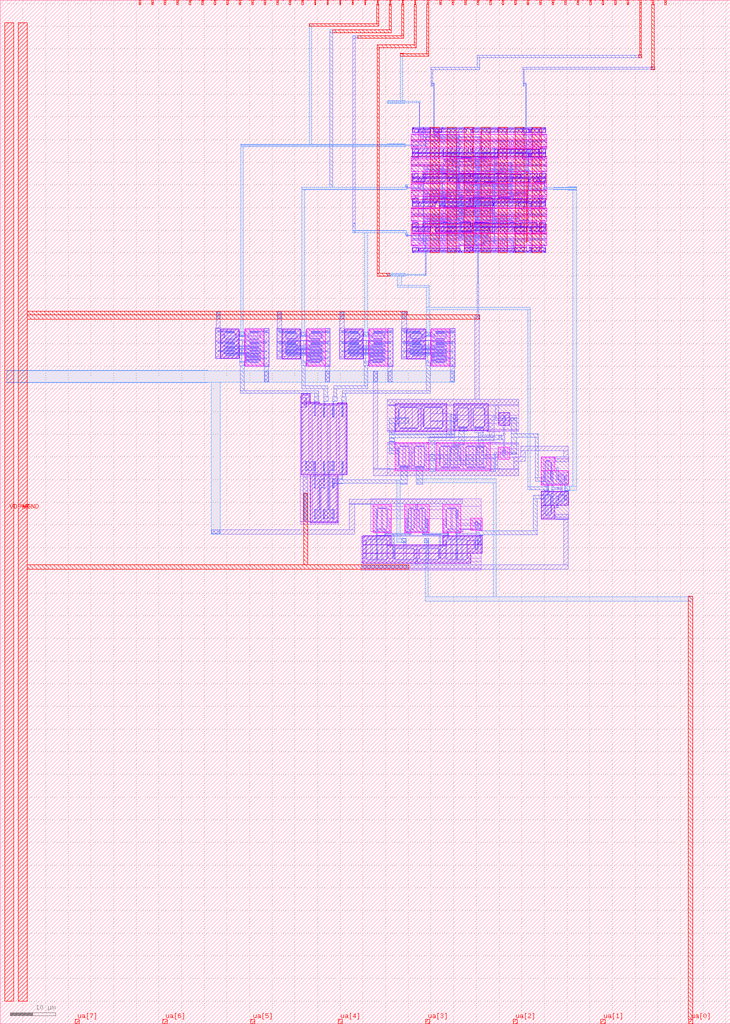
<source format=lef>
VERSION 5.7 ;
  NOWIREEXTENSIONATPIN ON ;
  DIVIDERCHAR "/" ;
  BUSBITCHARS "[]" ;
MACRO tt_um_4Bit_SAR_ADC
  CLASS BLOCK ;
  FOREIGN tt_um_4Bit_SAR_ADC ;
  ORIGIN 0.000 0.000 ;
  SIZE 161.000 BY 225.760 ;
  PIN clk
    DIRECTION INPUT ;
    USE SIGNAL ;
    ANTENNAGATEAREA 0.852000 ;
    PORT
      LAYER met4 ;
        RECT 143.830 224.760 144.130 225.760 ;
    END
  END clk
  PIN ena
    DIRECTION INPUT ;
    USE SIGNAL ;
    PORT
      LAYER met4 ;
        RECT 146.590 224.760 146.890 225.760 ;
    END
  END ena
  PIN rst_n
    DIRECTION INPUT ;
    USE SIGNAL ;
    ANTENNAGATEAREA 0.159000 ;
    PORT
      LAYER met4 ;
        RECT 141.070 224.760 141.370 225.760 ;
    END
  END rst_n
  PIN ua[0]
    DIRECTION INOUT ;
    USE SIGNAL ;
    ANTENNAGATEAREA 16.000000 ;
    PORT
      LAYER met4 ;
        RECT 151.810 0.000 152.710 1.000 ;
    END
  END ua[0]
  PIN ua[1]
    DIRECTION INOUT ;
    USE SIGNAL ;
    PORT
      LAYER met4 ;
        RECT 132.490 0.000 133.390 1.000 ;
    END
  END ua[1]
  PIN ua[2]
    DIRECTION INOUT ;
    USE SIGNAL ;
    PORT
      LAYER met4 ;
        RECT 113.170 0.000 114.070 1.000 ;
    END
  END ua[2]
  PIN ua[3]
    DIRECTION INOUT ;
    USE SIGNAL ;
    PORT
      LAYER met4 ;
        RECT 93.850 0.000 94.750 1.000 ;
    END
  END ua[3]
  PIN ua[4]
    DIRECTION INOUT ;
    USE SIGNAL ;
    PORT
      LAYER met4 ;
        RECT 74.530 0.000 75.430 1.000 ;
    END
  END ua[4]
  PIN ua[5]
    DIRECTION INOUT ;
    USE SIGNAL ;
    PORT
      LAYER met4 ;
        RECT 55.210 0.000 56.110 1.000 ;
    END
  END ua[5]
  PIN ua[6]
    DIRECTION INOUT ;
    USE SIGNAL ;
    PORT
      LAYER met4 ;
        RECT 35.890 0.000 36.790 1.000 ;
    END
  END ua[6]
  PIN ua[7]
    DIRECTION INOUT ;
    USE SIGNAL ;
    PORT
      LAYER met4 ;
        RECT 16.570 0.000 17.470 1.000 ;
    END
  END ua[7]
  PIN ui_in[0]
    DIRECTION INPUT ;
    USE SIGNAL ;
    PORT
      LAYER met4 ;
        RECT 138.310 224.760 138.610 225.760 ;
    END
  END ui_in[0]
  PIN ui_in[1]
    DIRECTION INPUT ;
    USE SIGNAL ;
    PORT
      LAYER met4 ;
        RECT 135.550 224.760 135.850 225.760 ;
    END
  END ui_in[1]
  PIN ui_in[2]
    DIRECTION INPUT ;
    USE SIGNAL ;
    PORT
      LAYER met4 ;
        RECT 132.790 224.760 133.090 225.760 ;
    END
  END ui_in[2]
  PIN ui_in[3]
    DIRECTION INPUT ;
    USE SIGNAL ;
    PORT
      LAYER met4 ;
        RECT 130.030 224.760 130.330 225.760 ;
    END
  END ui_in[3]
  PIN ui_in[4]
    DIRECTION INPUT ;
    USE SIGNAL ;
    PORT
      LAYER met4 ;
        RECT 127.270 224.760 127.570 225.760 ;
    END
  END ui_in[4]
  PIN ui_in[5]
    DIRECTION INPUT ;
    USE SIGNAL ;
    PORT
      LAYER met4 ;
        RECT 124.510 224.760 124.810 225.760 ;
    END
  END ui_in[5]
  PIN ui_in[6]
    DIRECTION INPUT ;
    USE SIGNAL ;
    PORT
      LAYER met4 ;
        RECT 121.750 224.760 122.050 225.760 ;
    END
  END ui_in[6]
  PIN ui_in[7]
    DIRECTION INPUT ;
    USE SIGNAL ;
    PORT
      LAYER met4 ;
        RECT 118.990 224.760 119.290 225.760 ;
    END
  END ui_in[7]
  PIN uio_in[0]
    DIRECTION INPUT ;
    USE SIGNAL ;
    PORT
      LAYER met4 ;
        RECT 116.230 224.760 116.530 225.760 ;
    END
  END uio_in[0]
  PIN uio_in[1]
    DIRECTION INPUT ;
    USE SIGNAL ;
    PORT
      LAYER met4 ;
        RECT 113.470 224.760 113.770 225.760 ;
    END
  END uio_in[1]
  PIN uio_in[2]
    DIRECTION INPUT ;
    USE SIGNAL ;
    PORT
      LAYER met4 ;
        RECT 110.710 224.760 111.010 225.760 ;
    END
  END uio_in[2]
  PIN uio_in[3]
    DIRECTION INPUT ;
    USE SIGNAL ;
    PORT
      LAYER met4 ;
        RECT 107.950 224.760 108.250 225.760 ;
    END
  END uio_in[3]
  PIN uio_in[4]
    DIRECTION INPUT ;
    USE SIGNAL ;
    PORT
      LAYER met4 ;
        RECT 105.190 224.760 105.490 225.760 ;
    END
  END uio_in[4]
  PIN uio_in[5]
    DIRECTION INPUT ;
    USE SIGNAL ;
    PORT
      LAYER met4 ;
        RECT 102.430 224.760 102.730 225.760 ;
    END
  END uio_in[5]
  PIN uio_in[6]
    DIRECTION INPUT ;
    USE SIGNAL ;
    PORT
      LAYER met4 ;
        RECT 99.670 224.760 99.970 225.760 ;
    END
  END uio_in[6]
  PIN uio_in[7]
    DIRECTION INPUT ;
    USE SIGNAL ;
    PORT
      LAYER met4 ;
        RECT 96.910 224.760 97.210 225.760 ;
    END
  END uio_in[7]
  PIN uio_oe[0]
    DIRECTION OUTPUT ;
    USE SIGNAL ;
    PORT
      LAYER met4 ;
        RECT 49.990 224.760 50.290 225.760 ;
    END
  END uio_oe[0]
  PIN uio_oe[1]
    DIRECTION OUTPUT ;
    USE SIGNAL ;
    PORT
      LAYER met4 ;
        RECT 47.230 224.760 47.530 225.760 ;
    END
  END uio_oe[1]
  PIN uio_oe[2]
    DIRECTION OUTPUT ;
    USE SIGNAL ;
    PORT
      LAYER met4 ;
        RECT 44.470 224.760 44.770 225.760 ;
    END
  END uio_oe[2]
  PIN uio_oe[3]
    DIRECTION OUTPUT ;
    USE SIGNAL ;
    PORT
      LAYER met4 ;
        RECT 41.710 224.760 42.010 225.760 ;
    END
  END uio_oe[3]
  PIN uio_oe[4]
    DIRECTION OUTPUT ;
    USE SIGNAL ;
    PORT
      LAYER met4 ;
        RECT 38.950 224.760 39.250 225.760 ;
    END
  END uio_oe[4]
  PIN uio_oe[5]
    DIRECTION OUTPUT ;
    USE SIGNAL ;
    PORT
      LAYER met4 ;
        RECT 36.190 224.760 36.490 225.760 ;
    END
  END uio_oe[5]
  PIN uio_oe[6]
    DIRECTION OUTPUT ;
    USE SIGNAL ;
    PORT
      LAYER met4 ;
        RECT 33.430 224.760 33.730 225.760 ;
    END
  END uio_oe[6]
  PIN uio_oe[7]
    DIRECTION OUTPUT ;
    USE SIGNAL ;
    PORT
      LAYER met4 ;
        RECT 30.670 224.760 30.970 225.760 ;
    END
  END uio_oe[7]
  PIN uio_out[0]
    DIRECTION OUTPUT ;
    USE SIGNAL ;
    PORT
      LAYER met4 ;
        RECT 72.070 224.760 72.370 225.760 ;
    END
  END uio_out[0]
  PIN uio_out[1]
    DIRECTION OUTPUT ;
    USE SIGNAL ;
    PORT
      LAYER met4 ;
        RECT 69.310 224.760 69.610 225.760 ;
    END
  END uio_out[1]
  PIN uio_out[2]
    DIRECTION OUTPUT ;
    USE SIGNAL ;
    PORT
      LAYER met4 ;
        RECT 66.550 224.760 66.850 225.760 ;
    END
  END uio_out[2]
  PIN uio_out[3]
    DIRECTION OUTPUT ;
    USE SIGNAL ;
    PORT
      LAYER met4 ;
        RECT 63.790 224.760 64.090 225.760 ;
    END
  END uio_out[3]
  PIN uio_out[4]
    DIRECTION OUTPUT ;
    USE SIGNAL ;
    PORT
      LAYER met4 ;
        RECT 61.030 224.760 61.330 225.760 ;
    END
  END uio_out[4]
  PIN uio_out[5]
    DIRECTION OUTPUT ;
    USE SIGNAL ;
    PORT
      LAYER met4 ;
        RECT 58.270 224.760 58.570 225.760 ;
    END
  END uio_out[5]
  PIN uio_out[6]
    DIRECTION OUTPUT ;
    USE SIGNAL ;
    PORT
      LAYER met4 ;
        RECT 55.510 224.760 55.810 225.760 ;
    END
  END uio_out[6]
  PIN uio_out[7]
    DIRECTION OUTPUT ;
    USE SIGNAL ;
    PORT
      LAYER met4 ;
        RECT 52.750 224.760 53.050 225.760 ;
    END
  END uio_out[7]
  PIN uo_out[0]
    DIRECTION OUTPUT ;
    USE SIGNAL ;
    ANTENNADIFFAREA 0.340600 ;
    PORT
      LAYER met4 ;
        RECT 94.150 224.760 94.450 225.760 ;
    END
  END uo_out[0]
  PIN uo_out[1]
    DIRECTION OUTPUT ;
    USE SIGNAL ;
    ANTENNAGATEAREA 12.000000 ;
    ANTENNADIFFAREA 0.340600 ;
    PORT
      LAYER met4 ;
        RECT 91.390 224.760 91.690 225.760 ;
    END
  END uo_out[1]
  PIN uo_out[2]
    DIRECTION OUTPUT ;
    USE SIGNAL ;
    ANTENNAGATEAREA 4.000000 ;
    ANTENNADIFFAREA 0.340600 ;
    PORT
      LAYER met4 ;
        RECT 88.630 224.760 88.930 225.760 ;
    END
  END uo_out[2]
  PIN uo_out[3]
    DIRECTION OUTPUT ;
    USE SIGNAL ;
    ANTENNAGATEAREA 4.000000 ;
    ANTENNADIFFAREA 0.340600 ;
    PORT
      LAYER met4 ;
        RECT 85.870 224.760 86.170 225.760 ;
    END
  END uo_out[3]
  PIN uo_out[4]
    DIRECTION OUTPUT ;
    USE SIGNAL ;
    ANTENNAGATEAREA 4.000000 ;
    ANTENNADIFFAREA 0.340600 ;
    PORT
      LAYER met4 ;
        RECT 83.110 224.760 83.410 225.760 ;
    END
  END uo_out[4]
  PIN uo_out[5]
    DIRECTION OUTPUT ;
    USE SIGNAL ;
    PORT
      LAYER met4 ;
        RECT 80.350 224.760 80.650 225.760 ;
    END
  END uo_out[5]
  PIN uo_out[6]
    DIRECTION OUTPUT ;
    USE SIGNAL ;
    PORT
      LAYER met4 ;
        RECT 77.590 224.760 77.890 225.760 ;
    END
  END uo_out[6]
  PIN uo_out[7]
    DIRECTION OUTPUT ;
    USE SIGNAL ;
    PORT
      LAYER met4 ;
        RECT 74.830 224.760 75.130 225.760 ;
    END
  END uo_out[7]
  PIN VDPWR
    DIRECTION INOUT ;
    USE POWER ;
    PORT
      LAYER met4 ;
        RECT 1.000 5.000 3.000 220.760 ;
    END
  END VDPWR
  PIN VGND
    DIRECTION INOUT ;
    USE GROUND ;
    PORT
      LAYER met4 ;
        RECT 4.000 5.000 6.000 220.760 ;
    END
  END VGND
  OBS
      LAYER pwell ;
        RECT 90.995 197.375 91.165 197.565 ;
        RECT 93.285 197.375 93.455 197.565 ;
        RECT 94.665 197.375 94.835 197.565 ;
        RECT 95.130 197.425 95.250 197.535 ;
        RECT 95.595 197.375 95.765 197.565 ;
        RECT 97.435 197.375 97.605 197.565 ;
        RECT 102.965 197.420 103.125 197.530 ;
        RECT 104.335 197.375 104.505 197.565 ;
        RECT 109.855 197.375 110.025 197.565 ;
        RECT 115.375 197.375 115.545 197.565 ;
        RECT 117.215 197.375 117.385 197.565 ;
        RECT 119.975 197.375 120.145 197.565 ;
        RECT 90.855 196.565 92.225 197.375 ;
        RECT 92.235 196.595 93.605 197.375 ;
        RECT 93.615 196.595 94.985 197.375 ;
        RECT 95.455 196.695 97.285 197.375 ;
        RECT 95.940 196.465 97.285 196.695 ;
        RECT 97.295 196.565 102.805 197.375 ;
        RECT 103.745 196.505 104.175 197.290 ;
        RECT 104.195 196.565 109.705 197.375 ;
        RECT 109.715 196.565 115.225 197.375 ;
        RECT 115.235 196.565 116.605 197.375 ;
        RECT 116.625 196.505 117.055 197.290 ;
        RECT 117.075 196.565 118.905 197.375 ;
        RECT 118.915 196.565 120.285 197.375 ;
      LAYER nwell ;
        RECT 90.660 193.345 120.480 196.175 ;
      LAYER pwell ;
        RECT 90.855 192.145 92.225 192.955 ;
        RECT 92.235 192.145 97.745 192.955 ;
        RECT 97.755 192.145 103.265 192.955 ;
        RECT 103.745 192.230 104.175 193.015 ;
        RECT 104.195 192.145 109.705 192.955 ;
        RECT 109.715 192.145 118.820 192.825 ;
        RECT 118.915 192.145 120.285 192.955 ;
        RECT 90.995 191.935 91.165 192.145 ;
        RECT 92.375 191.935 92.545 192.145 ;
        RECT 97.895 192.125 98.065 192.145 ;
        RECT 97.895 191.955 98.070 192.125 ;
        RECT 103.410 191.985 103.530 192.095 ;
        RECT 104.335 191.955 104.505 192.145 ;
        RECT 97.900 191.935 98.070 191.955 ;
        RECT 109.855 191.935 110.025 192.145 ;
        RECT 115.375 191.935 115.545 192.125 ;
        RECT 117.215 191.935 117.385 192.125 ;
        RECT 119.975 191.935 120.145 192.145 ;
        RECT 90.855 191.125 92.225 191.935 ;
        RECT 92.235 191.125 97.745 191.935 ;
        RECT 97.755 191.255 109.705 191.935 ;
        RECT 101.660 191.035 103.930 191.255 ;
        RECT 105.535 191.035 109.705 191.255 ;
        RECT 109.715 191.125 115.225 191.935 ;
        RECT 115.235 191.125 116.605 191.935 ;
        RECT 116.625 191.065 117.055 191.850 ;
        RECT 117.075 191.125 118.905 191.935 ;
        RECT 118.915 191.125 120.285 191.935 ;
        RECT 107.370 191.025 109.705 191.035 ;
      LAYER nwell ;
        RECT 90.660 187.905 120.480 190.735 ;
      LAYER pwell ;
        RECT 90.855 186.705 92.225 187.515 ;
        RECT 97.665 187.385 98.595 187.605 ;
        RECT 101.315 187.385 103.670 187.615 ;
        RECT 93.155 186.705 103.670 187.385 ;
        RECT 103.745 186.790 104.175 187.575 ;
        RECT 104.250 187.385 106.605 187.615 ;
        RECT 109.325 187.385 110.255 187.605 ;
        RECT 104.250 186.705 114.765 187.385 ;
        RECT 114.775 186.705 118.445 187.515 ;
        RECT 118.915 186.705 120.285 187.515 ;
        RECT 90.995 186.495 91.165 186.705 ;
        RECT 93.295 186.685 93.465 186.705 ;
        RECT 92.385 186.550 92.545 186.660 ;
        RECT 93.285 186.515 93.465 186.685 ;
        RECT 93.285 186.495 93.455 186.515 ;
        RECT 93.755 186.495 93.925 186.685 ;
        RECT 99.275 186.495 99.445 186.685 ;
        RECT 112.610 186.495 112.780 186.685 ;
        RECT 113.075 186.495 113.245 186.685 ;
        RECT 114.455 186.515 114.625 186.705 ;
        RECT 114.915 186.515 115.085 186.705 ;
        RECT 117.210 186.545 117.330 186.655 ;
        RECT 118.585 186.495 118.755 186.685 ;
        RECT 119.975 186.495 120.145 186.705 ;
        RECT 90.855 185.685 92.225 186.495 ;
        RECT 92.235 185.715 93.605 186.495 ;
        RECT 93.615 185.685 99.125 186.495 ;
        RECT 99.135 185.685 100.965 186.495 ;
        RECT 100.975 185.815 112.925 186.495 ;
        RECT 100.975 185.595 105.145 185.815 ;
        RECT 106.750 185.595 109.020 185.815 ;
        RECT 112.935 185.685 116.605 186.495 ;
        RECT 116.625 185.625 117.055 186.410 ;
        RECT 117.535 185.715 118.905 186.495 ;
        RECT 118.915 185.685 120.285 186.495 ;
        RECT 100.975 185.585 103.310 185.595 ;
      LAYER nwell ;
        RECT 90.660 182.465 120.480 185.295 ;
      LAYER pwell ;
        RECT 90.855 181.265 92.225 182.075 ;
        RECT 97.665 181.945 98.595 182.165 ;
        RECT 101.315 181.945 103.670 182.175 ;
        RECT 104.195 182.165 106.530 182.175 ;
        RECT 93.155 181.265 103.670 181.945 ;
        RECT 103.745 181.350 104.175 182.135 ;
        RECT 104.195 181.945 108.365 182.165 ;
        RECT 109.970 181.945 112.240 182.165 ;
        RECT 104.195 181.265 116.145 181.945 ;
        RECT 116.155 181.265 118.905 182.075 ;
        RECT 118.915 181.265 120.285 182.075 ;
        RECT 90.995 181.055 91.165 181.265 ;
        RECT 92.375 181.055 92.545 181.245 ;
        RECT 93.295 181.075 93.465 181.265 ;
        RECT 96.065 181.100 96.225 181.210 ;
        RECT 108.470 181.055 108.640 181.245 ;
        RECT 108.935 181.055 109.105 181.245 ;
        RECT 114.455 181.055 114.625 181.245 ;
        RECT 115.830 181.075 116.000 181.265 ;
        RECT 116.295 181.215 116.465 181.265 ;
        RECT 116.290 181.105 116.465 181.215 ;
        RECT 116.295 181.075 116.465 181.105 ;
        RECT 117.215 181.055 117.385 181.245 ;
        RECT 119.975 181.055 120.145 181.265 ;
        RECT 90.855 180.245 92.225 181.055 ;
        RECT 92.235 180.245 95.905 181.055 ;
        RECT 96.835 180.375 108.785 181.055 ;
        RECT 96.835 180.155 101.005 180.375 ;
        RECT 102.610 180.155 104.880 180.375 ;
        RECT 108.795 180.245 114.305 181.055 ;
        RECT 114.315 180.245 116.145 181.055 ;
        RECT 116.625 180.185 117.055 180.970 ;
        RECT 117.075 180.245 118.905 181.055 ;
        RECT 118.915 180.245 120.285 181.055 ;
        RECT 96.835 180.145 99.170 180.155 ;
      LAYER nwell ;
        RECT 90.660 177.025 120.480 179.855 ;
      LAYER pwell ;
        RECT 90.855 175.825 92.225 176.635 ;
        RECT 97.665 176.505 98.595 176.725 ;
        RECT 101.315 176.505 103.670 176.735 ;
        RECT 93.155 175.825 103.670 176.505 ;
        RECT 103.745 175.910 104.175 176.695 ;
        RECT 104.565 176.625 106.910 176.735 ;
        RECT 104.565 176.505 107.840 176.625 ;
        RECT 112.485 176.505 113.405 176.725 ;
        RECT 104.565 175.825 114.765 176.505 ;
        RECT 114.775 175.825 118.445 176.635 ;
        RECT 118.915 175.825 120.285 176.635 ;
        RECT 90.995 175.615 91.165 175.825 ;
        RECT 93.295 175.805 93.465 175.825 ;
        RECT 92.385 175.670 92.545 175.780 ;
        RECT 93.285 175.635 93.465 175.805 ;
        RECT 93.285 175.615 93.455 175.635 ;
        RECT 94.665 175.615 94.835 175.805 ;
        RECT 95.145 175.660 95.305 175.770 ;
        RECT 107.550 175.615 107.720 175.805 ;
        RECT 108.015 175.615 108.185 175.805 ;
        RECT 113.535 175.615 113.705 175.805 ;
        RECT 114.455 175.635 114.625 175.825 ;
        RECT 114.915 175.635 115.085 175.825 ;
        RECT 116.290 175.665 116.410 175.775 ;
        RECT 117.215 175.615 117.385 175.805 ;
        RECT 118.590 175.665 118.710 175.775 ;
        RECT 119.975 175.615 120.145 175.825 ;
        RECT 90.855 174.805 92.225 175.615 ;
        RECT 92.235 174.835 93.605 175.615 ;
        RECT 93.615 174.835 94.985 175.615 ;
        RECT 95.915 174.935 107.865 175.615 ;
        RECT 95.915 174.715 100.085 174.935 ;
        RECT 101.690 174.715 103.960 174.935 ;
        RECT 107.875 174.805 113.385 175.615 ;
        RECT 113.395 174.805 116.145 175.615 ;
        RECT 116.625 174.745 117.055 175.530 ;
        RECT 117.075 174.805 118.905 175.615 ;
        RECT 118.915 174.805 120.285 175.615 ;
        RECT 95.915 174.705 98.250 174.715 ;
      LAYER nwell ;
        RECT 90.660 171.585 120.480 174.415 ;
      LAYER pwell ;
        RECT 90.855 170.385 92.225 171.195 ;
        RECT 92.320 170.385 101.425 171.065 ;
        RECT 102.355 170.385 103.725 171.165 ;
        RECT 103.745 170.470 104.175 171.255 ;
        RECT 104.280 170.385 113.385 171.065 ;
        RECT 113.395 170.385 116.145 171.195 ;
        RECT 116.625 170.470 117.055 171.255 ;
        RECT 117.075 170.385 118.905 171.195 ;
        RECT 118.915 170.385 120.285 171.195 ;
        RECT 90.995 170.195 91.165 170.385 ;
        RECT 101.115 170.195 101.285 170.385 ;
        RECT 101.585 170.230 101.745 170.340 ;
        RECT 103.405 170.195 103.575 170.385 ;
        RECT 113.075 170.195 113.245 170.385 ;
        RECT 113.535 170.195 113.705 170.385 ;
        RECT 116.290 170.225 116.410 170.335 ;
        RECT 117.215 170.195 117.385 170.385 ;
        RECT 119.975 170.195 120.145 170.385 ;
        RECT 48.665 146.725 52.765 153.195 ;
      LAYER nwell ;
        RECT 53.905 145.145 58.095 153.195 ;
      LAYER pwell ;
        RECT 62.195 146.700 66.295 153.170 ;
      LAYER nwell ;
        RECT 67.435 145.120 71.625 153.170 ;
      LAYER pwell ;
        RECT 76.000 146.700 80.100 153.170 ;
      LAYER nwell ;
        RECT 81.240 145.120 85.430 153.170 ;
      LAYER pwell ;
        RECT 89.690 146.700 93.790 153.170 ;
      LAYER nwell ;
        RECT 94.930 145.120 99.120 153.170 ;
      LAYER pwell ;
        RECT 66.405 137.115 68.415 138.915 ;
        RECT 66.405 136.715 70.420 137.115 ;
        RECT 74.440 136.715 76.450 136.915 ;
        RECT 66.405 121.095 76.450 136.715 ;
        RECT 87.085 130.595 98.475 136.695 ;
        RECT 99.995 130.760 107.665 136.720 ;
        RECT 109.905 132.000 112.365 134.710 ;
      LAYER nwell ;
        RECT 87.090 122.000 94.480 128.190 ;
        RECT 96.135 121.995 108.105 128.185 ;
        RECT 109.880 124.490 112.340 127.180 ;
        RECT 119.355 121.980 122.315 124.980 ;
      LAYER pwell ;
        RECT 68.410 110.475 74.440 121.095 ;
      LAYER nwell ;
        RECT 119.355 118.790 125.275 121.980 ;
        RECT 82.220 108.310 86.180 114.500 ;
        RECT 89.170 108.310 94.560 114.500 ;
        RECT 97.560 108.315 101.520 114.505 ;
      LAYER pwell ;
        RECT 119.350 114.380 125.270 117.480 ;
      LAYER nwell ;
        RECT 103.810 108.830 106.270 111.520 ;
      LAYER pwell ;
        RECT 119.350 111.380 122.310 114.380 ;
        RECT 79.930 105.650 86.180 107.650 ;
        RECT 97.560 105.650 106.270 107.645 ;
        RECT 79.930 103.745 106.270 105.650 ;
        RECT 79.930 101.550 103.810 103.745 ;
        RECT 97.560 101.545 103.810 101.550 ;
      LAYER li1 ;
        RECT 90.850 197.395 120.290 197.565 ;
        RECT 90.935 196.645 92.145 197.395 ;
        RECT 92.315 196.720 92.575 197.225 ;
        RECT 92.755 197.015 93.085 197.395 ;
        RECT 93.265 196.845 93.435 197.225 ;
        RECT 90.935 196.105 91.455 196.645 ;
        RECT 91.625 195.935 92.145 196.475 ;
        RECT 90.935 194.845 92.145 195.935 ;
        RECT 92.315 195.920 92.495 196.720 ;
        RECT 92.770 196.675 93.435 196.845 ;
        RECT 93.695 196.720 93.955 197.225 ;
        RECT 94.135 197.015 94.465 197.395 ;
        RECT 94.645 196.845 94.815 197.225 ;
        RECT 92.770 196.420 92.940 196.675 ;
        RECT 92.665 196.090 92.940 196.420 ;
        RECT 93.165 196.125 93.505 196.495 ;
        RECT 92.770 195.945 92.940 196.090 ;
        RECT 92.315 195.015 92.585 195.920 ;
        RECT 92.770 195.775 93.445 195.945 ;
        RECT 92.755 194.845 93.085 195.605 ;
        RECT 93.265 195.015 93.445 195.775 ;
        RECT 93.695 195.920 93.875 196.720 ;
        RECT 94.150 196.675 94.815 196.845 ;
        RECT 95.625 196.845 95.795 197.225 ;
        RECT 96.010 197.015 96.340 197.395 ;
        RECT 95.625 196.675 96.340 196.845 ;
        RECT 94.150 196.420 94.320 196.675 ;
        RECT 94.045 196.090 94.320 196.420 ;
        RECT 94.545 196.125 94.885 196.495 ;
        RECT 95.535 196.125 95.890 196.495 ;
        RECT 96.170 196.485 96.340 196.675 ;
        RECT 96.510 196.650 96.765 197.225 ;
        RECT 96.170 196.155 96.425 196.485 ;
        RECT 94.150 195.945 94.320 196.090 ;
        RECT 96.170 195.945 96.340 196.155 ;
        RECT 93.695 195.015 93.965 195.920 ;
        RECT 94.150 195.775 94.825 195.945 ;
        RECT 94.135 194.845 94.465 195.605 ;
        RECT 94.645 195.015 94.825 195.775 ;
        RECT 95.625 195.775 96.340 195.945 ;
        RECT 96.595 195.920 96.765 196.650 ;
        RECT 96.940 196.555 97.200 197.395 ;
        RECT 97.375 196.850 102.720 197.395 ;
        RECT 98.960 196.020 99.300 196.850 ;
        RECT 103.815 196.670 104.105 197.395 ;
        RECT 104.275 196.850 109.620 197.395 ;
        RECT 109.795 196.850 115.140 197.395 ;
        RECT 95.625 195.015 95.795 195.775 ;
        RECT 96.010 194.845 96.340 195.605 ;
        RECT 96.510 195.015 96.765 195.920 ;
        RECT 96.940 194.845 97.200 195.995 ;
        RECT 100.780 195.280 101.130 196.530 ;
        RECT 105.860 196.020 106.200 196.850 ;
        RECT 97.375 194.845 102.720 195.280 ;
        RECT 103.815 194.845 104.105 196.010 ;
        RECT 107.680 195.280 108.030 196.530 ;
        RECT 111.380 196.020 111.720 196.850 ;
        RECT 115.315 196.645 116.525 197.395 ;
        RECT 116.695 196.670 116.985 197.395 ;
        RECT 113.200 195.280 113.550 196.530 ;
        RECT 115.315 196.105 115.835 196.645 ;
        RECT 117.155 196.625 118.825 197.395 ;
        RECT 118.995 196.645 120.205 197.395 ;
        RECT 116.005 195.935 116.525 196.475 ;
        RECT 117.155 196.105 117.905 196.625 ;
        RECT 104.275 194.845 109.620 195.280 ;
        RECT 109.795 194.845 115.140 195.280 ;
        RECT 115.315 194.845 116.525 195.935 ;
        RECT 116.695 194.845 116.985 196.010 ;
        RECT 118.075 195.935 118.825 196.455 ;
        RECT 117.155 194.845 118.825 195.935 ;
        RECT 118.995 195.935 119.515 196.475 ;
        RECT 119.685 196.105 120.205 196.645 ;
        RECT 118.995 194.845 120.205 195.935 ;
        RECT 90.850 194.675 120.290 194.845 ;
        RECT 90.935 193.585 92.145 194.675 ;
        RECT 92.315 194.240 97.660 194.675 ;
        RECT 97.835 194.240 103.180 194.675 ;
        RECT 90.935 192.875 91.455 193.415 ;
        RECT 91.625 193.045 92.145 193.585 ;
        RECT 90.935 192.125 92.145 192.875 ;
        RECT 93.900 192.670 94.240 193.500 ;
        RECT 95.720 192.990 96.070 194.240 ;
        RECT 99.420 192.670 99.760 193.500 ;
        RECT 101.240 192.990 101.590 194.240 ;
        RECT 103.815 193.510 104.105 194.675 ;
        RECT 104.275 194.240 109.620 194.675 ;
        RECT 92.315 192.125 97.660 192.670 ;
        RECT 97.835 192.125 103.180 192.670 ;
        RECT 103.815 192.125 104.105 192.850 ;
        RECT 105.860 192.670 106.200 193.500 ;
        RECT 107.680 192.990 108.030 194.240 ;
        RECT 109.805 193.865 110.100 194.675 ;
        RECT 110.280 193.365 110.525 194.505 ;
        RECT 110.700 193.865 110.960 194.675 ;
        RECT 111.560 194.670 117.835 194.675 ;
        RECT 111.140 193.365 111.390 194.500 ;
        RECT 111.560 193.875 111.820 194.670 ;
        RECT 111.990 193.775 112.250 194.500 ;
        RECT 112.420 193.945 112.680 194.670 ;
        RECT 112.850 193.775 113.110 194.500 ;
        RECT 113.280 193.945 113.540 194.670 ;
        RECT 113.710 193.775 113.970 194.500 ;
        RECT 114.140 193.945 114.400 194.670 ;
        RECT 114.570 193.775 114.830 194.500 ;
        RECT 115.000 193.945 115.245 194.670 ;
        RECT 115.415 193.775 115.675 194.500 ;
        RECT 115.860 193.945 116.105 194.670 ;
        RECT 116.275 193.775 116.535 194.500 ;
        RECT 116.720 193.945 116.965 194.670 ;
        RECT 117.135 193.775 117.395 194.500 ;
        RECT 117.580 193.945 117.835 194.670 ;
        RECT 111.990 193.760 117.395 193.775 ;
        RECT 118.005 193.760 118.295 194.500 ;
        RECT 118.465 193.930 118.735 194.675 ;
        RECT 111.990 193.535 118.735 193.760 ;
        RECT 109.795 192.805 110.110 193.365 ;
        RECT 110.280 193.115 117.400 193.365 ;
        RECT 104.275 192.125 109.620 192.670 ;
        RECT 109.795 192.125 110.100 192.635 ;
        RECT 110.280 192.305 110.530 193.115 ;
        RECT 110.700 192.125 110.960 192.650 ;
        RECT 111.140 192.305 111.390 193.115 ;
        RECT 117.570 192.945 118.735 193.535 ;
        RECT 118.995 193.585 120.205 194.675 ;
        RECT 118.995 193.045 119.515 193.585 ;
        RECT 111.990 192.775 118.735 192.945 ;
        RECT 119.685 192.875 120.205 193.415 ;
        RECT 111.560 192.125 111.820 192.685 ;
        RECT 111.990 192.320 112.250 192.775 ;
        RECT 112.420 192.125 112.680 192.605 ;
        RECT 112.850 192.320 113.110 192.775 ;
        RECT 113.280 192.125 113.540 192.605 ;
        RECT 113.710 192.320 113.970 192.775 ;
        RECT 114.140 192.125 114.385 192.605 ;
        RECT 114.555 192.320 114.830 192.775 ;
        RECT 115.000 192.125 115.245 192.605 ;
        RECT 115.415 192.320 115.675 192.775 ;
        RECT 115.855 192.125 116.105 192.605 ;
        RECT 116.275 192.320 116.535 192.775 ;
        RECT 116.715 192.125 116.965 192.605 ;
        RECT 117.135 192.320 117.395 192.775 ;
        RECT 117.575 192.125 117.835 192.605 ;
        RECT 118.005 192.320 118.265 192.775 ;
        RECT 118.435 192.125 118.735 192.605 ;
        RECT 118.995 192.125 120.205 192.875 ;
        RECT 90.850 191.955 120.290 192.125 ;
        RECT 90.935 191.205 92.145 191.955 ;
        RECT 92.315 191.410 97.660 191.955 ;
        RECT 90.935 190.665 91.455 191.205 ;
        RECT 91.625 190.495 92.145 191.035 ;
        RECT 93.900 190.580 94.240 191.410 ;
        RECT 97.835 191.405 98.095 191.695 ;
        RECT 98.265 191.575 98.595 191.955 ;
        RECT 97.835 191.235 98.590 191.405 ;
        RECT 90.935 189.405 92.145 190.495 ;
        RECT 95.720 189.840 96.070 191.090 ;
        RECT 97.835 190.415 98.190 191.065 ;
        RECT 98.360 190.245 98.590 191.235 ;
        RECT 97.835 190.075 98.590 190.245 ;
        RECT 92.315 189.405 97.660 189.840 ;
        RECT 97.835 189.575 98.095 190.075 ;
        RECT 98.265 189.405 98.595 189.905 ;
        RECT 98.765 189.575 98.990 191.695 ;
        RECT 99.185 191.575 99.535 191.955 ;
        RECT 99.705 191.405 99.875 191.735 ;
        RECT 100.155 191.575 101.150 191.775 ;
        RECT 99.160 191.215 99.875 191.405 ;
        RECT 99.160 190.245 99.330 191.215 ;
        RECT 99.500 190.415 99.910 191.035 ;
        RECT 100.080 190.465 100.300 191.335 ;
        RECT 100.480 191.025 100.810 191.395 ;
        RECT 100.980 190.845 101.150 191.575 ;
        RECT 101.320 191.515 101.490 191.955 ;
        RECT 101.660 191.615 102.830 191.785 ;
        RECT 101.660 191.495 101.990 191.615 ;
        RECT 101.340 191.075 101.750 191.305 ;
        RECT 102.160 191.275 102.490 191.445 ;
        RECT 102.660 191.325 102.830 191.615 ;
        RECT 103.100 191.575 103.430 191.955 ;
        RECT 104.070 191.575 104.835 191.775 ;
        RECT 102.270 191.145 102.490 191.275 ;
        RECT 101.340 190.975 101.670 191.075 ;
        RECT 102.270 190.975 103.580 191.145 ;
        RECT 100.750 190.805 101.150 190.845 ;
        RECT 101.880 190.805 102.100 190.885 ;
        RECT 100.750 190.635 102.100 190.805 ;
        RECT 99.160 190.075 99.875 190.245 ;
        RECT 100.080 190.085 100.580 190.465 ;
        RECT 99.185 189.405 99.535 189.905 ;
        RECT 99.705 189.575 99.875 190.075 ;
        RECT 100.750 189.790 100.920 190.635 ;
        RECT 101.850 190.555 102.100 190.635 ;
        RECT 101.090 190.255 101.340 190.465 ;
        RECT 102.270 190.255 102.440 190.975 ;
        RECT 103.250 190.805 103.580 190.975 ;
        RECT 103.875 190.915 104.160 191.335 ;
        RECT 102.610 190.625 102.940 190.805 ;
        RECT 103.875 190.735 104.495 190.915 ;
        RECT 102.610 190.385 103.615 190.625 ;
        RECT 101.090 190.005 102.440 190.255 ;
        RECT 100.090 189.620 100.920 189.790 ;
        RECT 101.160 189.405 101.540 189.835 ;
        RECT 101.840 189.665 102.010 190.005 ;
        RECT 102.630 189.405 102.960 190.125 ;
        RECT 103.815 190.055 104.050 190.465 ;
        RECT 104.290 190.135 104.495 190.735 ;
        RECT 104.665 190.805 104.835 191.575 ;
        RECT 105.015 191.515 105.275 191.955 ;
        RECT 105.535 191.615 106.705 191.785 ;
        RECT 105.535 191.495 105.865 191.615 ;
        RECT 106.535 191.455 106.705 191.615 ;
        RECT 105.210 190.975 105.585 191.305 ;
        RECT 106.035 191.260 106.365 191.445 ;
        RECT 106.990 191.285 107.225 191.775 ;
        RECT 105.795 190.805 106.015 190.965 ;
        RECT 104.665 190.635 106.015 190.805 ;
        RECT 104.665 189.790 104.835 190.635 ;
        RECT 105.005 190.125 105.255 190.465 ;
        RECT 106.185 190.125 106.365 191.260 ;
        RECT 106.535 191.115 107.225 191.285 ;
        RECT 107.450 191.235 107.780 191.955 ;
        RECT 107.950 191.325 108.235 191.785 ;
        RECT 106.535 190.465 106.810 191.115 ;
        RECT 107.065 190.715 107.440 190.945 ;
        RECT 107.610 190.715 107.860 191.045 ;
        RECT 106.535 190.295 107.295 190.465 ;
        RECT 107.610 190.125 107.780 190.715 ;
        RECT 108.030 190.410 108.235 191.325 ;
        RECT 105.005 189.955 107.780 190.125 ;
        RECT 104.005 189.620 104.835 189.790 ;
        RECT 105.075 189.405 105.455 189.785 ;
        RECT 105.695 189.665 105.865 189.955 ;
        RECT 106.395 189.405 107.780 189.785 ;
        RECT 107.950 189.575 108.235 190.410 ;
        RECT 108.405 191.045 108.720 191.785 ;
        RECT 108.900 191.495 109.195 191.955 ;
        RECT 109.365 191.215 109.625 191.785 ;
        RECT 109.795 191.410 115.140 191.955 ;
        RECT 108.405 190.715 109.240 191.045 ;
        RECT 108.405 189.625 108.720 190.715 ;
        RECT 109.410 190.595 109.625 191.215 ;
        RECT 108.900 189.405 109.195 190.275 ;
        RECT 109.365 189.575 109.625 190.595 ;
        RECT 111.380 190.580 111.720 191.410 ;
        RECT 115.315 191.205 116.525 191.955 ;
        RECT 116.695 191.230 116.985 191.955 ;
        RECT 113.200 189.840 113.550 191.090 ;
        RECT 115.315 190.665 115.835 191.205 ;
        RECT 117.155 191.185 118.825 191.955 ;
        RECT 118.995 191.205 120.205 191.955 ;
        RECT 116.005 190.495 116.525 191.035 ;
        RECT 117.155 190.665 117.905 191.185 ;
        RECT 109.795 189.405 115.140 189.840 ;
        RECT 115.315 189.405 116.525 190.495 ;
        RECT 116.695 189.405 116.985 190.570 ;
        RECT 118.075 190.495 118.825 191.015 ;
        RECT 117.155 189.405 118.825 190.495 ;
        RECT 118.995 190.495 119.515 191.035 ;
        RECT 119.685 190.665 120.205 191.205 ;
        RECT 118.995 189.405 120.205 190.495 ;
        RECT 90.850 189.235 120.290 189.405 ;
        RECT 90.935 188.145 92.145 189.235 ;
        RECT 93.240 188.565 93.495 189.065 ;
        RECT 93.665 188.735 93.995 189.235 ;
        RECT 93.240 188.395 93.990 188.565 ;
        RECT 90.935 187.435 91.455 187.975 ;
        RECT 91.625 187.605 92.145 188.145 ;
        RECT 93.240 187.575 93.590 188.225 ;
        RECT 90.935 186.685 92.145 187.435 ;
        RECT 93.760 187.405 93.990 188.395 ;
        RECT 93.240 187.235 93.990 187.405 ;
        RECT 93.240 186.945 93.495 187.235 ;
        RECT 93.665 186.685 93.995 187.065 ;
        RECT 94.165 186.945 94.335 189.065 ;
        RECT 94.505 188.265 94.830 189.050 ;
        RECT 95.000 188.775 95.250 189.235 ;
        RECT 95.420 188.735 95.670 189.065 ;
        RECT 95.885 188.735 96.565 189.065 ;
        RECT 95.420 188.605 95.590 188.735 ;
        RECT 95.195 188.435 95.590 188.605 ;
        RECT 94.565 187.215 95.025 188.265 ;
        RECT 95.195 187.075 95.365 188.435 ;
        RECT 95.760 188.175 96.225 188.565 ;
        RECT 95.535 187.365 95.885 187.985 ;
        RECT 96.055 187.585 96.225 188.175 ;
        RECT 96.395 187.955 96.565 188.735 ;
        RECT 96.735 188.635 96.905 188.975 ;
        RECT 97.140 188.805 97.470 189.235 ;
        RECT 97.640 188.635 97.810 188.975 ;
        RECT 98.105 188.775 98.475 189.235 ;
        RECT 96.735 188.465 97.810 188.635 ;
        RECT 98.645 188.605 98.815 189.065 ;
        RECT 99.050 188.725 99.920 189.065 ;
        RECT 100.090 188.775 100.340 189.235 ;
        RECT 98.255 188.435 98.815 188.605 ;
        RECT 98.255 188.295 98.425 188.435 ;
        RECT 96.925 188.125 98.425 188.295 ;
        RECT 99.120 188.265 99.580 188.555 ;
        RECT 96.395 187.785 98.085 187.955 ;
        RECT 96.055 187.365 96.410 187.585 ;
        RECT 96.580 187.075 96.750 187.785 ;
        RECT 96.955 187.365 97.745 187.615 ;
        RECT 97.915 187.605 98.085 187.785 ;
        RECT 98.255 187.435 98.425 188.125 ;
        RECT 94.695 186.685 95.025 187.045 ;
        RECT 95.195 186.905 95.690 187.075 ;
        RECT 95.895 186.905 96.750 187.075 ;
        RECT 97.625 186.685 97.955 187.145 ;
        RECT 98.165 187.045 98.425 187.435 ;
        RECT 98.615 188.255 99.580 188.265 ;
        RECT 99.750 188.345 99.920 188.725 ;
        RECT 100.510 188.685 100.680 188.975 ;
        RECT 100.860 188.855 101.580 189.235 ;
        RECT 100.510 188.515 101.310 188.685 ;
        RECT 98.615 188.095 99.290 188.255 ;
        RECT 99.750 188.175 100.970 188.345 ;
        RECT 98.615 187.305 98.825 188.095 ;
        RECT 99.750 188.085 99.920 188.175 ;
        RECT 98.995 187.305 99.345 187.925 ;
        RECT 99.515 187.915 99.920 188.085 ;
        RECT 99.515 187.135 99.685 187.915 ;
        RECT 99.855 187.465 100.075 187.745 ;
        RECT 100.255 187.635 100.795 188.005 ;
        RECT 101.140 187.925 101.310 188.515 ;
        RECT 101.750 188.055 102.155 189.065 ;
        RECT 101.805 188.045 102.155 188.055 ;
        RECT 101.140 187.895 101.585 187.925 ;
        RECT 99.855 187.295 100.385 187.465 ;
        RECT 98.165 186.875 98.515 187.045 ;
        RECT 98.735 186.855 99.685 187.135 ;
        RECT 99.855 186.685 100.045 187.125 ;
        RECT 100.215 187.065 100.385 187.295 ;
        RECT 100.555 187.235 100.795 187.635 ;
        RECT 100.965 187.595 101.585 187.895 ;
        RECT 100.965 187.420 101.290 187.595 ;
        RECT 100.965 187.065 101.285 187.420 ;
        RECT 100.215 186.895 101.285 187.065 ;
        RECT 101.485 186.685 101.655 187.370 ;
        RECT 101.825 186.875 102.155 188.045 ;
        RECT 102.345 187.925 102.675 189.025 ;
        RECT 102.910 188.095 103.080 189.235 ;
        RECT 103.330 188.045 103.585 188.925 ;
        RECT 103.815 188.070 104.105 189.235 ;
        RECT 102.345 187.595 103.205 187.925 ;
        RECT 102.345 186.945 102.595 187.595 ;
        RECT 103.375 187.395 103.585 188.045 ;
        RECT 104.335 188.045 104.590 188.925 ;
        RECT 104.840 188.095 105.010 189.235 ;
        RECT 102.910 186.685 103.080 187.280 ;
        RECT 103.330 186.865 103.585 187.395 ;
        RECT 103.815 186.685 104.105 187.410 ;
        RECT 104.335 187.395 104.545 188.045 ;
        RECT 105.245 187.925 105.575 189.025 ;
        RECT 104.715 187.595 105.575 187.925 ;
        RECT 104.335 186.865 104.590 187.395 ;
        RECT 104.840 186.685 105.010 187.280 ;
        RECT 105.325 186.945 105.575 187.595 ;
        RECT 105.765 188.055 106.170 189.065 ;
        RECT 106.340 188.855 107.060 189.235 ;
        RECT 107.240 188.685 107.410 188.975 ;
        RECT 107.580 188.775 107.830 189.235 ;
        RECT 106.610 188.515 107.410 188.685 ;
        RECT 108.000 188.725 108.870 189.065 ;
        RECT 105.765 186.875 106.095 188.055 ;
        RECT 106.610 187.925 106.780 188.515 ;
        RECT 108.000 188.345 108.170 188.725 ;
        RECT 109.105 188.605 109.275 189.065 ;
        RECT 109.445 188.775 109.815 189.235 ;
        RECT 110.110 188.635 110.280 188.975 ;
        RECT 110.450 188.805 110.780 189.235 ;
        RECT 111.015 188.635 111.185 188.975 ;
        RECT 106.950 188.175 108.170 188.345 ;
        RECT 108.340 188.265 108.800 188.555 ;
        RECT 109.105 188.435 109.665 188.605 ;
        RECT 110.110 188.465 111.185 188.635 ;
        RECT 111.355 188.735 112.035 189.065 ;
        RECT 112.250 188.735 112.500 189.065 ;
        RECT 112.670 188.775 112.920 189.235 ;
        RECT 109.495 188.295 109.665 188.435 ;
        RECT 108.340 188.255 109.305 188.265 ;
        RECT 108.000 188.085 108.170 188.175 ;
        RECT 108.630 188.095 109.305 188.255 ;
        RECT 106.335 187.895 106.780 187.925 ;
        RECT 106.335 187.595 106.955 187.895 ;
        RECT 106.630 187.420 106.955 187.595 ;
        RECT 106.265 186.685 106.435 187.370 ;
        RECT 106.635 187.065 106.955 187.420 ;
        RECT 107.125 187.635 107.665 188.005 ;
        RECT 108.000 187.915 108.405 188.085 ;
        RECT 107.125 187.235 107.365 187.635 ;
        RECT 107.845 187.465 108.065 187.745 ;
        RECT 107.535 187.295 108.065 187.465 ;
        RECT 107.535 187.065 107.705 187.295 ;
        RECT 108.235 187.135 108.405 187.915 ;
        RECT 108.575 187.305 108.925 187.925 ;
        RECT 109.095 187.305 109.305 188.095 ;
        RECT 109.495 188.125 110.995 188.295 ;
        RECT 109.495 187.435 109.665 188.125 ;
        RECT 111.355 187.955 111.525 188.735 ;
        RECT 112.330 188.605 112.500 188.735 ;
        RECT 109.835 187.785 111.525 187.955 ;
        RECT 111.695 188.175 112.160 188.565 ;
        RECT 112.330 188.435 112.725 188.605 ;
        RECT 109.835 187.605 110.005 187.785 ;
        RECT 106.635 186.895 107.705 187.065 ;
        RECT 107.875 186.685 108.065 187.125 ;
        RECT 108.235 186.855 109.185 187.135 ;
        RECT 109.495 187.045 109.755 187.435 ;
        RECT 110.175 187.365 110.965 187.615 ;
        RECT 109.405 186.875 109.755 187.045 ;
        RECT 109.965 186.685 110.295 187.145 ;
        RECT 111.170 187.075 111.340 187.785 ;
        RECT 111.695 187.585 111.865 188.175 ;
        RECT 111.510 187.365 111.865 187.585 ;
        RECT 112.035 187.365 112.385 187.985 ;
        RECT 112.555 187.075 112.725 188.435 ;
        RECT 113.090 188.265 113.415 189.050 ;
        RECT 112.895 187.215 113.355 188.265 ;
        RECT 111.170 186.905 112.025 187.075 ;
        RECT 112.230 186.905 112.725 187.075 ;
        RECT 112.895 186.685 113.225 187.045 ;
        RECT 113.585 186.945 113.755 189.065 ;
        RECT 113.925 188.735 114.255 189.235 ;
        RECT 114.425 188.565 114.680 189.065 ;
        RECT 113.930 188.395 114.680 188.565 ;
        RECT 113.930 187.405 114.160 188.395 ;
        RECT 114.330 187.575 114.680 188.225 ;
        RECT 114.855 188.145 118.365 189.235 ;
        RECT 114.855 187.455 116.505 187.975 ;
        RECT 116.675 187.625 118.365 188.145 ;
        RECT 118.995 188.145 120.205 189.235 ;
        RECT 118.995 187.605 119.515 188.145 ;
        RECT 113.930 187.235 114.680 187.405 ;
        RECT 113.925 186.685 114.255 187.065 ;
        RECT 114.425 186.945 114.680 187.235 ;
        RECT 114.855 186.685 118.365 187.455 ;
        RECT 119.685 187.435 120.205 187.975 ;
        RECT 118.995 186.685 120.205 187.435 ;
        RECT 90.850 186.515 120.290 186.685 ;
        RECT 90.935 185.765 92.145 186.515 ;
        RECT 92.315 185.840 92.575 186.345 ;
        RECT 92.755 186.135 93.085 186.515 ;
        RECT 93.265 185.965 93.435 186.345 ;
        RECT 93.695 185.970 99.040 186.515 ;
        RECT 90.935 185.225 91.455 185.765 ;
        RECT 91.625 185.055 92.145 185.595 ;
        RECT 90.935 183.965 92.145 185.055 ;
        RECT 92.315 185.040 92.495 185.840 ;
        RECT 92.770 185.795 93.435 185.965 ;
        RECT 92.770 185.540 92.940 185.795 ;
        RECT 92.665 185.210 92.940 185.540 ;
        RECT 93.165 185.245 93.505 185.615 ;
        RECT 92.770 185.065 92.940 185.210 ;
        RECT 95.280 185.140 95.620 185.970 ;
        RECT 99.215 185.745 100.885 186.515 ;
        RECT 101.055 185.775 101.315 186.345 ;
        RECT 101.485 186.055 101.780 186.515 ;
        RECT 92.315 184.135 92.585 185.040 ;
        RECT 92.770 184.895 93.445 185.065 ;
        RECT 92.755 183.965 93.085 184.725 ;
        RECT 93.265 184.135 93.445 184.895 ;
        RECT 97.100 184.400 97.450 185.650 ;
        RECT 99.215 185.225 99.965 185.745 ;
        RECT 100.135 185.055 100.885 185.575 ;
        RECT 93.695 183.965 99.040 184.400 ;
        RECT 99.215 183.965 100.885 185.055 ;
        RECT 101.055 185.155 101.270 185.775 ;
        RECT 101.960 185.605 102.275 186.345 ;
        RECT 101.440 185.275 102.275 185.605 ;
        RECT 101.055 184.135 101.315 185.155 ;
        RECT 101.485 183.965 101.780 184.835 ;
        RECT 101.960 184.185 102.275 185.275 ;
        RECT 102.445 185.885 102.730 186.345 ;
        RECT 102.445 184.970 102.650 185.885 ;
        RECT 102.900 185.795 103.230 186.515 ;
        RECT 103.455 185.845 103.690 186.335 ;
        RECT 103.975 186.175 105.145 186.345 ;
        RECT 103.975 186.015 104.145 186.175 ;
        RECT 104.815 186.055 105.145 186.175 ;
        RECT 105.405 186.075 105.665 186.515 ;
        RECT 105.845 186.135 106.610 186.335 ;
        RECT 107.250 186.135 107.580 186.515 ;
        RECT 107.850 186.175 109.020 186.345 ;
        RECT 103.455 185.675 104.145 185.845 ;
        RECT 102.820 185.275 103.070 185.605 ;
        RECT 103.240 185.275 103.615 185.505 ;
        RECT 102.445 184.135 102.730 184.970 ;
        RECT 102.900 184.685 103.070 185.275 ;
        RECT 103.870 185.025 104.145 185.675 ;
        RECT 103.385 184.855 104.145 185.025 ;
        RECT 104.315 185.820 104.645 186.005 ;
        RECT 104.315 184.685 104.495 185.820 ;
        RECT 105.095 185.535 105.470 185.865 ;
        RECT 104.665 185.365 104.885 185.525 ;
        RECT 105.845 185.365 106.015 186.135 ;
        RECT 106.520 185.475 106.805 185.895 ;
        RECT 107.850 185.885 108.020 186.175 ;
        RECT 108.690 186.055 109.020 186.175 ;
        RECT 109.190 186.075 109.360 186.515 ;
        RECT 109.530 186.135 110.525 186.335 ;
        RECT 108.190 185.835 108.520 186.005 ;
        RECT 108.190 185.705 108.410 185.835 ;
        RECT 104.665 185.195 106.015 185.365 ;
        RECT 105.425 184.685 105.675 185.025 ;
        RECT 102.900 184.515 105.675 184.685 ;
        RECT 102.900 183.965 104.285 184.345 ;
        RECT 104.815 184.225 104.985 184.515 ;
        RECT 105.845 184.350 106.015 185.195 ;
        RECT 106.185 185.295 106.805 185.475 ;
        RECT 107.100 185.535 108.410 185.705 ;
        RECT 108.930 185.635 109.340 185.865 ;
        RECT 109.010 185.535 109.340 185.635 ;
        RECT 107.100 185.365 107.430 185.535 ;
        RECT 106.185 184.695 106.390 185.295 ;
        RECT 107.740 185.185 108.070 185.365 ;
        RECT 106.630 184.615 106.865 185.025 ;
        RECT 107.065 184.945 108.070 185.185 ;
        RECT 108.240 184.815 108.410 185.535 ;
        RECT 108.580 185.365 108.800 185.445 ;
        RECT 109.530 185.405 109.700 186.135 ;
        RECT 110.805 185.965 110.975 186.295 ;
        RECT 111.145 186.135 111.495 186.515 ;
        RECT 109.870 185.585 110.200 185.955 ;
        RECT 109.530 185.365 109.930 185.405 ;
        RECT 108.580 185.195 109.930 185.365 ;
        RECT 108.580 185.115 108.830 185.195 ;
        RECT 109.340 184.815 109.590 185.025 ;
        RECT 105.225 183.965 105.605 184.345 ;
        RECT 105.845 184.180 106.675 184.350 ;
        RECT 107.720 183.965 108.050 184.685 ;
        RECT 108.240 184.565 109.590 184.815 ;
        RECT 108.670 184.225 108.840 184.565 ;
        RECT 109.140 183.965 109.520 184.395 ;
        RECT 109.760 184.350 109.930 185.195 ;
        RECT 110.380 185.025 110.600 185.895 ;
        RECT 110.805 185.775 111.520 185.965 ;
        RECT 110.100 184.645 110.600 185.025 ;
        RECT 110.770 184.975 111.180 185.595 ;
        RECT 111.350 184.805 111.520 185.775 ;
        RECT 110.805 184.635 111.520 184.805 ;
        RECT 109.760 184.180 110.590 184.350 ;
        RECT 110.805 184.135 110.975 184.635 ;
        RECT 111.145 183.965 111.495 184.465 ;
        RECT 111.690 184.135 111.915 186.255 ;
        RECT 112.085 186.135 112.415 186.515 ;
        RECT 112.585 185.965 112.845 186.255 ;
        RECT 112.090 185.795 112.845 185.965 ;
        RECT 112.090 184.805 112.320 185.795 ;
        RECT 113.015 185.745 116.525 186.515 ;
        RECT 116.695 185.790 116.985 186.515 ;
        RECT 117.615 185.840 117.875 186.345 ;
        RECT 118.055 186.135 118.385 186.515 ;
        RECT 118.565 185.965 118.735 186.345 ;
        RECT 112.490 184.975 112.845 185.625 ;
        RECT 113.015 185.225 114.665 185.745 ;
        RECT 114.835 185.055 116.525 185.575 ;
        RECT 112.090 184.635 112.845 184.805 ;
        RECT 112.085 183.965 112.415 184.465 ;
        RECT 112.585 184.135 112.845 184.635 ;
        RECT 113.015 183.965 116.525 185.055 ;
        RECT 116.695 183.965 116.985 185.130 ;
        RECT 117.615 185.040 117.795 185.840 ;
        RECT 118.070 185.795 118.735 185.965 ;
        RECT 118.070 185.540 118.240 185.795 ;
        RECT 118.995 185.765 120.205 186.515 ;
        RECT 117.965 185.210 118.240 185.540 ;
        RECT 118.465 185.245 118.805 185.615 ;
        RECT 118.070 185.065 118.240 185.210 ;
        RECT 117.615 184.135 117.885 185.040 ;
        RECT 118.070 184.895 118.745 185.065 ;
        RECT 118.055 183.965 118.385 184.725 ;
        RECT 118.565 184.135 118.745 184.895 ;
        RECT 118.995 185.055 119.515 185.595 ;
        RECT 119.685 185.225 120.205 185.765 ;
        RECT 118.995 183.965 120.205 185.055 ;
        RECT 90.850 183.795 120.290 183.965 ;
        RECT 90.935 182.705 92.145 183.795 ;
        RECT 93.240 183.125 93.495 183.625 ;
        RECT 93.665 183.295 93.995 183.795 ;
        RECT 93.240 182.955 93.990 183.125 ;
        RECT 90.935 181.995 91.455 182.535 ;
        RECT 91.625 182.165 92.145 182.705 ;
        RECT 93.240 182.135 93.590 182.785 ;
        RECT 90.935 181.245 92.145 181.995 ;
        RECT 93.760 181.965 93.990 182.955 ;
        RECT 93.240 181.795 93.990 181.965 ;
        RECT 93.240 181.505 93.495 181.795 ;
        RECT 93.665 181.245 93.995 181.625 ;
        RECT 94.165 181.505 94.335 183.625 ;
        RECT 94.505 182.825 94.830 183.610 ;
        RECT 95.000 183.335 95.250 183.795 ;
        RECT 95.420 183.295 95.670 183.625 ;
        RECT 95.885 183.295 96.565 183.625 ;
        RECT 95.420 183.165 95.590 183.295 ;
        RECT 95.195 182.995 95.590 183.165 ;
        RECT 94.565 181.775 95.025 182.825 ;
        RECT 95.195 181.635 95.365 182.995 ;
        RECT 95.760 182.735 96.225 183.125 ;
        RECT 95.535 181.925 95.885 182.545 ;
        RECT 96.055 182.145 96.225 182.735 ;
        RECT 96.395 182.515 96.565 183.295 ;
        RECT 96.735 183.195 96.905 183.535 ;
        RECT 97.140 183.365 97.470 183.795 ;
        RECT 97.640 183.195 97.810 183.535 ;
        RECT 98.105 183.335 98.475 183.795 ;
        RECT 96.735 183.025 97.810 183.195 ;
        RECT 98.645 183.165 98.815 183.625 ;
        RECT 99.050 183.285 99.920 183.625 ;
        RECT 100.090 183.335 100.340 183.795 ;
        RECT 98.255 182.995 98.815 183.165 ;
        RECT 98.255 182.855 98.425 182.995 ;
        RECT 96.925 182.685 98.425 182.855 ;
        RECT 99.120 182.825 99.580 183.115 ;
        RECT 96.395 182.345 98.085 182.515 ;
        RECT 96.055 181.925 96.410 182.145 ;
        RECT 96.580 181.635 96.750 182.345 ;
        RECT 96.955 181.925 97.745 182.175 ;
        RECT 97.915 182.165 98.085 182.345 ;
        RECT 98.255 181.995 98.425 182.685 ;
        RECT 94.695 181.245 95.025 181.605 ;
        RECT 95.195 181.465 95.690 181.635 ;
        RECT 95.895 181.465 96.750 181.635 ;
        RECT 97.625 181.245 97.955 181.705 ;
        RECT 98.165 181.605 98.425 181.995 ;
        RECT 98.615 182.815 99.580 182.825 ;
        RECT 99.750 182.905 99.920 183.285 ;
        RECT 100.510 183.245 100.680 183.535 ;
        RECT 100.860 183.415 101.580 183.795 ;
        RECT 100.510 183.075 101.310 183.245 ;
        RECT 98.615 182.655 99.290 182.815 ;
        RECT 99.750 182.735 100.970 182.905 ;
        RECT 98.615 181.865 98.825 182.655 ;
        RECT 99.750 182.645 99.920 182.735 ;
        RECT 98.995 181.865 99.345 182.485 ;
        RECT 99.515 182.475 99.920 182.645 ;
        RECT 99.515 181.695 99.685 182.475 ;
        RECT 99.855 182.025 100.075 182.305 ;
        RECT 100.255 182.195 100.795 182.565 ;
        RECT 101.140 182.485 101.310 183.075 ;
        RECT 101.750 182.615 102.155 183.625 ;
        RECT 101.140 182.455 101.585 182.485 ;
        RECT 99.855 181.855 100.385 182.025 ;
        RECT 98.165 181.435 98.515 181.605 ;
        RECT 98.735 181.415 99.685 181.695 ;
        RECT 99.855 181.245 100.045 181.685 ;
        RECT 100.215 181.625 100.385 181.855 ;
        RECT 100.555 181.795 100.795 182.195 ;
        RECT 100.965 182.155 101.585 182.455 ;
        RECT 101.825 182.435 102.155 182.615 ;
        RECT 101.805 182.265 102.155 182.435 ;
        RECT 100.965 181.980 101.290 182.155 ;
        RECT 100.965 181.625 101.285 181.980 ;
        RECT 100.215 181.455 101.285 181.625 ;
        RECT 101.485 181.245 101.655 181.930 ;
        RECT 101.825 181.435 102.155 182.265 ;
        RECT 102.345 182.485 102.675 183.585 ;
        RECT 102.910 182.655 103.080 183.795 ;
        RECT 103.330 182.605 103.585 183.485 ;
        RECT 103.815 182.630 104.105 183.795 ;
        RECT 102.345 182.155 103.205 182.485 ;
        RECT 102.345 181.505 102.595 182.155 ;
        RECT 103.375 181.955 103.585 182.605 ;
        RECT 104.275 182.605 104.535 183.625 ;
        RECT 104.705 182.925 105.000 183.795 ;
        RECT 104.275 181.985 104.490 182.605 ;
        RECT 105.180 182.485 105.495 183.575 ;
        RECT 104.660 182.155 105.495 182.485 ;
        RECT 102.910 181.245 103.080 181.840 ;
        RECT 103.330 181.425 103.585 181.955 ;
        RECT 103.815 181.245 104.105 181.970 ;
        RECT 104.275 181.415 104.535 181.985 ;
        RECT 104.705 181.245 105.000 181.705 ;
        RECT 105.180 181.415 105.495 182.155 ;
        RECT 105.665 182.790 105.950 183.625 ;
        RECT 106.120 183.415 107.505 183.795 ;
        RECT 108.035 183.245 108.205 183.535 ;
        RECT 108.445 183.415 108.825 183.795 ;
        RECT 109.065 183.410 109.895 183.580 ;
        RECT 106.120 183.075 108.895 183.245 ;
        RECT 105.665 181.875 105.870 182.790 ;
        RECT 106.120 182.485 106.290 183.075 ;
        RECT 106.605 182.735 107.365 182.905 ;
        RECT 106.040 182.155 106.290 182.485 ;
        RECT 106.460 182.255 106.835 182.485 ;
        RECT 107.090 182.085 107.365 182.735 ;
        RECT 105.665 181.415 105.950 181.875 ;
        RECT 106.120 181.245 106.450 181.965 ;
        RECT 106.675 181.915 107.365 182.085 ;
        RECT 107.535 181.940 107.715 183.075 ;
        RECT 108.645 182.735 108.895 183.075 ;
        RECT 109.065 182.565 109.235 183.410 ;
        RECT 107.885 182.395 109.235 182.565 ;
        RECT 107.885 182.235 108.105 182.395 ;
        RECT 106.675 181.425 106.910 181.915 ;
        RECT 107.535 181.755 107.865 181.940 ;
        RECT 108.315 181.895 108.690 182.225 ;
        RECT 107.195 181.585 107.365 181.745 ;
        RECT 108.035 181.585 108.365 181.705 ;
        RECT 107.195 181.415 108.365 181.585 ;
        RECT 108.625 181.245 108.885 181.685 ;
        RECT 109.065 181.625 109.235 182.395 ;
        RECT 109.405 182.465 109.610 183.065 ;
        RECT 109.850 182.735 110.085 183.145 ;
        RECT 110.940 183.075 111.270 183.795 ;
        RECT 111.890 183.195 112.060 183.535 ;
        RECT 112.360 183.365 112.740 183.795 ;
        RECT 112.980 183.410 113.810 183.580 ;
        RECT 111.460 182.945 112.810 183.195 ;
        RECT 110.285 182.575 111.290 182.815 ;
        RECT 109.405 182.285 110.025 182.465 ;
        RECT 110.960 182.395 111.290 182.575 ;
        RECT 109.740 181.865 110.025 182.285 ;
        RECT 110.320 182.225 110.650 182.395 ;
        RECT 111.460 182.225 111.630 182.945 ;
        RECT 112.560 182.735 112.810 182.945 ;
        RECT 111.800 182.565 112.050 182.645 ;
        RECT 112.980 182.565 113.150 183.410 ;
        RECT 114.025 183.125 114.195 183.625 ;
        RECT 114.365 183.295 114.715 183.795 ;
        RECT 113.320 182.735 113.820 183.115 ;
        RECT 114.025 182.955 114.740 183.125 ;
        RECT 111.800 182.395 113.150 182.565 ;
        RECT 111.800 182.315 112.020 182.395 ;
        RECT 112.750 182.355 113.150 182.395 ;
        RECT 110.320 182.055 111.630 182.225 ;
        RECT 112.230 182.125 112.560 182.225 ;
        RECT 111.410 181.925 111.630 182.055 ;
        RECT 109.065 181.425 109.830 181.625 ;
        RECT 110.470 181.245 110.800 181.625 ;
        RECT 111.070 181.585 111.240 181.875 ;
        RECT 111.410 181.755 111.740 181.925 ;
        RECT 112.150 181.895 112.560 182.125 ;
        RECT 111.910 181.585 112.240 181.705 ;
        RECT 111.070 181.415 112.240 181.585 ;
        RECT 112.410 181.245 112.580 181.685 ;
        RECT 112.750 181.625 112.920 182.355 ;
        RECT 113.090 181.805 113.420 182.175 ;
        RECT 113.600 181.865 113.820 182.735 ;
        RECT 113.990 182.165 114.400 182.785 ;
        RECT 114.570 181.985 114.740 182.955 ;
        RECT 114.025 181.795 114.740 181.985 ;
        RECT 112.750 181.425 113.745 181.625 ;
        RECT 114.025 181.465 114.195 181.795 ;
        RECT 114.365 181.245 114.715 181.625 ;
        RECT 114.910 181.505 115.135 183.625 ;
        RECT 115.305 183.295 115.635 183.795 ;
        RECT 115.805 183.125 116.065 183.625 ;
        RECT 115.310 182.955 116.065 183.125 ;
        RECT 115.310 181.965 115.540 182.955 ;
        RECT 115.710 182.135 116.065 182.785 ;
        RECT 116.235 182.705 118.825 183.795 ;
        RECT 116.235 182.015 117.445 182.535 ;
        RECT 117.615 182.185 118.825 182.705 ;
        RECT 118.995 182.705 120.205 183.795 ;
        RECT 118.995 182.165 119.515 182.705 ;
        RECT 115.310 181.795 116.065 181.965 ;
        RECT 115.305 181.245 115.635 181.625 ;
        RECT 115.805 181.505 116.065 181.795 ;
        RECT 116.235 181.245 118.825 182.015 ;
        RECT 119.685 181.995 120.205 182.535 ;
        RECT 118.995 181.245 120.205 181.995 ;
        RECT 90.850 181.075 120.290 181.245 ;
        RECT 90.935 180.325 92.145 181.075 ;
        RECT 90.935 179.785 91.455 180.325 ;
        RECT 92.315 180.305 95.825 181.075 ;
        RECT 96.915 180.335 97.175 180.905 ;
        RECT 97.345 180.615 97.640 181.075 ;
        RECT 91.625 179.615 92.145 180.155 ;
        RECT 92.315 179.785 93.965 180.305 ;
        RECT 94.135 179.615 95.825 180.135 ;
        RECT 90.935 178.525 92.145 179.615 ;
        RECT 92.315 178.525 95.825 179.615 ;
        RECT 96.915 179.715 97.130 180.335 ;
        RECT 97.820 180.165 98.135 180.905 ;
        RECT 97.300 179.835 98.135 180.165 ;
        RECT 96.915 178.695 97.175 179.715 ;
        RECT 97.345 178.525 97.640 179.395 ;
        RECT 97.820 178.745 98.135 179.835 ;
        RECT 98.305 180.445 98.590 180.905 ;
        RECT 98.305 179.530 98.510 180.445 ;
        RECT 98.760 180.355 99.090 181.075 ;
        RECT 99.315 180.405 99.550 180.895 ;
        RECT 99.835 180.735 101.005 180.905 ;
        RECT 99.835 180.575 100.005 180.735 ;
        RECT 100.675 180.615 101.005 180.735 ;
        RECT 101.265 180.635 101.525 181.075 ;
        RECT 101.705 180.695 102.470 180.895 ;
        RECT 103.110 180.695 103.440 181.075 ;
        RECT 103.710 180.735 104.880 180.905 ;
        RECT 99.315 180.235 100.005 180.405 ;
        RECT 98.680 179.835 98.930 180.165 ;
        RECT 99.100 179.835 99.475 180.065 ;
        RECT 98.305 178.695 98.590 179.530 ;
        RECT 98.760 179.245 98.930 179.835 ;
        RECT 99.730 179.585 100.005 180.235 ;
        RECT 99.245 179.415 100.005 179.585 ;
        RECT 100.175 180.380 100.505 180.565 ;
        RECT 100.175 179.245 100.355 180.380 ;
        RECT 100.955 180.095 101.330 180.425 ;
        RECT 100.525 179.925 100.745 180.085 ;
        RECT 101.705 179.925 101.875 180.695 ;
        RECT 102.380 180.035 102.665 180.455 ;
        RECT 103.710 180.445 103.880 180.735 ;
        RECT 104.550 180.615 104.880 180.735 ;
        RECT 105.050 180.635 105.220 181.075 ;
        RECT 105.390 180.695 106.385 180.895 ;
        RECT 104.050 180.395 104.380 180.565 ;
        RECT 104.050 180.265 104.270 180.395 ;
        RECT 100.525 179.755 101.875 179.925 ;
        RECT 101.285 179.245 101.535 179.585 ;
        RECT 98.760 179.075 101.535 179.245 ;
        RECT 98.760 178.525 100.145 178.905 ;
        RECT 100.675 178.785 100.845 179.075 ;
        RECT 101.705 178.910 101.875 179.755 ;
        RECT 102.045 179.855 102.665 180.035 ;
        RECT 102.960 180.095 104.270 180.265 ;
        RECT 104.790 180.195 105.200 180.425 ;
        RECT 104.870 180.095 105.200 180.195 ;
        RECT 102.960 179.925 103.290 180.095 ;
        RECT 102.045 179.255 102.250 179.855 ;
        RECT 103.600 179.745 103.930 179.925 ;
        RECT 102.490 179.175 102.725 179.585 ;
        RECT 102.925 179.505 103.930 179.745 ;
        RECT 104.100 179.375 104.270 180.095 ;
        RECT 104.440 179.925 104.660 180.005 ;
        RECT 105.390 179.965 105.560 180.695 ;
        RECT 106.665 180.525 106.835 180.855 ;
        RECT 107.005 180.695 107.355 181.075 ;
        RECT 105.730 180.145 106.060 180.515 ;
        RECT 105.390 179.925 105.790 179.965 ;
        RECT 104.440 179.755 105.790 179.925 ;
        RECT 104.440 179.675 104.690 179.755 ;
        RECT 105.200 179.375 105.450 179.585 ;
        RECT 101.085 178.525 101.465 178.905 ;
        RECT 101.705 178.740 102.535 178.910 ;
        RECT 103.580 178.525 103.910 179.245 ;
        RECT 104.100 179.125 105.450 179.375 ;
        RECT 104.530 178.785 104.700 179.125 ;
        RECT 105.000 178.525 105.380 178.955 ;
        RECT 105.620 178.910 105.790 179.755 ;
        RECT 106.240 179.585 106.460 180.455 ;
        RECT 106.665 180.335 107.380 180.525 ;
        RECT 105.960 179.205 106.460 179.585 ;
        RECT 106.630 179.535 107.040 180.155 ;
        RECT 107.210 179.365 107.380 180.335 ;
        RECT 106.665 179.195 107.380 179.365 ;
        RECT 105.620 178.740 106.450 178.910 ;
        RECT 106.665 178.695 106.835 179.195 ;
        RECT 107.005 178.525 107.355 179.025 ;
        RECT 107.550 178.695 107.775 180.815 ;
        RECT 107.945 180.695 108.275 181.075 ;
        RECT 108.445 180.525 108.705 180.815 ;
        RECT 108.875 180.530 114.220 181.075 ;
        RECT 107.950 180.355 108.705 180.525 ;
        RECT 107.950 179.365 108.180 180.355 ;
        RECT 108.350 179.535 108.705 180.185 ;
        RECT 110.460 179.700 110.800 180.530 ;
        RECT 114.395 180.305 116.065 181.075 ;
        RECT 116.695 180.350 116.985 181.075 ;
        RECT 117.155 180.305 118.825 181.075 ;
        RECT 118.995 180.325 120.205 181.075 ;
        RECT 107.950 179.195 108.705 179.365 ;
        RECT 107.945 178.525 108.275 179.025 ;
        RECT 108.445 178.695 108.705 179.195 ;
        RECT 112.280 178.960 112.630 180.210 ;
        RECT 114.395 179.785 115.145 180.305 ;
        RECT 115.315 179.615 116.065 180.135 ;
        RECT 117.155 179.785 117.905 180.305 ;
        RECT 108.875 178.525 114.220 178.960 ;
        RECT 114.395 178.525 116.065 179.615 ;
        RECT 116.695 178.525 116.985 179.690 ;
        RECT 118.075 179.615 118.825 180.135 ;
        RECT 117.155 178.525 118.825 179.615 ;
        RECT 118.995 179.615 119.515 180.155 ;
        RECT 119.685 179.785 120.205 180.325 ;
        RECT 118.995 178.525 120.205 179.615 ;
        RECT 90.850 178.355 120.290 178.525 ;
        RECT 90.935 177.265 92.145 178.355 ;
        RECT 93.240 177.685 93.495 178.185 ;
        RECT 93.665 177.855 93.995 178.355 ;
        RECT 93.240 177.515 93.990 177.685 ;
        RECT 90.935 176.555 91.455 177.095 ;
        RECT 91.625 176.725 92.145 177.265 ;
        RECT 93.240 176.695 93.590 177.345 ;
        RECT 90.935 175.805 92.145 176.555 ;
        RECT 93.760 176.525 93.990 177.515 ;
        RECT 93.240 176.355 93.990 176.525 ;
        RECT 93.240 176.065 93.495 176.355 ;
        RECT 93.665 175.805 93.995 176.185 ;
        RECT 94.165 176.065 94.335 178.185 ;
        RECT 94.505 177.385 94.830 178.170 ;
        RECT 95.000 177.895 95.250 178.355 ;
        RECT 95.420 177.855 95.670 178.185 ;
        RECT 95.885 177.855 96.565 178.185 ;
        RECT 95.420 177.725 95.590 177.855 ;
        RECT 95.195 177.555 95.590 177.725 ;
        RECT 94.565 176.335 95.025 177.385 ;
        RECT 95.195 176.195 95.365 177.555 ;
        RECT 95.760 177.295 96.225 177.685 ;
        RECT 95.535 176.485 95.885 177.105 ;
        RECT 96.055 176.705 96.225 177.295 ;
        RECT 96.395 177.075 96.565 177.855 ;
        RECT 96.735 177.755 96.905 178.095 ;
        RECT 97.140 177.925 97.470 178.355 ;
        RECT 97.640 177.755 97.810 178.095 ;
        RECT 98.105 177.895 98.475 178.355 ;
        RECT 96.735 177.585 97.810 177.755 ;
        RECT 98.645 177.725 98.815 178.185 ;
        RECT 99.050 177.845 99.920 178.185 ;
        RECT 100.090 177.895 100.340 178.355 ;
        RECT 98.255 177.555 98.815 177.725 ;
        RECT 98.255 177.415 98.425 177.555 ;
        RECT 96.925 177.245 98.425 177.415 ;
        RECT 99.120 177.385 99.580 177.675 ;
        RECT 96.395 176.905 98.085 177.075 ;
        RECT 96.055 176.485 96.410 176.705 ;
        RECT 96.580 176.195 96.750 176.905 ;
        RECT 96.955 176.485 97.745 176.735 ;
        RECT 97.915 176.725 98.085 176.905 ;
        RECT 98.255 176.555 98.425 177.245 ;
        RECT 94.695 175.805 95.025 176.165 ;
        RECT 95.195 176.025 95.690 176.195 ;
        RECT 95.895 176.025 96.750 176.195 ;
        RECT 97.625 175.805 97.955 176.265 ;
        RECT 98.165 176.165 98.425 176.555 ;
        RECT 98.615 177.375 99.580 177.385 ;
        RECT 99.750 177.465 99.920 177.845 ;
        RECT 100.510 177.805 100.680 178.095 ;
        RECT 100.860 177.975 101.580 178.355 ;
        RECT 100.510 177.635 101.310 177.805 ;
        RECT 98.615 177.215 99.290 177.375 ;
        RECT 99.750 177.295 100.970 177.465 ;
        RECT 98.615 176.425 98.825 177.215 ;
        RECT 99.750 177.205 99.920 177.295 ;
        RECT 98.995 176.425 99.345 177.045 ;
        RECT 99.515 177.035 99.920 177.205 ;
        RECT 99.515 176.255 99.685 177.035 ;
        RECT 99.855 176.585 100.075 176.865 ;
        RECT 100.255 176.755 100.795 177.125 ;
        RECT 101.140 177.045 101.310 177.635 ;
        RECT 101.750 177.175 102.155 178.185 ;
        RECT 101.140 177.015 101.585 177.045 ;
        RECT 99.855 176.415 100.385 176.585 ;
        RECT 98.165 175.995 98.515 176.165 ;
        RECT 98.735 175.975 99.685 176.255 ;
        RECT 99.855 175.805 100.045 176.245 ;
        RECT 100.215 176.185 100.385 176.415 ;
        RECT 100.555 176.355 100.795 176.755 ;
        RECT 100.965 176.715 101.585 177.015 ;
        RECT 100.965 176.540 101.290 176.715 ;
        RECT 100.965 176.185 101.285 176.540 ;
        RECT 100.215 176.015 101.285 176.185 ;
        RECT 101.485 175.805 101.655 176.490 ;
        RECT 101.825 175.995 102.155 177.175 ;
        RECT 102.345 177.045 102.675 178.145 ;
        RECT 102.910 177.215 103.080 178.355 ;
        RECT 103.330 177.165 103.585 178.045 ;
        RECT 103.815 177.190 104.105 178.355 ;
        RECT 104.645 178.015 104.905 178.185 ;
        RECT 104.645 177.845 104.965 178.015 ;
        RECT 102.345 176.715 103.205 177.045 ;
        RECT 102.345 176.065 102.595 176.715 ;
        RECT 103.375 176.515 103.585 177.165 ;
        RECT 104.645 177.165 104.905 177.845 ;
        RECT 105.155 177.545 105.325 178.355 ;
        RECT 104.645 176.545 104.860 177.165 ;
        RECT 105.550 177.045 105.880 178.185 ;
        RECT 105.030 176.715 105.880 177.045 ;
        RECT 102.910 175.805 103.080 176.400 ;
        RECT 103.330 175.985 103.585 176.515 ;
        RECT 103.815 175.805 104.105 176.530 ;
        RECT 104.645 175.975 104.905 176.545 ;
        RECT 105.155 175.805 105.325 176.305 ;
        RECT 105.550 175.975 105.880 176.715 ;
        RECT 106.070 175.975 106.400 178.185 ;
        RECT 106.570 177.200 106.750 178.355 ;
        RECT 107.090 177.485 107.260 178.095 ;
        RECT 107.430 177.665 107.760 178.355 ;
        RECT 107.990 177.805 108.230 178.095 ;
        RECT 108.430 177.975 108.840 178.355 ;
        RECT 109.010 177.885 109.660 178.135 ;
        RECT 110.110 177.975 110.440 178.355 ;
        RECT 109.010 177.805 109.180 177.885 ;
        RECT 110.610 177.805 110.780 178.095 ;
        RECT 110.960 177.975 111.340 178.355 ;
        RECT 111.580 177.970 112.410 178.140 ;
        RECT 107.990 177.635 109.180 177.805 ;
        RECT 106.940 177.465 107.260 177.485 ;
        RECT 106.940 177.295 108.840 177.465 ;
        RECT 106.570 175.805 106.750 176.625 ;
        RECT 106.940 176.400 107.130 177.295 ;
        RECT 109.010 177.125 109.180 177.635 ;
        RECT 109.370 177.375 109.870 177.685 ;
        RECT 107.300 176.955 109.180 177.125 ;
        RECT 107.300 176.895 107.630 176.955 ;
        RECT 107.780 176.725 108.110 176.785 ;
        RECT 107.450 176.455 108.110 176.725 ;
        RECT 106.940 176.070 107.260 176.400 ;
        RECT 107.440 175.805 108.100 176.285 ;
        RECT 108.280 176.195 108.450 176.955 ;
        RECT 109.350 176.785 109.530 177.195 ;
        RECT 108.620 176.615 108.950 176.735 ;
        RECT 109.700 176.615 109.870 177.375 ;
        RECT 108.620 176.445 109.870 176.615 ;
        RECT 110.060 177.555 111.410 177.805 ;
        RECT 110.060 176.785 110.230 177.555 ;
        RECT 111.160 177.295 111.410 177.555 ;
        RECT 110.400 177.125 110.650 177.285 ;
        RECT 111.580 177.125 111.750 177.970 ;
        RECT 112.645 177.685 112.815 178.185 ;
        RECT 112.985 177.855 113.315 178.355 ;
        RECT 111.920 177.295 112.420 177.675 ;
        RECT 112.645 177.515 113.340 177.685 ;
        RECT 110.400 176.955 111.750 177.125 ;
        RECT 111.330 176.915 111.750 176.955 ;
        RECT 110.060 176.445 110.460 176.785 ;
        RECT 110.750 176.455 111.160 176.785 ;
        RECT 108.280 176.025 109.130 176.195 ;
        RECT 109.690 175.805 110.030 176.265 ;
        RECT 110.210 176.015 110.460 176.445 ;
        RECT 110.750 175.805 111.160 176.245 ;
        RECT 111.330 176.185 111.500 176.915 ;
        RECT 111.670 176.365 112.020 176.735 ;
        RECT 112.200 176.425 112.420 177.295 ;
        RECT 112.590 176.725 113.000 177.345 ;
        RECT 113.170 176.545 113.340 177.515 ;
        RECT 112.645 176.355 113.340 176.545 ;
        RECT 111.330 175.985 112.345 176.185 ;
        RECT 112.645 176.025 112.815 176.355 ;
        RECT 112.985 175.805 113.315 176.185 ;
        RECT 113.530 176.065 113.755 178.185 ;
        RECT 113.925 177.855 114.255 178.355 ;
        RECT 114.425 177.685 114.595 178.185 ;
        RECT 113.930 177.515 114.595 177.685 ;
        RECT 113.930 176.525 114.160 177.515 ;
        RECT 114.330 176.695 114.680 177.345 ;
        RECT 114.855 177.265 118.365 178.355 ;
        RECT 114.855 176.575 116.505 177.095 ;
        RECT 116.675 176.745 118.365 177.265 ;
        RECT 118.995 177.265 120.205 178.355 ;
        RECT 118.995 176.725 119.515 177.265 ;
        RECT 113.930 176.355 114.595 176.525 ;
        RECT 113.925 175.805 114.255 176.185 ;
        RECT 114.425 176.065 114.595 176.355 ;
        RECT 114.855 175.805 118.365 176.575 ;
        RECT 119.685 176.555 120.205 177.095 ;
        RECT 118.995 175.805 120.205 176.555 ;
        RECT 90.850 175.635 120.290 175.805 ;
        RECT 90.935 174.885 92.145 175.635 ;
        RECT 92.315 174.960 92.575 175.465 ;
        RECT 92.755 175.255 93.085 175.635 ;
        RECT 93.265 175.085 93.435 175.465 ;
        RECT 90.935 174.345 91.455 174.885 ;
        RECT 91.625 174.175 92.145 174.715 ;
        RECT 90.935 173.085 92.145 174.175 ;
        RECT 92.315 174.160 92.495 174.960 ;
        RECT 92.770 174.915 93.435 175.085 ;
        RECT 93.695 174.960 93.955 175.465 ;
        RECT 94.135 175.255 94.465 175.635 ;
        RECT 94.645 175.085 94.815 175.465 ;
        RECT 92.770 174.660 92.940 174.915 ;
        RECT 92.665 174.330 92.940 174.660 ;
        RECT 93.165 174.365 93.505 174.735 ;
        RECT 92.770 174.185 92.940 174.330 ;
        RECT 92.315 173.255 92.585 174.160 ;
        RECT 92.770 174.015 93.445 174.185 ;
        RECT 92.755 173.085 93.085 173.845 ;
        RECT 93.265 173.255 93.445 174.015 ;
        RECT 93.695 174.160 93.875 174.960 ;
        RECT 94.150 174.915 94.815 175.085 ;
        RECT 94.150 174.660 94.320 174.915 ;
        RECT 95.995 174.895 96.255 175.465 ;
        RECT 96.425 175.175 96.720 175.635 ;
        RECT 94.045 174.330 94.320 174.660 ;
        RECT 94.545 174.365 94.885 174.735 ;
        RECT 94.150 174.185 94.320 174.330 ;
        RECT 95.995 174.275 96.210 174.895 ;
        RECT 96.900 174.725 97.215 175.465 ;
        RECT 96.380 174.395 97.215 174.725 ;
        RECT 93.695 173.255 93.965 174.160 ;
        RECT 94.150 174.015 94.825 174.185 ;
        RECT 94.135 173.085 94.465 173.845 ;
        RECT 94.645 173.255 94.825 174.015 ;
        RECT 95.995 173.255 96.255 174.275 ;
        RECT 96.425 173.085 96.720 173.955 ;
        RECT 96.900 173.305 97.215 174.395 ;
        RECT 97.385 175.005 97.670 175.465 ;
        RECT 97.385 174.090 97.590 175.005 ;
        RECT 97.840 174.915 98.170 175.635 ;
        RECT 98.395 174.965 98.630 175.455 ;
        RECT 98.915 175.295 100.085 175.465 ;
        RECT 98.915 175.135 99.085 175.295 ;
        RECT 99.755 175.175 100.085 175.295 ;
        RECT 100.345 175.195 100.605 175.635 ;
        RECT 100.785 175.255 101.550 175.455 ;
        RECT 102.190 175.255 102.520 175.635 ;
        RECT 102.790 175.295 103.960 175.465 ;
        RECT 98.395 174.795 99.085 174.965 ;
        RECT 97.760 174.395 98.010 174.725 ;
        RECT 98.180 174.395 98.555 174.625 ;
        RECT 97.385 173.255 97.670 174.090 ;
        RECT 97.840 173.805 98.010 174.395 ;
        RECT 98.810 174.145 99.085 174.795 ;
        RECT 98.325 173.975 99.085 174.145 ;
        RECT 99.255 174.940 99.585 175.125 ;
        RECT 99.255 173.805 99.435 174.940 ;
        RECT 100.035 174.655 100.410 174.985 ;
        RECT 99.605 174.485 99.825 174.645 ;
        RECT 100.785 174.485 100.955 175.255 ;
        RECT 101.460 174.595 101.745 175.015 ;
        RECT 102.790 175.005 102.960 175.295 ;
        RECT 103.630 175.175 103.960 175.295 ;
        RECT 104.130 175.195 104.300 175.635 ;
        RECT 104.470 175.255 105.465 175.455 ;
        RECT 103.130 174.955 103.460 175.125 ;
        RECT 103.130 174.825 103.350 174.955 ;
        RECT 99.605 174.315 100.955 174.485 ;
        RECT 100.365 173.805 100.615 174.145 ;
        RECT 97.840 173.635 100.615 173.805 ;
        RECT 97.840 173.085 99.225 173.465 ;
        RECT 99.755 173.345 99.925 173.635 ;
        RECT 100.785 173.470 100.955 174.315 ;
        RECT 101.125 174.415 101.745 174.595 ;
        RECT 102.040 174.655 103.350 174.825 ;
        RECT 103.870 174.755 104.280 174.985 ;
        RECT 103.950 174.655 104.280 174.755 ;
        RECT 102.040 174.485 102.370 174.655 ;
        RECT 101.125 173.815 101.330 174.415 ;
        RECT 102.680 174.305 103.010 174.485 ;
        RECT 101.570 173.735 101.805 174.145 ;
        RECT 102.005 174.065 103.010 174.305 ;
        RECT 103.180 173.935 103.350 174.655 ;
        RECT 103.520 174.485 103.740 174.565 ;
        RECT 104.470 174.525 104.640 175.255 ;
        RECT 105.745 175.085 105.915 175.415 ;
        RECT 106.085 175.255 106.435 175.635 ;
        RECT 104.810 174.705 105.140 175.075 ;
        RECT 104.470 174.485 104.870 174.525 ;
        RECT 103.520 174.315 104.870 174.485 ;
        RECT 103.520 174.235 103.770 174.315 ;
        RECT 104.280 173.935 104.530 174.145 ;
        RECT 100.165 173.085 100.545 173.465 ;
        RECT 100.785 173.300 101.615 173.470 ;
        RECT 102.660 173.085 102.990 173.805 ;
        RECT 103.180 173.685 104.530 173.935 ;
        RECT 103.610 173.345 103.780 173.685 ;
        RECT 104.080 173.085 104.460 173.515 ;
        RECT 104.700 173.470 104.870 174.315 ;
        RECT 105.320 174.145 105.540 175.015 ;
        RECT 105.745 174.895 106.460 175.085 ;
        RECT 105.040 173.765 105.540 174.145 ;
        RECT 105.710 174.095 106.120 174.715 ;
        RECT 106.290 173.925 106.460 174.895 ;
        RECT 105.745 173.755 106.460 173.925 ;
        RECT 104.700 173.300 105.530 173.470 ;
        RECT 105.745 173.255 105.915 173.755 ;
        RECT 106.085 173.085 106.435 173.585 ;
        RECT 106.630 173.255 106.855 175.375 ;
        RECT 107.025 175.255 107.355 175.635 ;
        RECT 107.525 175.085 107.785 175.375 ;
        RECT 107.955 175.090 113.300 175.635 ;
        RECT 107.030 174.915 107.785 175.085 ;
        RECT 107.030 173.925 107.260 174.915 ;
        RECT 107.430 174.095 107.785 174.745 ;
        RECT 109.540 174.260 109.880 175.090 ;
        RECT 113.475 174.865 116.065 175.635 ;
        RECT 116.695 174.910 116.985 175.635 ;
        RECT 117.155 174.865 118.825 175.635 ;
        RECT 118.995 174.885 120.205 175.635 ;
        RECT 107.030 173.755 107.785 173.925 ;
        RECT 107.025 173.085 107.355 173.585 ;
        RECT 107.525 173.255 107.785 173.755 ;
        RECT 111.360 173.520 111.710 174.770 ;
        RECT 113.475 174.345 114.685 174.865 ;
        RECT 114.855 174.175 116.065 174.695 ;
        RECT 117.155 174.345 117.905 174.865 ;
        RECT 107.955 173.085 113.300 173.520 ;
        RECT 113.475 173.085 116.065 174.175 ;
        RECT 116.695 173.085 116.985 174.250 ;
        RECT 118.075 174.175 118.825 174.695 ;
        RECT 117.155 173.085 118.825 174.175 ;
        RECT 118.995 174.175 119.515 174.715 ;
        RECT 119.685 174.345 120.205 174.885 ;
        RECT 118.995 173.085 120.205 174.175 ;
        RECT 90.850 172.915 120.290 173.085 ;
        RECT 90.935 171.825 92.145 172.915 ;
        RECT 92.405 172.170 92.675 172.915 ;
        RECT 93.305 172.910 99.580 172.915 ;
        RECT 92.845 172.000 93.135 172.740 ;
        RECT 93.305 172.185 93.560 172.910 ;
        RECT 93.745 172.015 94.005 172.740 ;
        RECT 94.175 172.185 94.420 172.910 ;
        RECT 94.605 172.015 94.865 172.740 ;
        RECT 95.035 172.185 95.280 172.910 ;
        RECT 95.465 172.015 95.725 172.740 ;
        RECT 95.895 172.185 96.140 172.910 ;
        RECT 96.310 172.015 96.570 172.740 ;
        RECT 96.740 172.185 97.000 172.910 ;
        RECT 97.170 172.015 97.430 172.740 ;
        RECT 97.600 172.185 97.860 172.910 ;
        RECT 98.030 172.015 98.290 172.740 ;
        RECT 98.460 172.185 98.720 172.910 ;
        RECT 98.890 172.015 99.150 172.740 ;
        RECT 99.320 172.115 99.580 172.910 ;
        RECT 93.745 172.000 99.150 172.015 ;
        RECT 90.935 171.115 91.455 171.655 ;
        RECT 91.625 171.285 92.145 171.825 ;
        RECT 92.405 171.775 99.150 172.000 ;
        RECT 92.405 171.185 93.570 171.775 ;
        RECT 99.750 171.605 100.000 172.740 ;
        RECT 100.180 172.105 100.440 172.915 ;
        RECT 100.615 171.605 100.860 172.745 ;
        RECT 101.040 172.105 101.335 172.915 ;
        RECT 102.435 171.840 102.705 172.745 ;
        RECT 102.875 172.155 103.205 172.915 ;
        RECT 103.385 171.985 103.565 172.745 ;
        RECT 93.740 171.355 100.860 171.605 ;
        RECT 90.935 170.365 92.145 171.115 ;
        RECT 92.405 171.015 99.150 171.185 ;
        RECT 92.405 170.365 92.705 170.845 ;
        RECT 92.875 170.560 93.135 171.015 ;
        RECT 93.305 170.365 93.565 170.845 ;
        RECT 93.745 170.560 94.005 171.015 ;
        RECT 94.175 170.365 94.425 170.845 ;
        RECT 94.605 170.560 94.865 171.015 ;
        RECT 95.035 170.365 95.285 170.845 ;
        RECT 95.465 170.560 95.725 171.015 ;
        RECT 95.895 170.365 96.140 170.845 ;
        RECT 96.310 170.560 96.585 171.015 ;
        RECT 96.755 170.365 97.000 170.845 ;
        RECT 97.170 170.560 97.430 171.015 ;
        RECT 97.600 170.365 97.860 170.845 ;
        RECT 98.030 170.560 98.290 171.015 ;
        RECT 98.460 170.365 98.720 170.845 ;
        RECT 98.890 170.560 99.150 171.015 ;
        RECT 99.320 170.365 99.580 170.925 ;
        RECT 99.750 170.545 100.000 171.355 ;
        RECT 100.180 170.365 100.440 170.890 ;
        RECT 100.610 170.545 100.860 171.355 ;
        RECT 101.030 171.045 101.345 171.605 ;
        RECT 102.435 171.040 102.615 171.840 ;
        RECT 102.890 171.815 103.565 171.985 ;
        RECT 102.890 171.670 103.060 171.815 ;
        RECT 103.815 171.750 104.105 172.915 ;
        RECT 104.365 172.170 104.635 172.915 ;
        RECT 105.265 172.910 111.540 172.915 ;
        RECT 104.805 172.000 105.095 172.740 ;
        RECT 105.265 172.185 105.520 172.910 ;
        RECT 105.705 172.015 105.965 172.740 ;
        RECT 106.135 172.185 106.380 172.910 ;
        RECT 106.565 172.015 106.825 172.740 ;
        RECT 106.995 172.185 107.240 172.910 ;
        RECT 107.425 172.015 107.685 172.740 ;
        RECT 107.855 172.185 108.100 172.910 ;
        RECT 108.270 172.015 108.530 172.740 ;
        RECT 108.700 172.185 108.960 172.910 ;
        RECT 109.130 172.015 109.390 172.740 ;
        RECT 109.560 172.185 109.820 172.910 ;
        RECT 109.990 172.015 110.250 172.740 ;
        RECT 110.420 172.185 110.680 172.910 ;
        RECT 110.850 172.015 111.110 172.740 ;
        RECT 111.280 172.115 111.540 172.910 ;
        RECT 105.705 172.000 111.110 172.015 ;
        RECT 104.365 171.775 111.110 172.000 ;
        RECT 102.785 171.340 103.060 171.670 ;
        RECT 102.890 171.085 103.060 171.340 ;
        RECT 103.285 171.265 103.625 171.635 ;
        RECT 104.365 171.185 105.530 171.775 ;
        RECT 111.710 171.605 111.960 172.740 ;
        RECT 112.140 172.105 112.400 172.915 ;
        RECT 112.575 171.605 112.820 172.745 ;
        RECT 113.000 172.105 113.295 172.915 ;
        RECT 113.475 171.825 116.065 172.915 ;
        RECT 105.700 171.355 112.820 171.605 ;
        RECT 101.040 170.365 101.345 170.875 ;
        RECT 102.435 170.535 102.695 171.040 ;
        RECT 102.890 170.915 103.555 171.085 ;
        RECT 102.875 170.365 103.205 170.745 ;
        RECT 103.385 170.535 103.555 170.915 ;
        RECT 103.815 170.365 104.105 171.090 ;
        RECT 104.365 171.015 111.110 171.185 ;
        RECT 104.365 170.365 104.665 170.845 ;
        RECT 104.835 170.560 105.095 171.015 ;
        RECT 105.265 170.365 105.525 170.845 ;
        RECT 105.705 170.560 105.965 171.015 ;
        RECT 106.135 170.365 106.385 170.845 ;
        RECT 106.565 170.560 106.825 171.015 ;
        RECT 106.995 170.365 107.245 170.845 ;
        RECT 107.425 170.560 107.685 171.015 ;
        RECT 107.855 170.365 108.100 170.845 ;
        RECT 108.270 170.560 108.545 171.015 ;
        RECT 108.715 170.365 108.960 170.845 ;
        RECT 109.130 170.560 109.390 171.015 ;
        RECT 109.560 170.365 109.820 170.845 ;
        RECT 109.990 170.560 110.250 171.015 ;
        RECT 110.420 170.365 110.680 170.845 ;
        RECT 110.850 170.560 111.110 171.015 ;
        RECT 111.280 170.365 111.540 170.925 ;
        RECT 111.710 170.545 111.960 171.355 ;
        RECT 112.140 170.365 112.400 170.890 ;
        RECT 112.570 170.545 112.820 171.355 ;
        RECT 112.990 171.045 113.305 171.605 ;
        RECT 113.475 171.135 114.685 171.655 ;
        RECT 114.855 171.305 116.065 171.825 ;
        RECT 116.695 171.750 116.985 172.915 ;
        RECT 117.155 171.825 118.825 172.915 ;
        RECT 117.155 171.135 117.905 171.655 ;
        RECT 118.075 171.305 118.825 171.825 ;
        RECT 118.995 171.825 120.205 172.915 ;
        RECT 118.995 171.285 119.515 171.825 ;
        RECT 113.000 170.365 113.305 170.875 ;
        RECT 113.475 170.365 116.065 171.135 ;
        RECT 116.695 170.365 116.985 171.090 ;
        RECT 117.155 170.365 118.825 171.135 ;
        RECT 119.685 171.115 120.205 171.655 ;
        RECT 118.995 170.365 120.205 171.115 ;
        RECT 90.850 170.195 120.290 170.365 ;
        RECT 47.465 153.445 48.665 153.450 ;
        RECT 47.465 152.835 52.595 153.445 ;
        RECT 54.080 152.840 59.300 153.445 ;
        RECT 47.465 150.585 49.025 152.835 ;
        RECT 49.695 152.275 51.735 152.445 ;
        RECT 49.355 151.215 49.525 152.215 ;
        RECT 51.905 151.215 52.075 152.215 ;
        RECT 49.695 150.985 51.735 151.155 ;
        RECT 52.415 150.585 52.585 152.835 ;
        RECT 47.465 150.415 52.585 150.585 ;
        RECT 47.465 147.085 49.025 150.415 ;
        RECT 49.695 149.845 51.735 150.015 ;
        RECT 49.355 149.285 49.525 149.785 ;
        RECT 51.905 149.285 52.075 149.785 ;
        RECT 49.695 149.055 51.735 149.225 ;
        RECT 49.355 148.495 49.525 148.995 ;
        RECT 51.905 148.495 52.075 148.995 ;
        RECT 49.695 148.265 51.735 148.435 ;
        RECT 49.355 147.705 49.525 148.205 ;
        RECT 51.905 147.705 52.075 148.205 ;
        RECT 49.695 147.475 51.735 147.645 ;
        RECT 52.415 147.085 52.585 150.415 ;
        RECT 54.085 150.585 54.255 152.840 ;
        RECT 54.980 152.275 57.020 152.445 ;
        RECT 54.595 151.215 54.765 152.215 ;
        RECT 57.235 151.215 57.405 152.215 ;
        RECT 54.980 150.985 57.020 151.155 ;
        RECT 57.740 150.585 59.300 152.840 ;
        RECT 54.085 150.415 59.300 150.585 ;
        RECT 47.465 146.630 52.590 147.085 ;
        RECT 54.085 145.500 54.255 150.415 ;
        RECT 54.980 149.845 57.020 150.015 ;
        RECT 54.595 149.285 54.765 149.785 ;
        RECT 57.235 149.285 57.405 149.785 ;
        RECT 54.980 149.055 57.020 149.225 ;
        RECT 54.595 148.495 54.765 148.995 ;
        RECT 57.235 148.495 57.405 148.995 ;
        RECT 54.980 148.265 57.020 148.435 ;
        RECT 54.595 147.705 54.765 148.205 ;
        RECT 57.235 147.705 57.405 148.205 ;
        RECT 54.980 147.475 57.020 147.645 ;
        RECT 54.595 146.915 54.765 147.415 ;
        RECT 57.235 146.915 57.405 147.415 ;
        RECT 54.980 146.685 57.020 146.855 ;
        RECT 54.595 146.125 54.765 146.625 ;
        RECT 57.235 146.125 57.405 146.625 ;
        RECT 54.980 145.895 57.020 146.065 ;
        RECT 57.740 145.500 59.300 150.415 ;
        RECT 60.995 153.420 62.195 153.425 ;
        RECT 74.800 153.420 76.000 153.425 ;
        RECT 88.490 153.420 89.690 153.425 ;
        RECT 60.995 152.810 66.125 153.420 ;
        RECT 67.610 152.815 72.830 153.420 ;
        RECT 60.995 150.560 62.555 152.810 ;
        RECT 63.225 152.250 65.265 152.420 ;
        RECT 62.885 151.190 63.055 152.190 ;
        RECT 65.435 151.190 65.605 152.190 ;
        RECT 63.225 150.960 65.265 151.130 ;
        RECT 65.945 150.560 66.115 152.810 ;
        RECT 60.995 150.390 66.115 150.560 ;
        RECT 60.995 147.060 62.555 150.390 ;
        RECT 63.225 149.820 65.265 149.990 ;
        RECT 62.885 149.260 63.055 149.760 ;
        RECT 65.435 149.260 65.605 149.760 ;
        RECT 63.225 149.030 65.265 149.200 ;
        RECT 62.885 148.470 63.055 148.970 ;
        RECT 65.435 148.470 65.605 148.970 ;
        RECT 63.225 148.240 65.265 148.410 ;
        RECT 62.885 147.680 63.055 148.180 ;
        RECT 65.435 147.680 65.605 148.180 ;
        RECT 63.225 147.450 65.265 147.620 ;
        RECT 65.945 147.060 66.115 150.390 ;
        RECT 67.615 150.560 67.785 152.815 ;
        RECT 68.510 152.250 70.550 152.420 ;
        RECT 68.125 151.190 68.295 152.190 ;
        RECT 70.765 151.190 70.935 152.190 ;
        RECT 68.510 150.960 70.550 151.130 ;
        RECT 71.270 150.560 72.830 152.815 ;
        RECT 67.615 150.390 72.830 150.560 ;
        RECT 60.995 146.605 66.120 147.060 ;
        RECT 54.080 144.955 59.300 145.500 ;
        RECT 67.615 145.475 67.785 150.390 ;
        RECT 68.510 149.820 70.550 149.990 ;
        RECT 68.125 149.260 68.295 149.760 ;
        RECT 70.765 149.260 70.935 149.760 ;
        RECT 68.510 149.030 70.550 149.200 ;
        RECT 68.125 148.470 68.295 148.970 ;
        RECT 70.765 148.470 70.935 148.970 ;
        RECT 68.510 148.240 70.550 148.410 ;
        RECT 68.125 147.680 68.295 148.180 ;
        RECT 70.765 147.680 70.935 148.180 ;
        RECT 68.510 147.450 70.550 147.620 ;
        RECT 68.125 146.890 68.295 147.390 ;
        RECT 70.765 146.890 70.935 147.390 ;
        RECT 68.510 146.660 70.550 146.830 ;
        RECT 68.125 146.100 68.295 146.600 ;
        RECT 70.765 146.100 70.935 146.600 ;
        RECT 68.510 145.870 70.550 146.040 ;
        RECT 71.270 145.475 72.830 150.390 ;
        RECT 74.800 152.810 79.930 153.420 ;
        RECT 81.415 152.815 86.635 153.420 ;
        RECT 74.800 150.560 76.360 152.810 ;
        RECT 77.030 152.250 79.070 152.420 ;
        RECT 76.690 151.190 76.860 152.190 ;
        RECT 79.240 151.190 79.410 152.190 ;
        RECT 77.030 150.960 79.070 151.130 ;
        RECT 79.750 150.560 79.920 152.810 ;
        RECT 74.800 150.390 79.920 150.560 ;
        RECT 74.800 147.060 76.360 150.390 ;
        RECT 77.030 149.820 79.070 149.990 ;
        RECT 76.690 149.260 76.860 149.760 ;
        RECT 79.240 149.260 79.410 149.760 ;
        RECT 77.030 149.030 79.070 149.200 ;
        RECT 76.690 148.470 76.860 148.970 ;
        RECT 79.240 148.470 79.410 148.970 ;
        RECT 77.030 148.240 79.070 148.410 ;
        RECT 76.690 147.680 76.860 148.180 ;
        RECT 79.240 147.680 79.410 148.180 ;
        RECT 77.030 147.450 79.070 147.620 ;
        RECT 79.750 147.060 79.920 150.390 ;
        RECT 81.420 150.560 81.590 152.815 ;
        RECT 82.315 152.250 84.355 152.420 ;
        RECT 81.930 151.190 82.100 152.190 ;
        RECT 84.570 151.190 84.740 152.190 ;
        RECT 82.315 150.960 84.355 151.130 ;
        RECT 85.075 150.560 86.635 152.815 ;
        RECT 81.420 150.390 86.635 150.560 ;
        RECT 74.800 146.605 79.925 147.060 ;
        RECT 81.420 145.475 81.590 150.390 ;
        RECT 82.315 149.820 84.355 149.990 ;
        RECT 81.930 149.260 82.100 149.760 ;
        RECT 84.570 149.260 84.740 149.760 ;
        RECT 82.315 149.030 84.355 149.200 ;
        RECT 81.930 148.470 82.100 148.970 ;
        RECT 84.570 148.470 84.740 148.970 ;
        RECT 82.315 148.240 84.355 148.410 ;
        RECT 81.930 147.680 82.100 148.180 ;
        RECT 84.570 147.680 84.740 148.180 ;
        RECT 82.315 147.450 84.355 147.620 ;
        RECT 81.930 146.890 82.100 147.390 ;
        RECT 84.570 146.890 84.740 147.390 ;
        RECT 82.315 146.660 84.355 146.830 ;
        RECT 81.930 146.100 82.100 146.600 ;
        RECT 84.570 146.100 84.740 146.600 ;
        RECT 82.315 145.870 84.355 146.040 ;
        RECT 85.075 145.475 86.635 150.390 ;
        RECT 88.490 152.810 93.620 153.420 ;
        RECT 95.105 152.815 100.325 153.420 ;
        RECT 88.490 150.560 90.050 152.810 ;
        RECT 90.720 152.250 92.760 152.420 ;
        RECT 90.380 151.190 90.550 152.190 ;
        RECT 92.930 151.190 93.100 152.190 ;
        RECT 90.720 150.960 92.760 151.130 ;
        RECT 93.440 150.560 93.610 152.810 ;
        RECT 88.490 150.390 93.610 150.560 ;
        RECT 88.490 147.060 90.050 150.390 ;
        RECT 90.720 149.820 92.760 149.990 ;
        RECT 90.380 149.260 90.550 149.760 ;
        RECT 92.930 149.260 93.100 149.760 ;
        RECT 90.720 149.030 92.760 149.200 ;
        RECT 90.380 148.470 90.550 148.970 ;
        RECT 92.930 148.470 93.100 148.970 ;
        RECT 90.720 148.240 92.760 148.410 ;
        RECT 90.380 147.680 90.550 148.180 ;
        RECT 92.930 147.680 93.100 148.180 ;
        RECT 90.720 147.450 92.760 147.620 ;
        RECT 93.440 147.060 93.610 150.390 ;
        RECT 95.110 150.560 95.280 152.815 ;
        RECT 96.005 152.250 98.045 152.420 ;
        RECT 95.620 151.190 95.790 152.190 ;
        RECT 98.260 151.190 98.430 152.190 ;
        RECT 96.005 150.960 98.045 151.130 ;
        RECT 98.765 150.560 100.325 152.815 ;
        RECT 95.110 150.390 100.325 150.560 ;
        RECT 88.490 146.605 93.615 147.060 ;
        RECT 95.110 145.475 95.280 150.390 ;
        RECT 96.005 149.820 98.045 149.990 ;
        RECT 95.620 149.260 95.790 149.760 ;
        RECT 98.260 149.260 98.430 149.760 ;
        RECT 96.005 149.030 98.045 149.200 ;
        RECT 95.620 148.470 95.790 148.970 ;
        RECT 98.260 148.470 98.430 148.970 ;
        RECT 96.005 148.240 98.045 148.410 ;
        RECT 95.620 147.680 95.790 148.180 ;
        RECT 98.260 147.680 98.430 148.180 ;
        RECT 96.005 147.450 98.045 147.620 ;
        RECT 95.620 146.890 95.790 147.390 ;
        RECT 98.260 146.890 98.430 147.390 ;
        RECT 96.005 146.660 98.045 146.830 ;
        RECT 95.620 146.100 95.790 146.600 ;
        RECT 98.260 146.100 98.430 146.600 ;
        RECT 96.005 145.870 98.045 146.040 ;
        RECT 98.765 145.475 100.325 150.390 ;
        RECT 67.610 144.930 72.830 145.475 ;
        RECT 81.415 144.930 86.635 145.475 ;
        RECT 95.105 144.930 100.325 145.475 ;
        RECT 66.585 138.565 68.235 138.735 ;
        RECT 66.585 138.265 66.755 138.565 ;
        RECT 66.200 138.015 66.765 138.265 ;
        RECT 67.235 138.015 67.585 138.085 ;
        RECT 66.200 135.990 67.585 138.015 ;
        RECT 68.065 136.945 68.235 138.565 ;
        RECT 66.200 121.455 66.765 135.990 ;
        RECT 67.235 135.925 67.585 135.990 ;
        RECT 68.050 136.935 68.770 136.945 ;
        RECT 68.050 136.765 70.240 136.935 ;
        RECT 67.235 121.925 67.585 124.085 ;
        RECT 68.050 121.455 68.770 136.765 ;
        RECT 70.070 136.545 70.240 136.765 ;
        RECT 76.090 136.735 76.525 136.740 ;
        RECT 74.620 136.565 76.525 136.735 ;
        RECT 70.050 136.535 70.780 136.545 ;
        RECT 72.070 136.535 72.790 136.545 ;
        RECT 74.620 136.540 74.790 136.565 ;
        RECT 74.085 136.535 74.790 136.540 ;
        RECT 70.050 136.395 74.790 136.535 ;
        RECT 70.050 136.365 74.800 136.395 ;
        RECT 69.240 134.125 69.590 136.285 ;
        RECT 69.240 121.925 69.590 124.085 ;
        RECT 70.050 121.455 70.780 136.365 ;
        RECT 71.250 133.725 71.600 135.885 ;
        RECT 71.250 121.925 71.600 124.085 ;
        RECT 72.070 121.455 72.790 136.365 ;
        RECT 73.260 133.725 73.610 135.885 ;
        RECT 73.260 121.925 73.610 124.085 ;
        RECT 74.085 121.455 74.800 136.365 ;
        RECT 75.270 133.925 75.620 136.085 ;
        RECT 75.270 121.925 75.620 124.085 ;
        RECT 76.090 121.455 76.525 136.565 ;
        RECT 85.315 136.325 114.315 137.700 ;
        RECT 85.320 130.945 87.485 136.325 ;
        RECT 88.065 135.835 92.065 136.005 ;
        RECT 87.835 131.625 88.005 135.665 ;
        RECT 92.125 131.625 92.295 135.665 ;
        RECT 88.065 131.285 92.065 131.455 ;
        RECT 92.695 130.945 92.865 136.325 ;
        RECT 93.495 135.835 97.495 136.005 ;
        RECT 93.265 131.625 93.435 135.665 ;
        RECT 97.555 131.625 97.725 135.665 ;
        RECT 93.495 131.285 97.495 131.455 ;
        RECT 98.105 131.110 100.390 136.325 ;
        RECT 101.025 135.800 103.065 135.970 ;
        RECT 100.685 131.740 100.855 135.740 ;
        RECT 103.235 131.740 103.405 135.740 ;
        RECT 101.025 131.510 103.065 131.680 ;
        RECT 103.745 131.110 103.915 136.325 ;
        RECT 104.595 135.800 106.635 135.970 ;
        RECT 104.255 131.740 104.425 135.740 ;
        RECT 106.805 131.740 106.975 135.740 ;
        RECT 107.290 134.235 114.310 136.325 ;
        RECT 107.290 132.390 110.285 134.235 ;
        RECT 110.885 133.850 111.385 134.020 ;
        RECT 110.655 133.030 110.825 133.680 ;
        RECT 111.445 133.030 111.615 133.680 ;
        RECT 110.885 132.690 111.385 132.860 ;
        RECT 111.995 132.390 114.310 134.235 ;
        RECT 104.595 131.510 106.635 131.680 ;
        RECT 107.290 131.110 114.325 132.390 ;
        RECT 98.105 130.945 114.325 131.110 ;
        RECT 85.320 130.940 114.325 130.945 ;
        RECT 85.320 130.775 100.390 130.940 ;
        RECT 85.320 130.570 87.485 130.775 ;
        RECT 98.105 130.590 100.390 130.775 ;
        RECT 107.290 130.630 114.325 130.940 ;
        RECT 107.290 130.610 110.285 130.630 ;
        RECT 85.845 128.195 87.015 128.200 ;
        RECT 66.200 121.430 76.525 121.455 ;
        RECT 85.300 128.010 87.440 128.195 ;
        RECT 94.100 128.010 96.505 128.195 ;
        RECT 85.300 128.005 96.505 128.010 ;
        RECT 107.730 128.190 110.245 128.195 ;
        RECT 107.730 128.005 114.310 128.190 ;
        RECT 85.300 127.840 114.310 128.005 ;
        RECT 85.300 122.360 87.440 127.840 ;
        RECT 88.070 127.330 90.070 127.500 ;
        RECT 87.840 123.075 88.010 127.115 ;
        RECT 90.130 123.075 90.300 127.115 ;
        RECT 88.070 122.690 90.070 122.860 ;
        RECT 90.700 122.360 90.870 127.840 ;
        RECT 94.100 127.835 114.310 127.840 ;
        RECT 91.500 127.330 93.500 127.500 ;
        RECT 91.270 123.075 91.440 127.115 ;
        RECT 93.560 123.075 93.730 127.115 ;
        RECT 91.500 122.690 93.500 122.860 ;
        RECT 94.100 122.360 96.505 127.835 ;
        RECT 97.115 127.325 99.115 127.495 ;
        RECT 99.405 127.325 101.405 127.495 ;
        RECT 96.885 123.070 97.055 127.110 ;
        RECT 99.175 123.070 99.345 127.110 ;
        RECT 101.465 123.070 101.635 127.110 ;
        RECT 97.115 122.685 99.115 122.855 ;
        RECT 99.405 122.685 101.405 122.855 ;
        RECT 102.035 122.360 102.205 127.835 ;
        RECT 102.835 127.325 104.835 127.495 ;
        RECT 105.125 127.325 107.125 127.495 ;
        RECT 102.605 123.070 102.775 127.110 ;
        RECT 104.895 123.070 105.065 127.110 ;
        RECT 107.185 123.070 107.355 127.110 ;
        RECT 107.730 126.790 114.310 127.835 ;
        RECT 107.730 124.860 110.245 126.790 ;
        RECT 110.860 126.320 111.360 126.490 ;
        RECT 110.630 125.565 110.800 126.105 ;
        RECT 111.420 125.565 111.590 126.105 ;
        RECT 110.860 125.180 111.360 125.350 ;
        RECT 111.975 124.860 114.310 126.790 ;
        RECT 102.835 122.685 104.835 122.855 ;
        RECT 105.125 122.685 107.125 122.855 ;
        RECT 107.725 122.360 114.310 124.860 ;
        RECT 119.290 124.620 125.370 125.085 ;
        RECT 66.200 121.045 76.520 121.430 ;
        RECT 66.200 120.735 74.680 121.045 ;
        RECT 85.300 120.860 114.315 122.360 ;
        RECT 112.250 120.850 114.315 120.860 ;
        RECT 66.200 110.830 68.770 120.735 ;
        RECT 69.240 118.105 69.590 120.265 ;
        RECT 69.240 111.305 69.590 113.465 ;
        RECT 70.060 110.830 70.780 120.735 ;
        RECT 71.250 118.105 71.600 120.265 ;
        RECT 71.250 111.305 71.600 113.465 ;
        RECT 72.070 110.830 72.790 120.735 ;
        RECT 73.260 118.105 73.610 120.265 ;
        RECT 73.260 111.305 73.610 113.465 ;
        RECT 74.085 110.830 74.680 120.735 ;
        RECT 119.290 119.140 119.715 124.620 ;
        RECT 120.335 124.120 121.335 124.290 ;
        RECT 120.105 119.865 120.275 123.905 ;
        RECT 121.395 119.865 121.565 123.905 ;
        RECT 121.955 121.610 125.370 124.620 ;
        RECT 120.335 119.480 121.335 119.650 ;
        RECT 121.955 119.140 122.675 121.610 ;
        RECT 123.295 121.120 124.295 121.290 ;
        RECT 123.065 119.865 123.235 120.905 ;
        RECT 124.355 119.865 124.525 120.905 ;
        RECT 123.295 119.480 124.295 119.650 ;
        RECT 124.915 119.140 125.370 121.610 ;
        RECT 119.290 118.970 125.370 119.140 ;
        RECT 119.290 118.955 119.715 118.970 ;
        RECT 121.955 118.955 122.675 118.970 ;
        RECT 124.915 118.955 125.370 118.970 ;
        RECT 119.285 117.300 119.710 117.305 ;
        RECT 121.950 117.300 122.670 117.305 ;
        RECT 124.900 117.300 125.370 117.305 ;
        RECT 119.285 117.130 125.370 117.300 ;
        RECT 66.200 110.765 74.680 110.830 ;
        RECT 81.750 114.135 106.100 115.810 ;
        RECT 66.200 110.200 74.675 110.765 ;
        RECT 81.750 108.660 82.585 114.135 ;
        RECT 83.200 113.640 85.200 113.810 ;
        RECT 82.970 109.385 83.140 113.425 ;
        RECT 85.260 113.350 85.430 113.425 ;
        RECT 85.825 113.350 89.530 114.135 ;
        RECT 90.150 113.640 91.150 113.810 ;
        RECT 85.255 111.405 89.530 113.350 ;
        RECT 85.260 109.385 85.430 111.405 ;
        RECT 83.200 109.000 85.200 109.170 ;
        RECT 85.830 108.660 86.000 111.405 ;
        RECT 81.750 108.490 86.000 108.660 ;
        RECT 89.350 108.660 89.520 111.405 ;
        RECT 89.920 109.385 90.090 113.425 ;
        RECT 91.210 109.385 91.380 113.425 ;
        RECT 90.150 109.000 91.150 109.170 ;
        RECT 91.780 108.660 91.950 114.135 ;
        RECT 92.580 113.640 93.580 113.810 ;
        RECT 92.350 109.385 92.520 113.425 ;
        RECT 93.640 109.385 93.810 113.425 ;
        RECT 94.200 113.355 97.920 114.135 ;
        RECT 98.540 113.645 100.540 113.815 ;
        RECT 98.310 113.355 98.480 113.430 ;
        RECT 94.200 111.405 98.490 113.355 ;
        RECT 92.580 109.000 93.580 109.170 ;
        RECT 94.210 108.660 94.380 111.405 ;
        RECT 89.350 108.490 94.380 108.660 ;
        RECT 97.740 108.665 97.910 111.405 ;
        RECT 98.310 109.390 98.480 111.405 ;
        RECT 100.600 109.390 100.770 113.430 ;
        RECT 101.160 111.165 106.100 114.135 ;
        RECT 119.285 111.735 119.710 117.130 ;
        RECT 120.330 116.620 121.330 116.790 ;
        RECT 120.100 112.410 120.270 116.450 ;
        RECT 121.390 112.410 121.560 116.450 ;
        RECT 121.950 114.735 122.670 117.130 ;
        RECT 123.290 116.620 124.290 116.790 ;
        RECT 123.060 115.410 123.230 116.450 ;
        RECT 124.350 115.410 124.520 116.450 ;
        RECT 123.290 115.070 124.290 115.240 ;
        RECT 124.900 114.735 125.370 117.130 ;
        RECT 120.330 112.070 121.330 112.240 ;
        RECT 121.950 111.735 125.370 114.735 ;
        RECT 119.285 111.210 125.370 111.735 ;
        RECT 101.160 110.425 104.175 111.165 ;
        RECT 104.790 110.660 105.290 110.830 ;
        RECT 104.560 110.425 104.730 110.445 ;
        RECT 101.160 109.925 104.760 110.425 ;
        RECT 101.160 109.180 104.175 109.925 ;
        RECT 104.560 109.905 104.730 109.925 ;
        RECT 105.350 109.905 105.520 110.445 ;
        RECT 104.790 109.520 105.290 109.690 ;
        RECT 105.920 109.180 106.090 111.165 ;
        RECT 98.540 109.005 100.540 109.175 ;
        RECT 101.160 109.010 106.090 109.180 ;
        RECT 101.160 109.000 104.175 109.010 ;
        RECT 101.160 108.665 102.070 109.000 ;
        RECT 97.740 108.495 102.070 108.665 ;
        RECT 81.750 108.480 82.585 108.490 ;
        RECT 101.160 108.480 102.070 108.495 ;
        RECT 79.625 107.470 80.295 107.480 ;
        RECT 79.625 107.300 86.000 107.470 ;
        RECT 103.440 107.465 104.185 107.475 ;
        RECT 79.625 106.545 80.295 107.300 ;
        RECT 80.910 106.790 82.910 106.960 ;
        RECT 83.200 106.790 85.200 106.960 ;
        RECT 80.680 106.545 80.850 106.620 ;
        RECT 79.625 102.655 80.855 106.545 ;
        RECT 79.625 101.915 80.295 102.655 ;
        RECT 80.680 102.580 80.850 102.655 ;
        RECT 82.970 102.580 83.140 106.620 ;
        RECT 85.260 105.485 85.430 106.620 ;
        RECT 85.830 105.485 86.000 107.300 ;
        RECT 97.740 107.295 106.090 107.465 ;
        RECT 97.740 105.485 97.910 107.295 ;
        RECT 98.540 106.785 100.540 106.955 ;
        RECT 100.830 106.785 102.830 106.955 ;
        RECT 98.310 105.485 98.480 106.615 ;
        RECT 85.255 105.470 86.540 105.485 ;
        RECT 97.190 105.470 98.485 105.485 ;
        RECT 85.255 105.300 98.485 105.470 ;
        RECT 85.255 102.655 86.540 105.300 ;
        RECT 87.150 104.790 91.150 104.960 ;
        RECT 85.260 102.580 85.430 102.655 ;
        RECT 80.910 102.240 82.910 102.410 ;
        RECT 83.200 102.240 85.200 102.410 ;
        RECT 85.810 101.915 86.540 102.655 ;
        RECT 86.920 102.580 87.090 104.620 ;
        RECT 91.210 102.580 91.380 104.620 ;
        RECT 87.150 102.240 91.150 102.410 ;
        RECT 91.780 101.915 91.950 105.300 ;
        RECT 92.580 104.790 96.580 104.960 ;
        RECT 92.350 102.580 92.520 104.620 ;
        RECT 96.640 102.580 96.810 104.620 ;
        RECT 97.190 102.650 98.485 105.300 ;
        RECT 92.580 102.240 96.580 102.410 ;
        RECT 97.190 101.915 97.920 102.650 ;
        RECT 98.310 102.575 98.480 102.650 ;
        RECT 100.600 102.575 100.770 106.615 ;
        RECT 102.890 106.540 103.060 106.615 ;
        RECT 103.440 106.595 104.185 107.295 ;
        RECT 104.790 106.785 105.290 106.955 ;
        RECT 104.560 106.595 104.730 106.615 ;
        RECT 103.440 106.540 104.760 106.595 ;
        RECT 102.885 104.795 104.760 106.540 ;
        RECT 102.885 104.110 104.185 104.795 ;
        RECT 104.560 104.775 104.730 104.795 ;
        RECT 105.350 104.775 105.520 106.615 ;
        RECT 104.790 104.435 105.290 104.605 ;
        RECT 105.920 104.110 106.090 107.295 ;
        RECT 102.885 102.650 106.120 104.110 ;
        RECT 102.890 102.575 103.060 102.650 ;
        RECT 98.540 102.235 100.540 102.405 ;
        RECT 100.830 102.235 102.830 102.405 ;
        RECT 103.445 101.915 106.120 102.650 ;
        RECT 79.625 100.505 106.120 101.915 ;
        RECT 79.625 99.995 106.125 100.505 ;
      LAYER met1 ;
        RECT 77.700 176.000 78.300 217.900 ;
        RECT 90.850 197.240 120.290 197.720 ;
        RECT 92.300 196.840 92.620 197.100 ;
        RECT 93.235 196.175 93.525 196.405 ;
        RECT 94.615 196.175 94.905 196.405 ;
        RECT 93.310 195.680 93.450 196.175 ;
        RECT 94.690 196.020 94.830 196.175 ;
        RECT 95.520 196.160 95.840 196.420 ;
        RECT 101.040 196.020 101.360 196.080 ;
        RECT 94.690 195.880 101.360 196.020 ;
        RECT 101.040 195.820 101.360 195.880 ;
        RECT 105.640 195.680 105.960 195.740 ;
        RECT 93.310 195.540 105.960 195.680 ;
        RECT 105.640 195.480 105.960 195.540 ;
        RECT 93.680 195.140 94.000 195.400 ;
        RECT 96.455 195.340 96.745 195.385 ;
        RECT 100.580 195.340 100.900 195.400 ;
        RECT 96.455 195.200 100.900 195.340 ;
        RECT 96.455 195.155 96.745 195.200 ;
        RECT 100.580 195.140 100.900 195.200 ;
        RECT 90.850 194.520 120.290 195.000 ;
        RECT 108.860 192.960 109.180 193.020 ;
        RECT 109.795 192.960 110.085 193.005 ;
        RECT 108.860 192.820 110.085 192.960 ;
        RECT 108.860 192.760 109.180 192.820 ;
        RECT 109.795 192.775 110.085 192.820 ;
        RECT 116.220 192.420 116.540 192.680 ;
        RECT 90.850 191.800 120.290 192.280 ;
        RECT 98.760 191.260 99.050 191.305 ;
        RECT 100.580 191.260 100.870 191.305 ;
        RECT 98.760 191.120 100.870 191.260 ;
        RECT 98.760 191.075 99.050 191.120 ;
        RECT 100.580 191.075 100.870 191.120 ;
        RECT 101.520 191.260 101.810 191.305 ;
        RECT 104.720 191.260 105.040 191.320 ;
        RECT 105.200 191.260 105.490 191.305 ;
        RECT 101.520 191.120 105.490 191.260 ;
        RECT 101.520 191.075 101.810 191.120 ;
        RECT 100.675 190.920 100.870 191.075 ;
        RECT 104.720 191.060 105.040 191.120 ;
        RECT 105.200 191.075 105.490 191.120 ;
        RECT 103.820 190.920 104.110 190.965 ;
        RECT 100.675 190.780 104.110 190.920 ;
        RECT 103.820 190.735 104.110 190.780 ;
        RECT 107.035 190.735 107.325 190.965 ;
        RECT 97.835 190.580 98.125 190.625 ;
        RECT 99.660 190.580 99.980 190.640 ;
        RECT 97.835 190.440 99.980 190.580 ;
        RECT 97.835 190.395 98.125 190.440 ;
        RECT 99.660 190.380 99.980 190.440 ;
        RECT 103.360 190.580 103.650 190.625 ;
        RECT 106.580 190.580 106.870 190.625 ;
        RECT 103.360 190.440 106.870 190.580 ;
        RECT 103.360 190.395 103.650 190.440 ;
        RECT 106.580 190.395 106.870 190.440 ;
        RECT 98.300 190.240 98.590 190.285 ;
        RECT 100.140 190.240 100.430 190.285 ;
        RECT 103.820 190.240 104.110 190.285 ;
        RECT 98.300 190.100 104.110 190.240 ;
        RECT 98.300 190.055 98.590 190.100 ;
        RECT 100.140 190.055 100.430 190.100 ;
        RECT 103.820 190.055 104.110 190.100 ;
        RECT 105.180 190.240 105.500 190.300 ;
        RECT 107.110 190.240 107.250 190.735 ;
        RECT 105.180 190.100 107.250 190.240 ;
        RECT 105.180 190.040 105.500 190.100 ;
        RECT 109.335 189.900 109.625 189.945 ;
        RECT 112.540 189.900 112.860 189.960 ;
        RECT 109.335 189.760 112.860 189.900 ;
        RECT 109.335 189.715 109.625 189.760 ;
        RECT 112.540 189.700 112.860 189.760 ;
        RECT 90.850 189.080 120.290 189.560 ;
        RECT 100.580 188.880 100.900 188.940 ;
        RECT 104.275 188.880 104.565 188.925 ;
        RECT 104.720 188.880 105.040 188.940 ;
        RECT 100.580 188.740 101.270 188.880 ;
        RECT 100.580 188.680 100.900 188.740 ;
        RECT 94.105 188.540 94.395 188.585 ;
        RECT 95.995 188.540 96.285 188.585 ;
        RECT 99.115 188.540 99.405 188.585 ;
        RECT 94.105 188.400 99.405 188.540 ;
        RECT 94.105 188.355 94.395 188.400 ;
        RECT 95.995 188.355 96.285 188.400 ;
        RECT 99.115 188.355 99.405 188.400 ;
        RECT 94.615 188.200 94.905 188.245 ;
        RECT 100.580 188.200 100.900 188.260 ;
        RECT 94.615 188.060 100.900 188.200 ;
        RECT 94.615 188.015 94.905 188.060 ;
        RECT 100.580 188.000 100.900 188.060 ;
        RECT 93.220 187.660 93.540 187.920 ;
        RECT 93.700 187.860 93.990 187.905 ;
        RECT 95.535 187.860 95.825 187.905 ;
        RECT 99.115 187.860 99.405 187.905 ;
        RECT 93.700 187.720 99.405 187.860 ;
        RECT 93.700 187.675 93.990 187.720 ;
        RECT 95.535 187.675 95.825 187.720 ;
        RECT 99.115 187.675 99.405 187.720 ;
        RECT 100.195 187.565 100.485 187.880 ;
        RECT 96.895 187.520 97.545 187.565 ;
        RECT 100.195 187.520 100.785 187.565 ;
        RECT 101.130 187.520 101.270 188.740 ;
        RECT 104.275 188.740 105.040 188.880 ;
        RECT 104.275 188.695 104.565 188.740 ;
        RECT 104.720 188.680 105.040 188.740 ;
        RECT 105.640 188.925 105.960 188.940 ;
        RECT 105.640 188.695 106.175 188.925 ;
        RECT 105.640 188.680 105.960 188.695 ;
        RECT 108.515 188.540 108.805 188.585 ;
        RECT 111.635 188.540 111.925 188.585 ;
        RECT 113.525 188.540 113.815 188.585 ;
        RECT 108.515 188.400 113.815 188.540 ;
        RECT 108.515 188.355 108.805 188.400 ;
        RECT 111.635 188.355 111.925 188.400 ;
        RECT 113.525 188.355 113.815 188.400 ;
        RECT 101.745 188.200 102.035 188.245 ;
        RECT 113.015 188.200 113.305 188.245 ;
        RECT 101.745 188.060 113.305 188.200 ;
        RECT 101.745 188.015 102.035 188.060 ;
        RECT 113.015 188.015 113.305 188.060 ;
        RECT 114.395 188.200 114.685 188.245 ;
        RECT 116.220 188.200 116.540 188.260 ;
        RECT 114.395 188.060 116.540 188.200 ;
        RECT 114.395 188.015 114.685 188.060 ;
        RECT 116.220 188.000 116.540 188.060 ;
        RECT 101.960 187.520 102.280 187.580 ;
        RECT 96.895 187.380 102.280 187.520 ;
        RECT 96.895 187.335 97.545 187.380 ;
        RECT 100.495 187.335 100.785 187.380 ;
        RECT 101.960 187.320 102.280 187.380 ;
        RECT 103.355 187.520 103.645 187.565 ;
        RECT 105.180 187.520 105.500 187.580 ;
        RECT 103.355 187.380 105.500 187.520 ;
        RECT 103.355 187.335 103.645 187.380 ;
        RECT 105.180 187.320 105.500 187.380 ;
        RECT 105.640 187.520 105.960 187.580 ;
        RECT 107.435 187.565 107.725 187.880 ;
        RECT 108.515 187.860 108.805 187.905 ;
        RECT 112.095 187.860 112.385 187.905 ;
        RECT 113.930 187.860 114.220 187.905 ;
        RECT 108.515 187.720 114.220 187.860 ;
        RECT 108.515 187.675 108.805 187.720 ;
        RECT 112.095 187.675 112.385 187.720 ;
        RECT 113.930 187.675 114.220 187.720 ;
        RECT 107.135 187.520 107.725 187.565 ;
        RECT 110.375 187.520 111.025 187.565 ;
        RECT 105.640 187.380 111.025 187.520 ;
        RECT 105.640 187.320 105.960 187.380 ;
        RECT 107.135 187.335 107.425 187.380 ;
        RECT 110.375 187.335 111.025 187.380 ;
        RECT 99.660 187.180 99.980 187.240 ;
        RECT 104.720 187.180 105.040 187.240 ;
        RECT 99.660 187.040 105.040 187.180 ;
        RECT 99.660 186.980 99.980 187.040 ;
        RECT 104.720 186.980 105.040 187.040 ;
        RECT 90.850 186.360 120.290 186.840 ;
        RECT 101.040 185.960 101.360 186.220 ;
        RECT 105.210 185.865 105.470 185.910 ;
        RECT 105.190 185.820 105.480 185.865 ;
        RECT 108.870 185.820 109.160 185.865 ;
        RECT 105.190 185.680 109.160 185.820 ;
        RECT 105.190 185.635 105.480 185.680 ;
        RECT 108.870 185.635 109.160 185.680 ;
        RECT 109.810 185.820 110.100 185.865 ;
        RECT 111.630 185.820 111.920 185.865 ;
        RECT 109.810 185.680 111.920 185.820 ;
        RECT 109.810 185.635 110.100 185.680 ;
        RECT 111.630 185.635 111.920 185.680 ;
        RECT 105.210 185.590 105.470 185.635 ;
        RECT 93.235 185.480 93.525 185.525 ;
        RECT 97.360 185.480 97.680 185.540 ;
        RECT 93.235 185.340 97.680 185.480 ;
        RECT 93.235 185.295 93.525 185.340 ;
        RECT 97.360 185.280 97.680 185.340 ;
        RECT 101.960 185.480 102.280 185.540 ;
        RECT 103.355 185.480 103.645 185.525 ;
        RECT 101.960 185.340 103.645 185.480 ;
        RECT 101.960 185.280 102.280 185.340 ;
        RECT 103.355 185.295 103.645 185.340 ;
        RECT 106.570 185.480 106.860 185.525 ;
        RECT 109.810 185.480 110.005 185.635 ;
        RECT 106.570 185.340 110.005 185.480 ;
        RECT 106.570 185.295 106.860 185.340 ;
        RECT 103.430 184.800 103.570 185.295 ;
        RECT 112.540 185.280 112.860 185.540 ;
        RECT 118.535 185.480 118.825 185.525 ;
        RECT 119.900 185.480 120.220 185.540 ;
        RECT 118.535 185.340 120.220 185.480 ;
        RECT 118.535 185.295 118.825 185.340 ;
        RECT 119.900 185.280 120.220 185.340 ;
        RECT 103.810 185.140 104.100 185.185 ;
        RECT 107.030 185.140 107.320 185.185 ;
        RECT 103.810 185.000 107.320 185.140 ;
        RECT 103.810 184.955 104.100 185.000 ;
        RECT 107.030 184.955 107.320 185.000 ;
        RECT 108.400 185.140 108.720 185.200 ;
        RECT 110.715 185.140 111.005 185.185 ;
        RECT 108.400 185.000 112.770 185.140 ;
        RECT 108.400 184.940 108.720 185.000 ;
        RECT 110.715 184.955 111.005 185.000 ;
        RECT 112.630 184.860 112.770 185.000 ;
        RECT 105.640 184.800 105.960 184.860 ;
        RECT 103.430 184.660 105.960 184.800 ;
        RECT 105.640 184.600 105.960 184.660 ;
        RECT 106.570 184.800 106.860 184.845 ;
        RECT 110.250 184.800 110.540 184.845 ;
        RECT 112.090 184.800 112.380 184.845 ;
        RECT 106.570 184.660 112.380 184.800 ;
        RECT 106.570 184.615 106.860 184.660 ;
        RECT 110.250 184.615 110.540 184.660 ;
        RECT 112.090 184.615 112.380 184.660 ;
        RECT 112.540 184.800 112.860 184.860 ;
        RECT 117.615 184.800 117.905 184.845 ;
        RECT 112.540 184.660 117.905 184.800 ;
        RECT 112.540 184.600 112.860 184.660 ;
        RECT 117.615 184.615 117.905 184.660 ;
        RECT 89.540 184.460 89.860 184.520 ;
        RECT 92.315 184.460 92.605 184.505 ;
        RECT 89.540 184.320 92.605 184.460 ;
        RECT 89.540 184.260 89.860 184.320 ;
        RECT 92.315 184.275 92.605 184.320 ;
        RECT 90.850 183.640 120.290 184.120 ;
        RECT 97.360 183.440 97.680 183.500 ;
        RECT 97.360 183.300 115.990 183.440 ;
        RECT 97.360 183.240 97.680 183.300 ;
        RECT 94.105 183.100 94.395 183.145 ;
        RECT 95.995 183.100 96.285 183.145 ;
        RECT 99.115 183.100 99.405 183.145 ;
        RECT 94.105 182.960 99.405 183.100 ;
        RECT 94.105 182.915 94.395 182.960 ;
        RECT 95.995 182.915 96.285 182.960 ;
        RECT 99.115 182.915 99.405 182.960 ;
        RECT 109.790 183.100 110.080 183.145 ;
        RECT 113.470 183.100 113.760 183.145 ;
        RECT 115.310 183.100 115.600 183.145 ;
        RECT 109.790 182.960 115.600 183.100 ;
        RECT 109.790 182.915 110.080 182.960 ;
        RECT 113.470 182.915 113.760 182.960 ;
        RECT 115.310 182.915 115.600 182.960 ;
        RECT 94.615 182.760 94.905 182.805 ;
        RECT 104.720 182.760 105.040 182.820 ;
        RECT 94.615 182.620 105.040 182.760 ;
        RECT 94.615 182.575 94.905 182.620 ;
        RECT 104.720 182.560 105.040 182.620 ;
        RECT 107.030 182.760 107.320 182.805 ;
        RECT 110.250 182.760 110.540 182.805 ;
        RECT 107.030 182.620 110.540 182.760 ;
        RECT 107.030 182.575 107.320 182.620 ;
        RECT 110.250 182.575 110.540 182.620 ;
        RECT 112.540 182.760 112.860 182.820 ;
        RECT 115.850 182.805 115.990 183.300 ;
        RECT 113.935 182.760 114.225 182.805 ;
        RECT 112.540 182.620 114.225 182.760 ;
        RECT 112.540 182.560 112.860 182.620 ;
        RECT 113.935 182.575 114.225 182.620 ;
        RECT 115.775 182.575 116.065 182.805 ;
        RECT 93.220 182.220 93.540 182.480 ;
        RECT 93.700 182.420 93.990 182.465 ;
        RECT 95.535 182.420 95.825 182.465 ;
        RECT 99.115 182.420 99.405 182.465 ;
        RECT 93.700 182.280 99.405 182.420 ;
        RECT 93.700 182.235 93.990 182.280 ;
        RECT 95.535 182.235 95.825 182.280 ;
        RECT 99.115 182.235 99.405 182.280 ;
        RECT 96.895 182.080 97.545 182.125 ;
        RECT 97.820 182.080 98.140 182.140 ;
        RECT 100.195 182.125 100.485 182.440 ;
        RECT 101.040 182.420 101.360 182.480 ;
        RECT 101.745 182.420 102.035 182.465 ;
        RECT 101.040 182.280 102.035 182.420 ;
        RECT 101.040 182.220 101.360 182.280 ;
        RECT 101.745 182.235 102.035 182.280 ;
        RECT 104.260 182.420 104.580 182.480 ;
        RECT 105.640 182.420 105.960 182.480 ;
        RECT 106.575 182.420 106.865 182.465 ;
        RECT 104.260 182.280 106.865 182.420 ;
        RECT 104.260 182.220 104.580 182.280 ;
        RECT 105.640 182.220 105.960 182.280 ;
        RECT 106.575 182.235 106.865 182.280 ;
        RECT 109.790 182.420 110.080 182.465 ;
        RECT 109.790 182.280 113.225 182.420 ;
        RECT 109.790 182.235 110.080 182.280 ;
        RECT 113.030 182.125 113.225 182.280 ;
        RECT 100.195 182.080 100.785 182.125 ;
        RECT 96.895 181.940 100.785 182.080 ;
        RECT 96.895 181.895 97.545 181.940 ;
        RECT 97.820 181.880 98.140 181.940 ;
        RECT 100.495 181.895 100.785 181.940 ;
        RECT 103.355 182.080 103.645 182.125 ;
        RECT 108.410 182.080 108.700 182.125 ;
        RECT 112.090 182.080 112.380 182.125 ;
        RECT 103.355 181.940 112.380 182.080 ;
        RECT 103.355 181.895 103.645 181.940 ;
        RECT 108.410 181.895 108.700 181.940 ;
        RECT 112.090 181.895 112.380 181.940 ;
        RECT 113.030 182.080 113.320 182.125 ;
        RECT 114.850 182.080 115.140 182.125 ;
        RECT 113.030 181.940 115.140 182.080 ;
        RECT 113.030 181.895 113.320 181.940 ;
        RECT 114.850 181.895 115.140 181.940 ;
        RECT 104.275 181.740 104.565 181.785 ;
        RECT 105.640 181.740 105.960 181.800 ;
        RECT 104.275 181.600 105.960 181.740 ;
        RECT 104.275 181.555 104.565 181.600 ;
        RECT 105.640 181.540 105.960 181.600 ;
        RECT 90.850 180.920 120.290 181.400 ;
        RECT 96.915 180.720 97.205 180.765 ;
        RECT 97.360 180.720 97.680 180.780 ;
        RECT 96.915 180.580 97.680 180.720 ;
        RECT 96.915 180.535 97.205 180.580 ;
        RECT 97.360 180.520 97.680 180.580 ;
        RECT 101.500 180.720 101.820 180.780 ;
        RECT 101.500 180.580 108.630 180.720 ;
        RECT 101.500 180.520 101.820 180.580 ;
        RECT 101.050 180.380 101.340 180.425 ;
        RECT 101.960 180.380 102.280 180.440 ;
        RECT 104.730 180.380 105.020 180.425 ;
        RECT 101.050 180.240 105.020 180.380 ;
        RECT 101.050 180.195 101.340 180.240 ;
        RECT 101.960 180.180 102.280 180.240 ;
        RECT 104.730 180.195 105.020 180.240 ;
        RECT 105.670 180.380 105.960 180.425 ;
        RECT 107.490 180.380 107.780 180.425 ;
        RECT 105.670 180.240 107.780 180.380 ;
        RECT 105.670 180.195 105.960 180.240 ;
        RECT 107.490 180.195 107.780 180.240 ;
        RECT 97.820 180.040 98.140 180.100 ;
        RECT 99.215 180.040 99.505 180.085 ;
        RECT 101.500 180.040 101.820 180.100 ;
        RECT 97.820 179.900 101.820 180.040 ;
        RECT 97.820 179.840 98.140 179.900 ;
        RECT 99.215 179.855 99.505 179.900 ;
        RECT 101.500 179.840 101.820 179.900 ;
        RECT 102.430 180.040 102.720 180.085 ;
        RECT 105.670 180.040 105.865 180.195 ;
        RECT 102.430 179.900 105.865 180.040 ;
        RECT 106.575 180.040 106.865 180.085 ;
        RECT 107.940 180.040 108.260 180.100 ;
        RECT 108.490 180.085 108.630 180.580 ;
        RECT 106.575 179.900 108.260 180.040 ;
        RECT 102.430 179.855 102.720 179.900 ;
        RECT 106.575 179.855 106.865 179.900 ;
        RECT 107.940 179.840 108.260 179.900 ;
        RECT 108.415 179.855 108.705 180.085 ;
        RECT 99.670 179.700 99.960 179.745 ;
        RECT 102.890 179.700 103.180 179.745 ;
        RECT 99.670 179.560 103.180 179.700 ;
        RECT 99.670 179.515 99.960 179.560 ;
        RECT 102.890 179.515 103.180 179.560 ;
        RECT 102.430 179.360 102.720 179.405 ;
        RECT 106.110 179.360 106.400 179.405 ;
        RECT 107.950 179.360 108.240 179.405 ;
        RECT 102.430 179.220 108.240 179.360 ;
        RECT 102.430 179.175 102.720 179.220 ;
        RECT 106.110 179.175 106.400 179.220 ;
        RECT 107.950 179.175 108.240 179.220 ;
        RECT 101.500 179.020 101.820 179.080 ;
        RECT 104.260 179.020 104.580 179.080 ;
        RECT 101.500 178.880 104.580 179.020 ;
        RECT 101.500 178.820 101.820 178.880 ;
        RECT 104.260 178.820 104.580 178.880 ;
        RECT 90.850 178.200 120.290 178.680 ;
        RECT 104.720 177.800 105.040 178.060 ;
        RECT 94.105 177.660 94.395 177.705 ;
        RECT 95.995 177.660 96.285 177.705 ;
        RECT 99.115 177.660 99.405 177.705 ;
        RECT 94.105 177.520 99.405 177.660 ;
        RECT 94.105 177.475 94.395 177.520 ;
        RECT 95.995 177.475 96.285 177.520 ;
        RECT 99.115 177.475 99.405 177.520 ;
        RECT 100.580 177.660 100.900 177.720 ;
        RECT 101.745 177.660 102.035 177.705 ;
        RECT 100.580 177.520 102.035 177.660 ;
        RECT 100.580 177.460 100.900 177.520 ;
        RECT 101.745 177.475 102.035 177.520 ;
        RECT 109.335 177.660 109.625 177.705 ;
        RECT 112.095 177.660 112.385 177.705 ;
        RECT 113.895 177.660 114.185 177.705 ;
        RECT 109.335 177.520 114.185 177.660 ;
        RECT 109.335 177.475 109.625 177.520 ;
        RECT 112.095 177.475 112.385 177.520 ;
        RECT 113.895 177.475 114.185 177.520 ;
        RECT 94.615 177.320 94.905 177.365 ;
        RECT 101.040 177.320 101.360 177.380 ;
        RECT 94.615 177.180 101.360 177.320 ;
        RECT 94.615 177.135 94.905 177.180 ;
        RECT 101.040 177.120 101.360 177.180 ;
        RECT 104.720 177.320 105.040 177.380 ;
        RECT 112.555 177.320 112.845 177.365 ;
        RECT 104.720 177.180 112.845 177.320 ;
        RECT 104.720 177.120 105.040 177.180 ;
        RECT 112.555 177.135 112.845 177.180 ;
        RECT 114.395 177.320 114.685 177.365 ;
        RECT 116.220 177.320 116.540 177.380 ;
        RECT 114.395 177.180 116.540 177.320 ;
        RECT 114.395 177.135 114.685 177.180 ;
        RECT 116.220 177.120 116.540 177.180 ;
        RECT 93.220 176.780 93.540 177.040 ;
        RECT 93.700 176.980 93.990 177.025 ;
        RECT 95.535 176.980 95.825 177.025 ;
        RECT 99.115 176.980 99.405 177.025 ;
        RECT 93.700 176.840 99.405 176.980 ;
        RECT 93.700 176.795 93.990 176.840 ;
        RECT 95.535 176.795 95.825 176.840 ;
        RECT 99.115 176.795 99.405 176.840 ;
        RECT 100.195 176.685 100.485 177.000 ;
        RECT 101.960 176.980 102.280 177.040 ;
        RECT 103.355 176.980 103.645 177.025 ;
        RECT 101.960 176.840 103.645 176.980 ;
        RECT 101.960 176.780 102.280 176.840 ;
        RECT 103.355 176.795 103.645 176.840 ;
        RECT 109.295 176.980 109.585 177.025 ;
        RECT 109.295 176.840 111.850 176.980 ;
        RECT 109.295 176.795 109.585 176.840 ;
        RECT 96.895 176.640 97.545 176.685 ;
        RECT 100.195 176.640 100.785 176.685 ;
        RECT 101.500 176.640 101.820 176.700 ;
        RECT 111.635 176.685 111.850 176.840 ;
        RECT 107.495 176.640 107.785 176.685 ;
        RECT 110.715 176.640 111.005 176.685 ;
        RECT 96.895 176.500 111.005 176.640 ;
        RECT 96.895 176.455 97.545 176.500 ;
        RECT 100.495 176.455 100.785 176.500 ;
        RECT 101.500 176.440 101.820 176.500 ;
        RECT 107.495 176.455 107.785 176.500 ;
        RECT 110.715 176.455 111.005 176.500 ;
        RECT 111.635 176.640 111.925 176.685 ;
        RECT 113.475 176.640 113.765 176.685 ;
        RECT 111.635 176.500 113.765 176.640 ;
        RECT 111.635 176.455 111.925 176.500 ;
        RECT 113.475 176.455 113.765 176.500 ;
        RECT 105.180 176.300 105.500 176.360 ;
        RECT 106.115 176.300 106.405 176.345 ;
        RECT 105.180 176.160 106.405 176.300 ;
        RECT 105.180 176.100 105.500 176.160 ;
        RECT 106.115 176.115 106.405 176.160 ;
        RECT 90.850 175.480 120.290 175.960 ;
        RECT 105.180 175.280 105.500 175.340 ;
        RECT 104.350 175.140 105.500 175.280 ;
        RECT 100.130 174.940 100.420 174.985 ;
        RECT 103.810 174.940 104.100 174.985 ;
        RECT 104.350 174.940 104.490 175.140 ;
        RECT 105.180 175.080 105.500 175.140 ;
        RECT 100.130 174.800 104.490 174.940 ;
        RECT 104.750 174.940 105.040 174.985 ;
        RECT 106.570 174.940 106.860 174.985 ;
        RECT 104.750 174.800 106.860 174.940 ;
        RECT 100.130 174.755 100.420 174.800 ;
        RECT 103.810 174.755 104.100 174.800 ;
        RECT 104.750 174.755 105.040 174.800 ;
        RECT 106.570 174.755 106.860 174.800 ;
        RECT 93.235 174.415 93.525 174.645 ;
        RECT 94.615 174.415 94.905 174.645 ;
        RECT 98.295 174.600 98.585 174.645 ;
        RECT 101.040 174.600 101.360 174.660 ;
        RECT 98.295 174.460 101.360 174.600 ;
        RECT 98.295 174.415 98.585 174.460 ;
        RECT 89.540 173.920 89.860 173.980 ;
        RECT 92.315 173.920 92.605 173.965 ;
        RECT 89.540 173.780 92.605 173.920 ;
        RECT 93.310 173.920 93.450 174.415 ;
        RECT 94.690 174.260 94.830 174.415 ;
        RECT 101.040 174.400 101.360 174.460 ;
        RECT 101.510 174.600 101.800 174.645 ;
        RECT 104.750 174.600 104.945 174.755 ;
        RECT 101.510 174.460 104.945 174.600 ;
        RECT 105.655 174.600 105.945 174.645 ;
        RECT 108.400 174.600 108.720 174.660 ;
        RECT 105.655 174.460 108.720 174.600 ;
        RECT 101.510 174.415 101.800 174.460 ;
        RECT 105.655 174.415 105.945 174.460 ;
        RECT 108.400 174.400 108.720 174.460 ;
        RECT 95.995 174.260 96.285 174.305 ;
        RECT 94.690 174.120 96.285 174.260 ;
        RECT 95.995 174.075 96.285 174.120 ;
        RECT 98.750 174.260 99.040 174.305 ;
        RECT 101.970 174.260 102.260 174.305 ;
        RECT 98.750 174.120 102.260 174.260 ;
        RECT 98.750 174.075 99.040 174.120 ;
        RECT 101.970 174.075 102.260 174.120 ;
        RECT 107.495 174.075 107.785 174.305 ;
        RECT 101.510 173.920 101.800 173.965 ;
        RECT 105.190 173.920 105.480 173.965 ;
        RECT 107.030 173.920 107.320 173.965 ;
        RECT 93.310 173.780 101.270 173.920 ;
        RECT 89.540 173.720 89.860 173.780 ;
        RECT 92.315 173.735 92.605 173.780 ;
        RECT 93.680 173.380 94.000 173.640 ;
        RECT 101.130 173.580 101.270 173.780 ;
        RECT 101.510 173.780 107.320 173.920 ;
        RECT 101.510 173.735 101.800 173.780 ;
        RECT 105.190 173.735 105.480 173.780 ;
        RECT 107.030 173.735 107.320 173.780 ;
        RECT 105.640 173.580 105.960 173.640 ;
        RECT 107.570 173.580 107.710 174.075 ;
        RECT 101.130 173.440 107.710 173.580 ;
        RECT 105.640 173.380 105.960 173.440 ;
        RECT 90.850 172.760 120.290 173.240 ;
        RECT 93.220 172.560 93.540 172.620 ;
        RECT 93.695 172.560 93.985 172.605 ;
        RECT 93.220 172.420 93.985 172.560 ;
        RECT 93.220 172.360 93.540 172.420 ;
        RECT 93.695 172.375 93.985 172.420 ;
        RECT 102.435 172.560 102.725 172.605 ;
        RECT 104.720 172.560 105.040 172.620 ;
        RECT 102.435 172.420 105.040 172.560 ;
        RECT 102.435 172.375 102.725 172.420 ;
        RECT 104.720 172.360 105.040 172.420 ;
        RECT 106.575 172.560 106.865 172.605 ;
        RECT 108.860 172.560 109.180 172.620 ;
        RECT 106.575 172.420 109.180 172.560 ;
        RECT 106.575 172.375 106.865 172.420 ;
        RECT 106.650 171.880 106.790 172.375 ;
        RECT 108.860 172.360 109.180 172.420 ;
        RECT 101.130 171.740 106.790 171.880 ;
        RECT 101.130 171.585 101.270 171.740 ;
        RECT 101.055 171.355 101.345 171.585 ;
        RECT 103.355 171.540 103.645 171.585 ;
        RECT 105.180 171.540 105.500 171.600 ;
        RECT 103.355 171.400 105.500 171.540 ;
        RECT 103.355 171.355 103.645 171.400 ;
        RECT 105.180 171.340 105.500 171.400 ;
        RECT 113.000 171.340 113.320 171.600 ;
        RECT 90.850 170.040 120.290 170.520 ;
        RECT 47.600 153.320 48.500 157.100 ;
        RECT 47.565 146.800 48.565 153.320 ;
        RECT 58.195 152.800 59.195 153.335 ;
        RECT 61.100 153.295 62.100 157.100 ;
        RECT 49.790 152.475 51.645 152.595 ;
        RECT 55.075 152.475 56.925 152.600 ;
        RECT 49.715 152.245 51.715 152.475 ;
        RECT 55.000 152.245 57.000 152.475 ;
        RECT 58.145 152.435 59.195 152.800 ;
        RECT 49.790 152.235 51.645 152.245 ;
        RECT 55.075 152.240 56.925 152.245 ;
        RECT 49.325 151.865 49.555 152.195 ;
        RECT 51.875 151.865 52.105 152.195 ;
        RECT 52.850 151.865 53.810 151.895 ;
        RECT 54.565 151.865 54.795 152.195 ;
        RECT 57.205 151.865 57.435 152.195 ;
        RECT 49.325 151.565 57.435 151.865 ;
        RECT 49.325 151.235 49.555 151.565 ;
        RECT 51.875 151.235 52.105 151.565 ;
        RECT 52.850 151.535 53.810 151.565 ;
        RECT 54.565 151.235 54.795 151.565 ;
        RECT 57.205 151.235 57.435 151.565 ;
        RECT 49.715 150.955 51.715 151.185 ;
        RECT 55.000 150.955 57.000 151.185 ;
        RECT 49.770 150.815 51.660 150.955 ;
        RECT 55.055 150.815 56.945 150.955 ;
        RECT 49.770 150.615 56.945 150.815 ;
        RECT 49.790 150.045 51.640 150.175 ;
        RECT 49.715 149.815 51.715 150.045 ;
        RECT 49.325 149.675 49.555 149.765 ;
        RECT 51.875 149.675 52.105 149.765 ;
        RECT 53.420 149.675 53.820 150.615 ;
        RECT 55.075 150.045 56.920 150.180 ;
        RECT 55.000 149.815 57.000 150.045 ;
        RECT 54.565 149.675 54.795 149.765 ;
        RECT 57.205 149.675 57.435 149.765 ;
        RECT 49.325 149.465 57.435 149.675 ;
        RECT 49.325 149.395 49.645 149.465 ;
        RECT 51.785 149.395 54.935 149.465 ;
        RECT 57.070 149.395 57.435 149.465 ;
        RECT 49.325 149.305 49.555 149.395 ;
        RECT 49.790 149.255 51.640 149.320 ;
        RECT 51.875 149.305 52.105 149.395 ;
        RECT 49.715 149.025 51.715 149.255 ;
        RECT 49.325 148.885 49.555 148.975 ;
        RECT 49.790 148.960 51.640 149.025 ;
        RECT 51.875 148.885 52.105 148.975 ;
        RECT 53.420 148.885 53.820 149.395 ;
        RECT 54.565 149.305 54.795 149.395 ;
        RECT 55.080 149.255 56.925 149.320 ;
        RECT 57.205 149.305 57.435 149.395 ;
        RECT 55.000 149.025 57.000 149.255 ;
        RECT 54.565 148.885 54.795 148.975 ;
        RECT 55.080 148.960 56.925 149.025 ;
        RECT 57.205 148.885 57.435 148.975 ;
        RECT 49.325 148.815 49.645 148.885 ;
        RECT 51.785 148.815 54.935 148.885 ;
        RECT 57.070 148.815 57.435 148.885 ;
        RECT 49.325 148.675 57.435 148.815 ;
        RECT 49.325 148.605 49.645 148.675 ;
        RECT 51.785 148.605 54.935 148.675 ;
        RECT 57.070 148.605 57.435 148.675 ;
        RECT 49.325 148.515 49.555 148.605 ;
        RECT 49.795 148.465 51.640 148.530 ;
        RECT 51.875 148.515 52.105 148.605 ;
        RECT 49.715 148.235 51.715 148.465 ;
        RECT 49.325 148.095 49.555 148.185 ;
        RECT 49.795 148.170 51.640 148.235 ;
        RECT 51.875 148.095 52.105 148.185 ;
        RECT 53.420 148.095 53.820 148.605 ;
        RECT 54.565 148.515 54.795 148.605 ;
        RECT 55.090 148.465 56.940 148.530 ;
        RECT 57.205 148.515 57.435 148.605 ;
        RECT 55.000 148.235 57.000 148.465 ;
        RECT 54.565 148.095 54.795 148.185 ;
        RECT 55.090 148.170 56.940 148.235 ;
        RECT 57.205 148.095 57.435 148.185 ;
        RECT 49.325 148.025 49.645 148.095 ;
        RECT 51.785 148.025 54.935 148.095 ;
        RECT 57.070 148.025 57.435 148.095 ;
        RECT 49.325 147.885 57.435 148.025 ;
        RECT 49.325 147.815 49.650 147.885 ;
        RECT 51.785 147.815 54.935 147.885 ;
        RECT 57.070 147.815 57.435 147.885 ;
        RECT 49.325 147.725 49.555 147.815 ;
        RECT 49.795 147.675 51.640 147.740 ;
        RECT 51.875 147.725 52.105 147.815 ;
        RECT 49.715 147.445 51.715 147.675 ;
        RECT 49.795 147.380 51.640 147.445 ;
        RECT 54.100 147.305 54.360 147.815 ;
        RECT 54.565 147.725 54.795 147.815 ;
        RECT 55.090 147.675 56.915 147.740 ;
        RECT 57.205 147.725 57.435 147.815 ;
        RECT 55.000 147.445 57.000 147.675 ;
        RECT 54.565 147.305 54.795 147.395 ;
        RECT 55.090 147.380 56.915 147.445 ;
        RECT 57.205 147.305 57.435 147.395 ;
        RECT 54.100 147.235 54.935 147.305 ;
        RECT 57.070 147.235 57.435 147.305 ;
        RECT 54.100 147.095 57.435 147.235 ;
        RECT 54.100 147.025 54.935 147.095 ;
        RECT 57.070 147.025 57.435 147.095 ;
        RECT 54.100 146.515 54.360 147.025 ;
        RECT 54.565 146.935 54.795 147.025 ;
        RECT 55.075 146.885 56.925 146.950 ;
        RECT 57.205 146.935 57.435 147.025 ;
        RECT 55.000 146.655 57.000 146.885 ;
        RECT 54.565 146.515 54.795 146.605 ;
        RECT 55.075 146.590 56.925 146.655 ;
        RECT 57.205 146.515 57.435 146.605 ;
        RECT 54.100 146.445 54.935 146.515 ;
        RECT 57.070 146.445 57.435 146.515 ;
        RECT 54.100 146.305 57.435 146.445 ;
        RECT 54.100 146.235 54.935 146.305 ;
        RECT 57.070 146.235 57.435 146.305 ;
        RECT 54.565 146.145 54.795 146.235 ;
        RECT 55.080 146.095 56.915 146.160 ;
        RECT 57.205 146.145 57.435 146.235 ;
        RECT 55.000 145.865 57.000 146.095 ;
        RECT 55.080 145.800 56.915 145.865 ;
        RECT 58.195 145.100 59.195 152.435 ;
        RECT 61.095 153.200 62.100 153.295 ;
        RECT 61.095 146.775 62.095 153.200 ;
        RECT 71.725 152.775 72.725 153.310 ;
        RECT 63.320 152.450 65.175 152.570 ;
        RECT 68.605 152.450 70.455 152.575 ;
        RECT 63.245 152.220 65.245 152.450 ;
        RECT 68.530 152.220 70.530 152.450 ;
        RECT 71.675 152.410 72.725 152.775 ;
        RECT 63.320 152.210 65.175 152.220 ;
        RECT 68.605 152.215 70.455 152.220 ;
        RECT 62.855 151.840 63.085 152.170 ;
        RECT 65.405 151.840 65.635 152.170 ;
        RECT 66.380 151.840 67.340 151.870 ;
        RECT 68.095 151.840 68.325 152.170 ;
        RECT 70.735 151.840 70.965 152.170 ;
        RECT 62.855 151.540 70.965 151.840 ;
        RECT 62.855 151.210 63.085 151.540 ;
        RECT 65.405 151.210 65.635 151.540 ;
        RECT 66.380 151.510 67.340 151.540 ;
        RECT 68.095 151.210 68.325 151.540 ;
        RECT 70.735 151.210 70.965 151.540 ;
        RECT 63.245 150.930 65.245 151.160 ;
        RECT 68.530 150.930 70.530 151.160 ;
        RECT 63.300 150.790 65.190 150.930 ;
        RECT 68.585 150.790 70.475 150.930 ;
        RECT 63.300 150.590 70.475 150.790 ;
        RECT 63.320 150.020 65.170 150.150 ;
        RECT 63.245 149.790 65.245 150.020 ;
        RECT 62.855 149.650 63.085 149.740 ;
        RECT 65.405 149.650 65.635 149.740 ;
        RECT 66.950 149.650 67.350 150.590 ;
        RECT 68.605 150.020 70.450 150.155 ;
        RECT 68.530 149.790 70.530 150.020 ;
        RECT 68.095 149.650 68.325 149.740 ;
        RECT 70.735 149.650 70.965 149.740 ;
        RECT 62.855 149.440 70.965 149.650 ;
        RECT 62.855 149.370 63.175 149.440 ;
        RECT 65.315 149.370 68.465 149.440 ;
        RECT 70.600 149.370 70.965 149.440 ;
        RECT 62.855 149.280 63.085 149.370 ;
        RECT 63.320 149.230 65.170 149.295 ;
        RECT 65.405 149.280 65.635 149.370 ;
        RECT 63.245 149.000 65.245 149.230 ;
        RECT 62.855 148.860 63.085 148.950 ;
        RECT 63.320 148.935 65.170 149.000 ;
        RECT 65.405 148.860 65.635 148.950 ;
        RECT 66.950 148.860 67.350 149.370 ;
        RECT 68.095 149.280 68.325 149.370 ;
        RECT 68.610 149.230 70.455 149.295 ;
        RECT 70.735 149.280 70.965 149.370 ;
        RECT 68.530 149.000 70.530 149.230 ;
        RECT 68.095 148.860 68.325 148.950 ;
        RECT 68.610 148.935 70.455 149.000 ;
        RECT 70.735 148.860 70.965 148.950 ;
        RECT 62.855 148.790 63.175 148.860 ;
        RECT 65.315 148.790 68.465 148.860 ;
        RECT 70.600 148.790 70.965 148.860 ;
        RECT 62.855 148.650 70.965 148.790 ;
        RECT 62.855 148.580 63.175 148.650 ;
        RECT 65.315 148.580 68.465 148.650 ;
        RECT 70.600 148.580 70.965 148.650 ;
        RECT 62.855 148.490 63.085 148.580 ;
        RECT 63.325 148.440 65.170 148.505 ;
        RECT 65.405 148.490 65.635 148.580 ;
        RECT 63.245 148.210 65.245 148.440 ;
        RECT 62.855 148.070 63.085 148.160 ;
        RECT 63.325 148.145 65.170 148.210 ;
        RECT 65.405 148.070 65.635 148.160 ;
        RECT 66.950 148.070 67.350 148.580 ;
        RECT 68.095 148.490 68.325 148.580 ;
        RECT 68.620 148.440 70.470 148.505 ;
        RECT 70.735 148.490 70.965 148.580 ;
        RECT 68.530 148.210 70.530 148.440 ;
        RECT 68.095 148.070 68.325 148.160 ;
        RECT 68.620 148.145 70.470 148.210 ;
        RECT 70.735 148.070 70.965 148.160 ;
        RECT 62.855 148.000 63.175 148.070 ;
        RECT 65.315 148.000 68.465 148.070 ;
        RECT 70.600 148.000 70.965 148.070 ;
        RECT 62.855 147.860 70.965 148.000 ;
        RECT 62.855 147.790 63.180 147.860 ;
        RECT 65.315 147.790 68.465 147.860 ;
        RECT 70.600 147.790 70.965 147.860 ;
        RECT 62.855 147.700 63.085 147.790 ;
        RECT 63.325 147.650 65.170 147.715 ;
        RECT 65.405 147.700 65.635 147.790 ;
        RECT 63.245 147.420 65.245 147.650 ;
        RECT 63.325 147.355 65.170 147.420 ;
        RECT 67.630 147.280 67.890 147.790 ;
        RECT 68.095 147.700 68.325 147.790 ;
        RECT 68.620 147.650 70.445 147.715 ;
        RECT 70.735 147.700 70.965 147.790 ;
        RECT 68.530 147.420 70.530 147.650 ;
        RECT 68.095 147.280 68.325 147.370 ;
        RECT 68.620 147.355 70.445 147.420 ;
        RECT 70.735 147.280 70.965 147.370 ;
        RECT 67.630 147.210 68.465 147.280 ;
        RECT 70.600 147.210 70.965 147.280 ;
        RECT 67.630 147.070 70.965 147.210 ;
        RECT 67.630 147.000 68.465 147.070 ;
        RECT 70.600 147.000 70.965 147.070 ;
        RECT 67.630 146.490 67.890 147.000 ;
        RECT 68.095 146.910 68.325 147.000 ;
        RECT 68.605 146.860 70.455 146.925 ;
        RECT 70.735 146.910 70.965 147.000 ;
        RECT 68.530 146.630 70.530 146.860 ;
        RECT 68.095 146.490 68.325 146.580 ;
        RECT 68.605 146.565 70.455 146.630 ;
        RECT 70.735 146.490 70.965 146.580 ;
        RECT 67.630 146.420 68.465 146.490 ;
        RECT 70.600 146.420 70.965 146.490 ;
        RECT 67.630 146.280 70.965 146.420 ;
        RECT 67.630 146.210 68.465 146.280 ;
        RECT 70.600 146.210 70.965 146.280 ;
        RECT 68.095 146.120 68.325 146.210 ;
        RECT 68.610 146.070 70.445 146.135 ;
        RECT 70.735 146.120 70.965 146.210 ;
        RECT 68.530 145.840 70.530 146.070 ;
        RECT 68.610 145.775 70.445 145.840 ;
        RECT 71.725 145.100 72.725 152.410 ;
        RECT 74.900 146.775 75.900 157.100 ;
        RECT 85.530 152.775 86.530 153.310 ;
        RECT 88.600 153.295 89.600 157.100 ;
        RECT 77.125 152.450 78.980 152.570 ;
        RECT 82.410 152.450 84.260 152.575 ;
        RECT 77.050 152.220 79.050 152.450 ;
        RECT 82.335 152.220 84.335 152.450 ;
        RECT 85.480 152.410 86.530 152.775 ;
        RECT 77.125 152.210 78.980 152.220 ;
        RECT 82.410 152.215 84.260 152.220 ;
        RECT 76.660 151.840 76.890 152.170 ;
        RECT 79.210 151.840 79.440 152.170 ;
        RECT 80.185 151.840 81.145 151.870 ;
        RECT 81.900 151.840 82.130 152.170 ;
        RECT 84.540 151.840 84.770 152.170 ;
        RECT 76.660 151.540 84.770 151.840 ;
        RECT 76.660 151.210 76.890 151.540 ;
        RECT 79.210 151.210 79.440 151.540 ;
        RECT 80.185 151.510 81.145 151.540 ;
        RECT 81.900 151.210 82.130 151.540 ;
        RECT 84.540 151.210 84.770 151.540 ;
        RECT 77.050 150.930 79.050 151.160 ;
        RECT 82.335 150.930 84.335 151.160 ;
        RECT 77.105 150.790 78.995 150.930 ;
        RECT 82.390 150.790 84.280 150.930 ;
        RECT 77.105 150.590 84.280 150.790 ;
        RECT 77.125 150.020 78.975 150.150 ;
        RECT 77.050 149.790 79.050 150.020 ;
        RECT 76.660 149.650 76.890 149.740 ;
        RECT 79.210 149.650 79.440 149.740 ;
        RECT 80.755 149.650 81.155 150.590 ;
        RECT 82.410 150.020 84.255 150.155 ;
        RECT 82.335 149.790 84.335 150.020 ;
        RECT 81.900 149.650 82.130 149.740 ;
        RECT 84.540 149.650 84.770 149.740 ;
        RECT 76.660 149.440 84.770 149.650 ;
        RECT 76.660 149.370 76.980 149.440 ;
        RECT 79.120 149.370 82.270 149.440 ;
        RECT 84.405 149.370 84.770 149.440 ;
        RECT 76.660 149.280 76.890 149.370 ;
        RECT 77.125 149.230 78.975 149.295 ;
        RECT 79.210 149.280 79.440 149.370 ;
        RECT 77.050 149.000 79.050 149.230 ;
        RECT 76.660 148.860 76.890 148.950 ;
        RECT 77.125 148.935 78.975 149.000 ;
        RECT 79.210 148.860 79.440 148.950 ;
        RECT 80.755 148.860 81.155 149.370 ;
        RECT 81.900 149.280 82.130 149.370 ;
        RECT 82.415 149.230 84.260 149.295 ;
        RECT 84.540 149.280 84.770 149.370 ;
        RECT 82.335 149.000 84.335 149.230 ;
        RECT 81.900 148.860 82.130 148.950 ;
        RECT 82.415 148.935 84.260 149.000 ;
        RECT 84.540 148.860 84.770 148.950 ;
        RECT 76.660 148.790 76.980 148.860 ;
        RECT 79.120 148.790 82.270 148.860 ;
        RECT 84.405 148.790 84.770 148.860 ;
        RECT 76.660 148.650 84.770 148.790 ;
        RECT 76.660 148.580 76.980 148.650 ;
        RECT 79.120 148.580 82.270 148.650 ;
        RECT 84.405 148.580 84.770 148.650 ;
        RECT 76.660 148.490 76.890 148.580 ;
        RECT 77.130 148.440 78.975 148.505 ;
        RECT 79.210 148.490 79.440 148.580 ;
        RECT 77.050 148.210 79.050 148.440 ;
        RECT 76.660 148.070 76.890 148.160 ;
        RECT 77.130 148.145 78.975 148.210 ;
        RECT 79.210 148.070 79.440 148.160 ;
        RECT 80.755 148.070 81.155 148.580 ;
        RECT 81.900 148.490 82.130 148.580 ;
        RECT 82.425 148.440 84.275 148.505 ;
        RECT 84.540 148.490 84.770 148.580 ;
        RECT 82.335 148.210 84.335 148.440 ;
        RECT 81.900 148.070 82.130 148.160 ;
        RECT 82.425 148.145 84.275 148.210 ;
        RECT 84.540 148.070 84.770 148.160 ;
        RECT 76.660 148.000 76.980 148.070 ;
        RECT 79.120 148.000 82.270 148.070 ;
        RECT 84.405 148.000 84.770 148.070 ;
        RECT 76.660 147.860 84.770 148.000 ;
        RECT 76.660 147.790 76.985 147.860 ;
        RECT 79.120 147.790 82.270 147.860 ;
        RECT 84.405 147.790 84.770 147.860 ;
        RECT 76.660 147.700 76.890 147.790 ;
        RECT 77.130 147.650 78.975 147.715 ;
        RECT 79.210 147.700 79.440 147.790 ;
        RECT 77.050 147.420 79.050 147.650 ;
        RECT 77.130 147.355 78.975 147.420 ;
        RECT 81.435 147.280 81.695 147.790 ;
        RECT 81.900 147.700 82.130 147.790 ;
        RECT 82.425 147.650 84.250 147.715 ;
        RECT 84.540 147.700 84.770 147.790 ;
        RECT 82.335 147.420 84.335 147.650 ;
        RECT 81.900 147.280 82.130 147.370 ;
        RECT 82.425 147.355 84.250 147.420 ;
        RECT 84.540 147.280 84.770 147.370 ;
        RECT 81.435 147.210 82.270 147.280 ;
        RECT 84.405 147.210 84.770 147.280 ;
        RECT 81.435 147.070 84.770 147.210 ;
        RECT 81.435 147.000 82.270 147.070 ;
        RECT 84.405 147.000 84.770 147.070 ;
        RECT 81.435 146.490 81.695 147.000 ;
        RECT 81.900 146.910 82.130 147.000 ;
        RECT 82.410 146.860 84.260 146.925 ;
        RECT 84.540 146.910 84.770 147.000 ;
        RECT 82.335 146.630 84.335 146.860 ;
        RECT 81.900 146.490 82.130 146.580 ;
        RECT 82.410 146.565 84.260 146.630 ;
        RECT 84.540 146.490 84.770 146.580 ;
        RECT 81.435 146.420 82.270 146.490 ;
        RECT 84.405 146.420 84.770 146.490 ;
        RECT 81.435 146.280 84.770 146.420 ;
        RECT 81.435 146.210 82.270 146.280 ;
        RECT 84.405 146.210 84.770 146.280 ;
        RECT 81.900 146.120 82.130 146.210 ;
        RECT 82.415 146.070 84.250 146.135 ;
        RECT 84.540 146.120 84.770 146.210 ;
        RECT 82.335 145.840 84.335 146.070 ;
        RECT 82.415 145.775 84.250 145.840 ;
        RECT 85.530 145.100 86.530 152.410 ;
        RECT 88.590 153.100 89.600 153.295 ;
        RECT 88.590 146.775 89.590 153.100 ;
        RECT 99.220 152.775 100.220 153.310 ;
        RECT 90.815 152.450 92.670 152.570 ;
        RECT 96.100 152.450 97.950 152.575 ;
        RECT 90.740 152.220 92.740 152.450 ;
        RECT 96.025 152.220 98.025 152.450 ;
        RECT 99.170 152.410 100.220 152.775 ;
        RECT 90.815 152.210 92.670 152.220 ;
        RECT 96.100 152.215 97.950 152.220 ;
        RECT 90.350 151.840 90.580 152.170 ;
        RECT 92.900 151.840 93.130 152.170 ;
        RECT 93.875 151.840 94.835 151.870 ;
        RECT 95.590 151.840 95.820 152.170 ;
        RECT 98.230 151.840 98.460 152.170 ;
        RECT 90.350 151.540 98.460 151.840 ;
        RECT 90.350 151.210 90.580 151.540 ;
        RECT 92.900 151.210 93.130 151.540 ;
        RECT 93.875 151.510 94.835 151.540 ;
        RECT 95.590 151.210 95.820 151.540 ;
        RECT 98.230 151.210 98.460 151.540 ;
        RECT 90.740 150.930 92.740 151.160 ;
        RECT 96.025 150.930 98.025 151.160 ;
        RECT 90.795 150.790 92.685 150.930 ;
        RECT 96.080 150.790 97.970 150.930 ;
        RECT 90.795 150.590 97.970 150.790 ;
        RECT 90.815 150.020 92.665 150.150 ;
        RECT 90.740 149.790 92.740 150.020 ;
        RECT 90.350 149.650 90.580 149.740 ;
        RECT 92.900 149.650 93.130 149.740 ;
        RECT 94.445 149.650 94.845 150.590 ;
        RECT 96.100 150.020 97.945 150.155 ;
        RECT 96.025 149.790 98.025 150.020 ;
        RECT 95.590 149.650 95.820 149.740 ;
        RECT 98.230 149.650 98.460 149.740 ;
        RECT 90.350 149.440 98.460 149.650 ;
        RECT 90.350 149.370 90.670 149.440 ;
        RECT 92.810 149.370 95.960 149.440 ;
        RECT 98.095 149.370 98.460 149.440 ;
        RECT 90.350 149.280 90.580 149.370 ;
        RECT 90.815 149.230 92.665 149.295 ;
        RECT 92.900 149.280 93.130 149.370 ;
        RECT 90.740 149.000 92.740 149.230 ;
        RECT 90.350 148.860 90.580 148.950 ;
        RECT 90.815 148.935 92.665 149.000 ;
        RECT 92.900 148.860 93.130 148.950 ;
        RECT 94.445 148.860 94.845 149.370 ;
        RECT 95.590 149.280 95.820 149.370 ;
        RECT 96.105 149.230 97.950 149.295 ;
        RECT 98.230 149.280 98.460 149.370 ;
        RECT 96.025 149.000 98.025 149.230 ;
        RECT 95.590 148.860 95.820 148.950 ;
        RECT 96.105 148.935 97.950 149.000 ;
        RECT 98.230 148.860 98.460 148.950 ;
        RECT 90.350 148.790 90.670 148.860 ;
        RECT 92.810 148.790 95.960 148.860 ;
        RECT 98.095 148.790 98.460 148.860 ;
        RECT 90.350 148.650 98.460 148.790 ;
        RECT 90.350 148.580 90.670 148.650 ;
        RECT 92.810 148.580 95.960 148.650 ;
        RECT 98.095 148.580 98.460 148.650 ;
        RECT 90.350 148.490 90.580 148.580 ;
        RECT 90.820 148.440 92.665 148.505 ;
        RECT 92.900 148.490 93.130 148.580 ;
        RECT 90.740 148.210 92.740 148.440 ;
        RECT 90.350 148.070 90.580 148.160 ;
        RECT 90.820 148.145 92.665 148.210 ;
        RECT 92.900 148.070 93.130 148.160 ;
        RECT 94.445 148.070 94.845 148.580 ;
        RECT 95.590 148.490 95.820 148.580 ;
        RECT 96.115 148.440 97.965 148.505 ;
        RECT 98.230 148.490 98.460 148.580 ;
        RECT 96.025 148.210 98.025 148.440 ;
        RECT 95.590 148.070 95.820 148.160 ;
        RECT 96.115 148.145 97.965 148.210 ;
        RECT 98.230 148.070 98.460 148.160 ;
        RECT 90.350 148.000 90.670 148.070 ;
        RECT 92.810 148.000 95.960 148.070 ;
        RECT 98.095 148.000 98.460 148.070 ;
        RECT 90.350 147.860 98.460 148.000 ;
        RECT 90.350 147.790 90.675 147.860 ;
        RECT 92.810 147.790 95.960 147.860 ;
        RECT 98.095 147.790 98.460 147.860 ;
        RECT 90.350 147.700 90.580 147.790 ;
        RECT 90.820 147.650 92.665 147.715 ;
        RECT 92.900 147.700 93.130 147.790 ;
        RECT 90.740 147.420 92.740 147.650 ;
        RECT 90.820 147.355 92.665 147.420 ;
        RECT 95.125 147.280 95.385 147.790 ;
        RECT 95.590 147.700 95.820 147.790 ;
        RECT 96.115 147.650 97.940 147.715 ;
        RECT 98.230 147.700 98.460 147.790 ;
        RECT 96.025 147.420 98.025 147.650 ;
        RECT 95.590 147.280 95.820 147.370 ;
        RECT 96.115 147.355 97.940 147.420 ;
        RECT 98.230 147.280 98.460 147.370 ;
        RECT 95.125 147.210 95.960 147.280 ;
        RECT 98.095 147.210 98.460 147.280 ;
        RECT 95.125 147.070 98.460 147.210 ;
        RECT 95.125 147.000 95.960 147.070 ;
        RECT 98.095 147.000 98.460 147.070 ;
        RECT 95.125 146.490 95.385 147.000 ;
        RECT 95.590 146.910 95.820 147.000 ;
        RECT 96.100 146.860 97.950 146.925 ;
        RECT 98.230 146.910 98.460 147.000 ;
        RECT 96.025 146.630 98.025 146.860 ;
        RECT 95.590 146.490 95.820 146.580 ;
        RECT 96.100 146.565 97.950 146.630 ;
        RECT 98.230 146.490 98.460 146.580 ;
        RECT 95.125 146.420 95.960 146.490 ;
        RECT 98.095 146.420 98.460 146.490 ;
        RECT 95.125 146.280 98.460 146.420 ;
        RECT 95.125 146.210 95.960 146.280 ;
        RECT 98.095 146.210 98.460 146.280 ;
        RECT 95.590 146.120 95.820 146.210 ;
        RECT 96.105 146.070 97.940 146.135 ;
        RECT 98.230 146.120 98.460 146.210 ;
        RECT 96.025 145.840 98.025 146.070 ;
        RECT 96.105 145.775 97.940 145.840 ;
        RECT 99.220 145.100 100.220 152.410 ;
        RECT 58.195 145.060 59.200 145.100 ;
        RECT 58.200 141.500 59.200 145.060 ;
        RECT 71.700 145.035 72.725 145.100 ;
        RECT 85.500 145.035 86.530 145.100 ;
        RECT 99.200 145.035 100.220 145.100 ;
        RECT 71.700 141.500 72.700 145.035 ;
        RECT 67.285 135.950 67.535 138.055 ;
        RECT 69.290 136.190 69.540 136.255 ;
        RECT 69.235 134.240 69.595 136.190 ;
        RECT 75.320 135.990 75.570 136.055 ;
        RECT 71.300 135.790 71.550 135.855 ;
        RECT 73.310 135.790 73.560 135.855 ;
        RECT 69.290 134.150 69.540 134.240 ;
        RECT 71.245 133.840 71.605 135.790 ;
        RECT 73.255 133.840 73.615 135.790 ;
        RECT 75.265 134.040 75.625 135.990 ;
        RECT 75.320 133.950 75.570 134.040 ;
        RECT 71.300 133.750 71.550 133.840 ;
        RECT 73.310 133.750 73.560 133.840 ;
        RECT 67.285 123.985 67.535 124.060 ;
        RECT 69.290 123.985 69.540 124.060 ;
        RECT 71.300 123.995 71.550 124.060 ;
        RECT 73.310 123.995 73.560 124.060 ;
        RECT 75.320 123.995 75.570 124.060 ;
        RECT 67.240 122.035 67.600 123.985 ;
        RECT 69.190 122.035 69.550 123.985 ;
        RECT 71.245 122.045 71.605 123.995 ;
        RECT 73.255 122.045 73.615 123.995 ;
        RECT 75.265 122.045 75.625 123.995 ;
        RECT 82.300 122.500 83.300 144.000 ;
        RECT 85.500 141.500 86.500 145.035 ;
        RECT 99.200 141.500 100.200 145.035 ;
        RECT 104.600 137.690 105.600 156.400 ;
        RECT 85.320 136.475 114.300 137.690 ;
        RECT 85.810 136.400 86.990 136.475 ;
        RECT 88.085 135.805 92.045 136.035 ;
        RECT 87.805 133.555 88.035 135.645 ;
        RECT 87.620 132.440 88.035 133.555 ;
        RECT 87.805 131.645 88.035 132.440 ;
        RECT 89.300 131.485 90.820 135.805 ;
        RECT 92.400 135.650 93.185 136.475 ;
        RECT 93.515 135.805 97.475 136.035 ;
        RECT 101.125 136.000 102.985 136.475 ;
        RECT 104.690 136.000 106.535 136.475 ;
        RECT 92.145 135.645 93.420 135.650 ;
        RECT 92.095 134.375 93.465 135.645 ;
        RECT 92.095 131.645 92.325 134.375 ;
        RECT 93.235 131.645 93.465 134.375 ;
        RECT 94.820 134.550 96.340 135.805 ;
        RECT 101.045 135.770 103.045 136.000 ;
        RECT 104.615 135.770 106.615 136.000 ;
        RECT 97.525 134.550 97.755 135.645 ;
        RECT 94.820 134.490 97.755 134.550 ;
        RECT 94.820 132.955 99.545 134.490 ;
        RECT 100.655 134.260 100.885 135.720 ;
        RECT 100.500 134.190 100.885 134.260 ;
        RECT 103.205 134.190 103.435 135.720 ;
        RECT 100.500 133.195 103.435 134.190 ;
        RECT 94.820 132.935 97.755 132.955 ;
        RECT 94.820 131.485 96.340 132.935 ;
        RECT 97.525 131.645 97.755 132.935 ;
        RECT 88.085 131.255 92.045 131.485 ;
        RECT 93.515 131.255 97.475 131.485 ;
        RECT 98.520 129.455 99.525 132.955 ;
        RECT 100.500 132.945 100.885 133.195 ;
        RECT 100.655 131.760 100.885 132.945 ;
        RECT 103.205 131.760 103.435 133.195 ;
        RECT 104.225 134.185 104.455 135.720 ;
        RECT 106.775 134.185 107.005 135.720 ;
        RECT 104.225 133.205 108.945 134.185 ;
        RECT 109.140 133.585 109.895 136.475 ;
        RECT 110.905 133.820 111.365 134.050 ;
        RECT 110.985 133.800 111.240 133.820 ;
        RECT 110.625 133.585 110.855 133.660 ;
        RECT 104.225 133.185 107.005 133.205 ;
        RECT 104.225 131.760 104.455 133.185 ;
        RECT 106.775 131.760 107.005 133.185 ;
        RECT 101.045 131.480 103.045 131.710 ;
        RECT 104.615 131.480 106.615 131.710 ;
        RECT 101.075 131.355 103.015 131.480 ;
        RECT 104.650 131.355 106.605 131.480 ;
        RECT 107.805 129.455 108.945 133.205 ;
        RECT 109.125 133.110 110.855 133.585 ;
        RECT 110.625 133.050 110.855 133.110 ;
        RECT 111.010 132.905 111.240 133.800 ;
        RECT 111.415 133.600 111.645 133.660 ;
        RECT 111.415 133.135 113.905 133.600 ;
        RECT 111.415 133.050 111.645 133.135 ;
        RECT 110.985 132.890 111.240 132.905 ;
        RECT 110.905 132.660 111.365 132.890 ;
        RECT 110.980 129.725 111.240 132.660 ;
        RECT 98.520 129.450 108.945 129.455 ;
        RECT 94.520 129.395 108.945 129.450 ;
        RECT 94.495 128.590 108.945 129.395 ;
        RECT 109.940 128.785 111.240 129.725 ;
        RECT 88.090 127.300 90.050 127.530 ;
        RECT 91.520 127.300 93.480 127.530 ;
        RECT 87.810 126.850 88.040 127.095 ;
        RECT 87.670 125.690 88.050 126.850 ;
        RECT 87.810 123.095 88.040 125.690 ;
        RECT 88.785 122.965 89.445 127.300 ;
        RECT 90.100 125.880 90.330 127.095 ;
        RECT 91.240 125.880 91.470 127.095 ;
        RECT 90.100 123.095 91.470 125.880 ;
        RECT 88.115 122.890 90.020 122.965 ;
        RECT 88.090 122.660 90.050 122.890 ;
        RECT 82.300 122.320 85.900 122.500 ;
        RECT 82.300 122.285 86.790 122.320 ;
        RECT 90.190 122.285 91.320 123.095 ;
        RECT 92.155 122.955 92.815 127.300 ;
        RECT 93.530 125.630 93.760 127.095 ;
        RECT 94.495 125.630 95.805 128.590 ;
        RECT 97.135 127.295 99.095 127.525 ;
        RECT 99.425 127.295 101.385 127.525 ;
        RECT 102.855 127.295 104.815 127.525 ;
        RECT 105.145 127.295 107.105 127.525 ;
        RECT 93.530 124.140 95.810 125.630 ;
        RECT 96.855 125.470 97.085 127.090 ;
        RECT 96.830 124.580 97.200 125.470 ;
        RECT 93.530 123.095 93.760 124.140 ;
        RECT 96.855 123.090 97.085 124.580 ;
        RECT 91.565 122.890 93.470 122.955 ;
        RECT 91.520 122.660 93.480 122.890 ;
        RECT 97.670 122.885 98.650 127.295 ;
        RECT 99.145 126.975 99.375 127.090 ;
        RECT 99.125 125.855 99.490 126.975 ;
        RECT 99.145 123.090 99.375 125.855 ;
        RECT 99.995 122.885 100.935 127.295 ;
        RECT 101.435 125.475 101.665 127.090 ;
        RECT 102.575 125.505 102.805 127.090 ;
        RECT 101.270 124.570 101.680 125.475 ;
        RECT 102.550 124.585 102.920 125.505 ;
        RECT 101.435 123.090 101.665 124.570 ;
        RECT 102.575 123.090 102.805 124.585 ;
        RECT 103.330 122.885 104.285 127.295 ;
        RECT 104.865 126.995 105.095 127.090 ;
        RECT 104.845 125.935 105.240 126.995 ;
        RECT 104.865 123.090 105.095 125.935 ;
        RECT 105.635 122.885 106.590 127.295 ;
        RECT 107.155 125.505 107.385 127.090 ;
        RECT 110.980 126.520 111.240 128.785 ;
        RECT 110.880 126.290 111.340 126.520 ;
        RECT 114.800 126.400 125.300 127.400 ;
        RECT 110.600 126.030 110.830 126.085 ;
        RECT 107.020 124.580 107.385 125.505 ;
        RECT 107.155 123.090 107.385 124.580 ;
        RECT 109.000 125.640 110.830 126.030 ;
        RECT 97.135 122.655 99.095 122.885 ;
        RECT 99.425 122.655 101.385 122.885 ;
        RECT 102.855 122.655 104.815 122.885 ;
        RECT 105.145 122.655 107.105 122.885 ;
        RECT 109.000 122.285 109.695 125.640 ;
        RECT 110.600 125.585 110.830 125.640 ;
        RECT 110.980 125.380 111.220 126.290 ;
        RECT 111.390 126.040 111.620 126.085 ;
        RECT 111.390 125.650 113.920 126.040 ;
        RECT 111.390 125.585 111.620 125.650 ;
        RECT 110.880 125.150 111.340 125.380 ;
        RECT 114.800 125.100 115.800 126.400 ;
        RECT 113.200 124.100 115.800 125.100 ;
        RECT 124.300 125.000 125.300 126.400 ;
        RECT 113.200 122.285 114.300 124.100 ;
        RECT 120.355 124.090 121.315 124.320 ;
        RECT 67.285 121.955 67.535 122.035 ;
        RECT 69.290 121.955 69.540 122.035 ;
        RECT 71.300 121.955 71.550 122.045 ;
        RECT 73.310 121.955 73.560 122.045 ;
        RECT 75.320 121.955 75.570 122.045 ;
        RECT 82.300 120.900 114.300 122.285 ;
        RECT 120.075 121.875 120.305 123.885 ;
        RECT 85.300 120.860 114.300 120.900 ;
        RECT 66.830 111.020 67.830 120.555 ;
        RECT 69.290 120.170 69.540 120.235 ;
        RECT 71.300 120.170 71.550 120.235 ;
        RECT 73.310 120.170 73.560 120.235 ;
        RECT 69.235 118.220 69.595 120.170 ;
        RECT 71.245 118.220 71.605 120.170 ;
        RECT 73.255 118.220 73.615 120.170 ;
        RECT 119.970 119.950 120.330 121.875 ;
        RECT 120.075 119.885 120.305 119.950 ;
        RECT 120.680 119.680 120.980 124.090 ;
        RECT 122.415 124.000 125.295 125.000 ;
        RECT 121.365 121.860 121.595 123.885 ;
        RECT 122.615 122.010 123.070 122.610 ;
        RECT 121.345 119.940 121.745 121.860 ;
        RECT 123.315 121.090 124.275 121.320 ;
        RECT 123.035 120.810 123.265 120.885 ;
        RECT 122.915 119.955 123.275 120.810 ;
        RECT 121.365 119.885 121.595 119.940 ;
        RECT 123.035 119.885 123.265 119.955 ;
        RECT 123.640 119.680 123.940 121.090 ;
        RECT 124.325 120.810 124.555 120.885 ;
        RECT 124.310 119.950 124.680 120.810 ;
        RECT 124.325 119.885 124.555 119.950 ;
        RECT 120.355 119.450 121.315 119.680 ;
        RECT 123.315 119.450 124.275 119.680 ;
        RECT 120.680 118.575 120.980 119.450 ;
        RECT 120.675 118.245 120.980 118.575 ;
        RECT 123.640 118.320 123.940 119.450 ;
        RECT 122.885 118.295 123.940 118.320 ;
        RECT 120.585 118.225 120.980 118.245 ;
        RECT 69.290 118.130 69.540 118.220 ;
        RECT 71.300 118.130 71.550 118.220 ;
        RECT 73.310 118.130 73.560 118.220 ;
        RECT 120.565 117.965 120.980 118.225 ;
        RECT 120.585 117.945 120.980 117.965 ;
        RECT 122.865 117.950 123.940 118.295 ;
        RECT 120.675 117.615 120.980 117.945 ;
        RECT 122.885 117.920 123.940 117.950 ;
        RECT 120.680 116.820 120.980 117.615 ;
        RECT 123.640 116.820 123.940 117.920 ;
        RECT 120.350 116.590 121.310 116.820 ;
        RECT 123.310 116.590 124.270 116.820 ;
        RECT 120.070 116.370 120.300 116.430 ;
        RECT 77.000 115.660 82.100 115.700 ;
        RECT 77.000 114.660 101.855 115.660 ;
        RECT 77.000 114.600 82.100 114.660 ;
        RECT 69.290 113.375 69.540 113.440 ;
        RECT 71.300 113.375 71.550 113.440 ;
        RECT 73.310 113.375 73.560 113.440 ;
        RECT 69.235 111.425 69.595 113.375 ;
        RECT 71.245 111.425 71.605 113.375 ;
        RECT 73.255 111.425 73.615 113.375 ;
        RECT 69.290 111.335 69.540 111.425 ;
        RECT 71.300 111.335 71.550 111.425 ;
        RECT 73.310 111.335 73.560 111.425 ;
        RECT 77.000 109.000 78.200 114.600 ;
        RECT 83.220 113.610 85.180 113.840 ;
        RECT 90.170 113.610 91.130 113.840 ;
        RECT 82.940 113.320 83.170 113.405 ;
        RECT 82.875 111.410 83.235 113.320 ;
        RECT 82.940 109.405 83.170 111.410 ;
        RECT 84.055 109.200 84.355 113.610 ;
        RECT 85.230 109.405 85.460 113.405 ;
        RECT 89.890 111.390 90.120 113.405 ;
        RECT 89.755 109.485 90.120 111.390 ;
        RECT 89.890 109.405 90.120 109.485 ;
        RECT 90.500 109.200 90.800 113.610 ;
        RECT 91.180 113.355 91.410 113.405 ;
        RECT 91.615 113.355 92.115 114.660 ;
        RECT 119.970 114.475 120.330 116.370 ;
        RECT 92.600 113.610 93.560 113.840 ;
        RECT 98.560 113.615 100.520 113.845 ;
        RECT 92.320 113.355 92.550 113.405 ;
        RECT 91.180 111.385 92.550 113.355 ;
        RECT 91.180 109.405 91.410 111.385 ;
        RECT 92.320 109.405 92.550 111.385 ;
        RECT 92.930 109.200 93.230 113.610 ;
        RECT 93.610 111.405 93.840 113.405 ;
        RECT 93.610 109.490 93.975 111.405 ;
        RECT 93.610 109.405 93.840 109.490 ;
        RECT 98.280 109.410 98.510 113.410 ;
        RECT 99.390 109.205 99.690 113.615 ;
        RECT 100.570 113.330 100.800 113.410 ;
        RECT 100.505 111.415 100.865 113.330 ;
        RECT 120.070 112.430 120.300 114.475 ;
        RECT 120.680 112.270 120.980 116.590 ;
        RECT 121.360 116.365 121.590 116.430 ;
        RECT 121.350 114.445 121.750 116.365 ;
        RECT 123.030 116.355 123.260 116.430 ;
        RECT 122.910 115.495 123.270 116.355 ;
        RECT 123.030 115.430 123.260 115.495 ;
        RECT 123.640 115.270 123.940 116.590 ;
        RECT 124.320 116.345 124.550 116.430 ;
        RECT 124.315 115.515 124.685 116.345 ;
        RECT 124.320 115.430 124.550 115.515 ;
        RECT 123.310 115.040 124.270 115.270 ;
        RECT 121.360 112.430 121.590 114.445 ;
        RECT 122.620 113.880 123.080 114.495 ;
        RECT 120.350 112.040 121.310 112.270 ;
        RECT 100.570 109.410 100.800 111.415 ;
        RECT 122.460 111.400 125.265 112.320 ;
        RECT 122.460 111.320 125.300 111.400 ;
        RECT 104.810 110.630 105.270 110.860 ;
        RECT 104.530 109.925 104.760 110.425 ;
        RECT 104.910 109.720 105.170 110.630 ;
        RECT 105.320 110.360 105.550 110.425 ;
        RECT 105.320 109.990 105.680 110.360 ;
        RECT 105.320 109.925 105.550 109.990 ;
        RECT 104.810 109.490 105.270 109.720 ;
        RECT 46.500 108.000 78.200 109.000 ;
        RECT 83.220 108.970 85.180 109.200 ;
        RECT 90.170 108.970 91.130 109.200 ;
        RECT 92.600 108.970 93.560 109.200 ;
        RECT 98.560 108.975 100.520 109.205 ;
        RECT 84.830 108.190 85.130 108.970 ;
        RECT 90.230 108.190 90.580 108.970 ;
        RECT 93.145 108.195 93.505 108.970 ;
        RECT 98.615 108.195 98.915 108.975 ;
        RECT 84.795 107.930 85.165 108.190 ;
        RECT 90.195 107.930 90.610 108.190 ;
        RECT 93.110 107.935 93.540 108.195 ;
        RECT 98.580 107.935 98.950 108.195 ;
        RECT 104.910 108.145 105.170 109.490 ;
        RECT 100.505 107.885 105.170 108.145 ;
        RECT 82.875 107.500 98.915 107.760 ;
        RECT 82.830 106.990 83.280 107.005 ;
        RECT 80.930 106.760 85.180 106.990 ;
        RECT 98.615 106.985 98.915 107.500 ;
        RECT 104.910 106.985 105.170 107.885 ;
        RECT 98.560 106.960 100.520 106.985 ;
        RECT 100.850 106.960 102.810 106.985 ;
        RECT 98.560 106.780 102.810 106.960 ;
        RECT 80.650 102.600 80.880 106.600 ;
        RECT 81.760 102.440 82.060 106.760 ;
        RECT 82.830 106.745 83.280 106.760 ;
        RECT 82.940 104.605 83.170 106.600 ;
        RECT 82.875 102.695 83.235 104.605 ;
        RECT 82.940 102.600 83.170 102.695 ;
        RECT 84.050 102.440 84.350 106.760 ;
        RECT 98.560 106.755 100.520 106.780 ;
        RECT 100.850 106.755 102.810 106.780 ;
        RECT 104.810 106.755 105.270 106.985 ;
        RECT 85.230 102.600 85.460 106.600 ;
        RECT 89.005 106.410 89.505 106.465 ;
        RECT 94.020 106.415 94.520 106.475 ;
        RECT 88.985 106.110 89.525 106.410 ;
        RECT 94.010 106.115 94.525 106.415 ;
        RECT 89.005 104.990 89.505 106.110 ;
        RECT 94.020 104.990 94.520 106.115 ;
        RECT 87.170 104.760 91.130 104.990 ;
        RECT 92.600 104.760 96.560 104.990 ;
        RECT 86.890 104.520 87.120 104.600 ;
        RECT 86.755 102.690 87.120 104.520 ;
        RECT 86.890 102.600 87.120 102.690 ;
        RECT 89.005 102.440 89.505 104.760 ;
        RECT 91.180 104.545 91.410 104.600 ;
        RECT 92.320 104.545 92.550 104.600 ;
        RECT 91.180 102.655 92.550 104.545 ;
        RECT 91.180 102.600 91.410 102.655 ;
        RECT 80.930 102.415 82.890 102.440 ;
        RECT 83.220 102.415 85.180 102.440 ;
        RECT 80.930 102.210 85.180 102.415 ;
        RECT 87.170 102.210 91.130 102.440 ;
        RECT 91.615 101.205 92.115 102.655 ;
        RECT 92.320 102.600 92.550 102.655 ;
        RECT 94.020 102.440 94.520 104.760 ;
        RECT 96.610 104.520 96.840 104.600 ;
        RECT 96.610 102.685 96.975 104.520 ;
        RECT 96.610 102.600 96.840 102.685 ;
        RECT 98.280 102.595 98.510 106.595 ;
        RECT 92.600 102.210 96.560 102.440 ;
        RECT 99.390 102.435 99.690 106.755 ;
        RECT 100.570 104.595 100.800 106.595 ;
        RECT 100.505 102.680 100.865 104.595 ;
        RECT 100.570 102.595 100.800 102.680 ;
        RECT 101.680 102.435 101.980 106.755 ;
        RECT 102.860 102.595 103.090 106.595 ;
        RECT 104.530 104.795 104.760 106.595 ;
        RECT 104.910 104.635 105.170 106.755 ;
        RECT 105.320 106.525 105.550 106.595 ;
        RECT 105.320 105.705 105.690 106.525 ;
        RECT 105.320 104.795 105.550 105.705 ;
        RECT 104.810 104.405 105.270 104.635 ;
        RECT 98.560 102.410 100.520 102.435 ;
        RECT 100.850 102.410 102.810 102.435 ;
        RECT 98.560 102.230 102.810 102.410 ;
        RECT 98.560 102.205 100.520 102.230 ;
        RECT 100.850 102.205 102.810 102.230 ;
        RECT 79.850 101.200 105.530 101.205 ;
        RECT 124.300 101.200 125.300 111.320 ;
        RECT 79.850 100.205 125.300 101.200 ;
        RECT 105.400 100.200 125.300 100.205 ;
      LAYER met2 ;
        RECT 72.700 184.500 73.300 219.200 ;
        RECT 77.700 217.300 78.900 217.900 ;
        RECT 140.800 213.600 141.500 213.700 ;
        RECT 105.200 213.000 141.500 213.600 ;
        RECT 105.200 211.000 105.800 213.000 ;
        RECT 143.600 211.000 144.300 211.100 ;
        RECT 94.900 210.400 105.800 211.000 ;
        RECT 115.200 210.500 144.300 211.000 ;
        RECT 95.080 207.410 95.360 210.400 ;
        RECT 115.320 207.410 115.600 210.500 ;
        RECT 143.600 210.400 144.300 210.500 ;
        RECT 95.080 207.270 95.750 207.410 ;
        RECT 95.080 206.755 95.360 207.270 ;
        RECT 92.320 203.075 92.600 203.445 ;
        RECT 92.390 197.130 92.530 203.075 ;
        RECT 92.330 196.810 92.590 197.130 ;
        RECT 95.610 196.450 95.750 207.270 ;
        RECT 115.320 207.270 115.990 207.410 ;
        RECT 115.320 206.755 115.600 207.270 ;
        RECT 98.610 197.295 100.490 197.665 ;
        RECT 106.110 197.295 107.990 197.665 ;
        RECT 113.610 197.295 115.490 197.665 ;
        RECT 95.550 196.130 95.810 196.450 ;
        RECT 101.070 195.790 101.330 196.110 ;
        RECT 93.710 195.110 93.970 195.430 ;
        RECT 100.610 195.110 100.870 195.430 ;
        RECT 93.770 193.925 93.910 195.110 ;
        RECT 94.910 194.575 96.790 194.945 ;
        RECT 93.700 193.555 93.980 193.925 ;
        RECT 98.610 191.855 100.490 192.225 ;
        RECT 99.690 190.350 99.950 190.670 ;
        RECT 94.910 189.135 96.790 189.505 ;
        RECT 93.250 187.630 93.510 187.950 ;
        RECT 89.560 184.715 89.840 185.085 ;
        RECT 89.630 184.550 89.770 184.715 ;
        RECT 89.570 184.230 89.830 184.550 ;
        RECT 93.310 182.510 93.450 187.630 ;
        RECT 99.750 187.270 99.890 190.350 ;
        RECT 100.670 188.970 100.810 195.110 ;
        RECT 100.610 188.650 100.870 188.970 ;
        RECT 100.610 187.970 100.870 188.290 ;
        RECT 99.690 186.950 99.950 187.270 ;
        RECT 98.610 186.415 100.490 186.785 ;
        RECT 97.390 185.250 97.650 185.570 ;
        RECT 94.910 183.695 96.790 184.065 ;
        RECT 97.450 183.530 97.590 185.250 ;
        RECT 97.390 183.210 97.650 183.530 ;
        RECT 93.250 182.190 93.510 182.510 ;
        RECT 93.310 177.070 93.450 182.190 ;
        RECT 97.450 180.810 97.590 183.210 ;
        RECT 97.850 181.850 98.110 182.170 ;
        RECT 97.390 180.490 97.650 180.810 ;
        RECT 97.910 180.130 98.050 181.850 ;
        RECT 98.610 180.975 100.490 181.345 ;
        RECT 97.850 179.810 98.110 180.130 ;
        RECT 94.910 178.255 96.790 178.625 ;
        RECT 100.670 177.750 100.810 187.970 ;
        RECT 101.130 186.250 101.270 195.790 ;
        RECT 105.670 195.450 105.930 195.770 ;
        RECT 102.410 194.575 104.290 194.945 ;
        RECT 104.750 191.030 105.010 191.350 ;
        RECT 102.410 189.135 104.290 189.505 ;
        RECT 104.810 188.970 104.950 191.030 ;
        RECT 105.210 190.010 105.470 190.330 ;
        RECT 104.750 188.650 105.010 188.970 ;
        RECT 105.270 188.370 105.410 190.010 ;
        RECT 105.730 188.970 105.870 195.450 ;
        RECT 109.910 194.575 111.790 194.945 ;
        RECT 108.890 192.730 109.150 193.050 ;
        RECT 106.110 191.855 107.990 192.225 ;
        RECT 105.670 188.650 105.930 188.970 ;
        RECT 105.270 188.230 105.870 188.370 ;
        RECT 105.730 187.610 105.870 188.230 ;
        RECT 101.990 187.290 102.250 187.610 ;
        RECT 105.210 187.290 105.470 187.610 ;
        RECT 105.670 187.290 105.930 187.610 ;
        RECT 101.070 185.930 101.330 186.250 ;
        RECT 101.130 182.930 101.270 185.930 ;
        RECT 102.050 185.570 102.190 187.290 ;
        RECT 104.750 186.950 105.010 187.270 ;
        RECT 101.990 185.250 102.250 185.570 ;
        RECT 104.810 184.970 104.950 186.950 ;
        RECT 105.270 185.910 105.410 187.290 ;
        RECT 105.210 185.590 105.470 185.910 ;
        RECT 104.810 184.830 105.410 184.970 ;
        RECT 105.730 184.890 105.870 187.290 ;
        RECT 106.110 186.415 107.990 186.785 ;
        RECT 108.430 184.910 108.690 185.230 ;
        RECT 102.410 183.695 104.290 184.065 ;
        RECT 101.130 182.790 101.730 182.930 ;
        RECT 101.070 182.190 101.330 182.510 ;
        RECT 100.610 177.430 100.870 177.750 ;
        RECT 101.130 177.410 101.270 182.190 ;
        RECT 101.590 180.810 101.730 182.790 ;
        RECT 104.750 182.530 105.010 182.850 ;
        RECT 104.290 182.190 104.550 182.510 ;
        RECT 101.530 180.490 101.790 180.810 ;
        RECT 101.990 180.150 102.250 180.470 ;
        RECT 101.530 179.810 101.790 180.130 ;
        RECT 101.590 179.110 101.730 179.810 ;
        RECT 101.530 178.790 101.790 179.110 ;
        RECT 101.070 177.090 101.330 177.410 ;
        RECT 93.250 176.750 93.510 177.070 ;
        RECT 77.700 174.400 78.300 176.600 ;
        RECT 89.560 173.835 89.840 174.205 ;
        RECT 89.570 173.690 89.830 173.835 ;
        RECT 93.310 172.650 93.450 176.750 ;
        RECT 101.590 176.730 101.730 178.790 ;
        RECT 102.050 177.070 102.190 180.150 ;
        RECT 104.350 179.110 104.490 182.190 ;
        RECT 104.290 178.790 104.550 179.110 ;
        RECT 102.410 178.255 104.290 178.625 ;
        RECT 104.810 178.090 104.950 182.530 ;
        RECT 104.750 177.770 105.010 178.090 ;
        RECT 105.270 177.490 105.410 184.830 ;
        RECT 105.670 184.570 105.930 184.890 ;
        RECT 105.730 182.510 105.870 184.570 ;
        RECT 105.670 182.190 105.930 182.510 ;
        RECT 105.670 181.510 105.930 181.830 ;
        RECT 104.810 177.410 105.410 177.490 ;
        RECT 104.750 177.350 105.410 177.410 ;
        RECT 104.750 177.090 105.010 177.350 ;
        RECT 101.990 176.750 102.250 177.070 ;
        RECT 101.530 176.410 101.790 176.730 ;
        RECT 98.610 175.535 100.490 175.905 ;
        RECT 101.590 174.770 101.730 176.410 ;
        RECT 101.130 174.690 101.730 174.770 ;
        RECT 101.070 174.630 101.730 174.690 ;
        RECT 101.070 174.370 101.330 174.630 ;
        RECT 93.710 173.350 93.970 173.670 ;
        RECT 93.250 172.330 93.510 172.650 ;
        RECT 93.770 165.365 93.910 173.350 ;
        RECT 94.910 172.815 96.790 173.185 ;
        RECT 102.410 172.815 104.290 173.185 ;
        RECT 104.810 172.650 104.950 177.090 ;
        RECT 105.210 176.070 105.470 176.390 ;
        RECT 105.270 175.370 105.410 176.070 ;
        RECT 105.210 175.050 105.470 175.370 ;
        RECT 105.730 173.670 105.870 181.510 ;
        RECT 106.110 180.975 107.990 181.345 ;
        RECT 107.970 179.810 108.230 180.130 ;
        RECT 108.030 179.530 108.170 179.810 ;
        RECT 108.490 179.530 108.630 184.910 ;
        RECT 108.030 179.390 108.630 179.530 ;
        RECT 106.110 175.535 107.990 175.905 ;
        RECT 108.490 174.690 108.630 179.390 ;
        RECT 108.430 174.370 108.690 174.690 ;
        RECT 105.670 173.350 105.930 173.670 ;
        RECT 108.950 172.650 109.090 192.730 ;
        RECT 113.610 191.855 115.490 192.225 ;
        RECT 112.570 189.670 112.830 189.990 ;
        RECT 109.910 189.135 111.790 189.505 ;
        RECT 112.630 185.570 112.770 189.670 ;
        RECT 115.850 187.805 115.990 207.270 ;
        RECT 117.410 194.575 119.290 194.945 ;
        RECT 116.250 192.390 116.510 192.710 ;
        RECT 116.310 188.290 116.450 192.390 ;
        RECT 117.410 189.135 119.290 189.505 ;
        RECT 116.250 187.970 116.510 188.290 ;
        RECT 115.780 187.435 116.060 187.805 ;
        RECT 113.610 186.415 115.490 186.785 ;
        RECT 112.570 185.250 112.830 185.570 ;
        RECT 112.570 184.570 112.830 184.890 ;
        RECT 109.910 183.695 111.790 184.065 ;
        RECT 112.630 182.850 112.770 184.570 ;
        RECT 112.570 182.530 112.830 182.850 ;
        RECT 113.610 180.975 115.490 181.345 ;
        RECT 109.910 178.255 111.790 178.625 ;
        RECT 116.310 177.410 116.450 187.970 ;
        RECT 119.930 185.250 120.190 185.570 ;
        RECT 119.990 184.405 120.130 185.250 ;
        RECT 117.410 183.695 119.290 184.065 ;
        RECT 119.920 184.035 120.200 184.405 ;
        RECT 117.410 178.255 119.290 178.625 ;
        RECT 116.250 177.090 116.510 177.410 ;
        RECT 113.610 175.535 115.490 175.905 ;
        RECT 109.910 172.815 111.790 173.185 ;
        RECT 104.750 172.330 105.010 172.650 ;
        RECT 108.890 172.330 109.150 172.650 ;
        RECT 113.020 172.475 113.300 172.845 ;
        RECT 117.410 172.815 119.290 173.185 ;
        RECT 113.090 171.630 113.230 172.475 ;
        RECT 105.210 171.310 105.470 171.630 ;
        RECT 113.030 171.310 113.290 171.630 ;
        RECT 98.610 170.095 100.490 170.465 ;
        RECT 93.700 164.995 93.980 165.365 ;
        RECT 105.270 163.400 105.410 171.310 ;
        RECT 106.110 170.095 107.990 170.465 ;
        RECT 113.610 170.095 115.490 170.465 ;
        RECT 105.200 159.400 105.480 163.400 ;
        RECT 47.700 155.450 48.400 157.050 ;
        RECT 61.200 155.450 62.000 157.050 ;
        RECT 75.000 155.450 75.800 157.050 ;
        RECT 88.700 155.450 89.500 157.050 ;
        RECT 105.200 156.350 105.500 159.400 ;
        RECT 104.700 155.450 105.500 156.350 ;
        RECT 47.950 152.750 51.660 152.770 ;
        RECT 47.930 152.545 51.660 152.750 ;
        RECT 55.055 152.750 58.830 152.770 ;
        RECT 47.930 152.490 51.695 152.545 ;
        RECT 47.950 152.470 51.695 152.490 ;
        RECT 49.740 152.285 51.695 152.470 ;
        RECT 49.770 152.270 51.660 152.285 ;
        RECT 52.835 151.845 53.835 152.565 ;
        RECT 55.055 152.550 58.865 152.750 ;
        RECT 61.480 152.725 65.190 152.745 ;
        RECT 55.025 152.485 58.865 152.550 ;
        RECT 61.460 152.520 65.190 152.725 ;
        RECT 68.585 152.725 72.360 152.745 ;
        RECT 75.285 152.725 78.995 152.745 ;
        RECT 55.025 152.470 58.830 152.485 ;
        RECT 55.025 152.290 56.975 152.470 ;
        RECT 61.460 152.465 65.225 152.520 ;
        RECT 61.480 152.445 65.225 152.465 ;
        RECT 55.055 152.270 56.945 152.290 ;
        RECT 63.270 152.260 65.225 152.445 ;
        RECT 63.300 152.245 65.190 152.260 ;
        RECT 52.800 151.585 53.860 151.845 ;
        RECT 66.365 151.820 67.365 152.540 ;
        RECT 68.585 152.525 72.395 152.725 ;
        RECT 68.555 152.460 72.395 152.525 ;
        RECT 75.265 152.520 78.995 152.725 ;
        RECT 82.390 152.725 86.165 152.745 ;
        RECT 88.975 152.725 92.685 152.745 ;
        RECT 75.265 152.465 79.030 152.520 ;
        RECT 68.555 152.445 72.360 152.460 ;
        RECT 75.285 152.445 79.030 152.465 ;
        RECT 68.555 152.265 70.505 152.445 ;
        RECT 68.585 152.245 70.475 152.265 ;
        RECT 77.075 152.260 79.030 152.445 ;
        RECT 77.105 152.245 78.995 152.260 ;
        RECT 80.170 151.820 81.170 152.540 ;
        RECT 82.390 152.525 86.200 152.725 ;
        RECT 82.360 152.460 86.200 152.525 ;
        RECT 88.955 152.520 92.685 152.725 ;
        RECT 96.080 152.725 99.855 152.745 ;
        RECT 88.955 152.465 92.720 152.520 ;
        RECT 82.360 152.445 86.165 152.460 ;
        RECT 88.975 152.445 92.720 152.465 ;
        RECT 82.360 152.265 84.310 152.445 ;
        RECT 82.390 152.245 84.280 152.265 ;
        RECT 90.765 152.260 92.720 152.445 ;
        RECT 90.795 152.245 92.685 152.260 ;
        RECT 93.860 151.820 94.860 152.540 ;
        RECT 96.080 152.525 99.890 152.725 ;
        RECT 96.050 152.460 99.890 152.525 ;
        RECT 96.050 152.445 99.855 152.460 ;
        RECT 96.050 152.265 98.000 152.445 ;
        RECT 96.080 152.245 97.970 152.265 ;
        RECT 52.835 151.565 53.835 151.585 ;
        RECT 66.330 151.560 67.390 151.820 ;
        RECT 80.135 151.560 81.195 151.820 ;
        RECT 93.825 151.560 94.885 151.820 ;
        RECT 66.365 151.540 67.365 151.560 ;
        RECT 80.170 151.540 81.170 151.560 ;
        RECT 93.860 151.540 94.860 151.560 ;
        RECT 47.970 150.320 51.660 150.340 ;
        RECT 47.945 150.125 51.660 150.320 ;
        RECT 55.055 150.320 58.765 150.340 ;
        RECT 55.055 150.130 58.800 150.320 ;
        RECT 61.500 150.295 65.190 150.315 ;
        RECT 47.945 150.060 51.690 150.125 ;
        RECT 47.970 150.040 51.690 150.060 ;
        RECT 49.740 149.865 51.690 150.040 ;
        RECT 55.025 150.060 58.800 150.130 ;
        RECT 61.475 150.100 65.190 150.295 ;
        RECT 68.585 150.295 72.295 150.315 ;
        RECT 75.305 150.295 78.995 150.315 ;
        RECT 68.585 150.105 72.330 150.295 ;
        RECT 55.025 150.040 58.765 150.060 ;
        RECT 55.025 149.870 56.970 150.040 ;
        RECT 61.475 150.035 65.220 150.100 ;
        RECT 61.500 150.015 65.220 150.035 ;
        RECT 49.770 149.840 51.660 149.865 ;
        RECT 55.055 149.840 56.945 149.870 ;
        RECT 63.270 149.840 65.220 150.015 ;
        RECT 68.555 150.035 72.330 150.105 ;
        RECT 75.280 150.100 78.995 150.295 ;
        RECT 82.390 150.295 86.100 150.315 ;
        RECT 88.995 150.295 92.685 150.315 ;
        RECT 82.390 150.105 86.135 150.295 ;
        RECT 75.280 150.035 79.025 150.100 ;
        RECT 68.555 150.015 72.295 150.035 ;
        RECT 75.305 150.015 79.025 150.035 ;
        RECT 68.555 149.845 70.500 150.015 ;
        RECT 63.300 149.815 65.190 149.840 ;
        RECT 68.585 149.815 70.475 149.845 ;
        RECT 77.075 149.840 79.025 150.015 ;
        RECT 82.360 150.035 86.135 150.105 ;
        RECT 88.970 150.100 92.685 150.295 ;
        RECT 96.080 150.295 99.790 150.315 ;
        RECT 96.080 150.105 99.825 150.295 ;
        RECT 88.970 150.035 92.715 150.100 ;
        RECT 82.360 150.015 86.100 150.035 ;
        RECT 88.995 150.015 92.715 150.035 ;
        RECT 82.360 149.845 84.305 150.015 ;
        RECT 77.105 149.815 78.995 149.840 ;
        RECT 82.390 149.815 84.280 149.845 ;
        RECT 90.765 149.840 92.715 150.015 ;
        RECT 96.050 150.035 99.825 150.105 ;
        RECT 96.050 150.015 99.790 150.035 ;
        RECT 96.050 149.845 97.995 150.015 ;
        RECT 90.795 149.815 92.685 149.840 ;
        RECT 96.080 149.815 97.970 149.845 ;
        RECT 52.860 149.270 53.260 149.275 ;
        RECT 49.680 149.010 56.975 149.270 ;
        RECT 66.390 149.245 66.790 149.250 ;
        RECT 80.195 149.245 80.595 149.250 ;
        RECT 93.885 149.245 94.285 149.250 ;
        RECT 47.930 148.480 48.590 148.485 ;
        RECT 47.930 148.225 51.690 148.480 ;
        RECT 47.980 148.220 51.690 148.225 ;
        RECT 52.860 147.690 53.260 149.010 ;
        RECT 63.210 148.985 70.505 149.245 ;
        RECT 77.015 148.985 84.310 149.245 ;
        RECT 90.705 148.985 98.000 149.245 ;
        RECT 55.040 148.220 58.810 148.480 ;
        RECT 61.460 148.455 62.120 148.460 ;
        RECT 61.460 148.200 65.220 148.455 ;
        RECT 61.510 148.195 65.220 148.200 ;
        RECT 49.745 147.430 56.965 147.690 ;
        RECT 66.390 147.665 66.790 148.985 ;
        RECT 75.265 148.455 75.925 148.460 ;
        RECT 68.570 148.195 72.340 148.455 ;
        RECT 75.265 148.200 79.025 148.455 ;
        RECT 75.315 148.195 79.025 148.200 ;
        RECT 80.195 147.665 80.595 148.985 ;
        RECT 88.955 148.455 89.615 148.460 ;
        RECT 82.375 148.195 86.145 148.455 ;
        RECT 88.955 148.200 92.715 148.455 ;
        RECT 89.005 148.195 92.715 148.200 ;
        RECT 93.885 147.665 94.285 148.985 ;
        RECT 96.065 148.195 99.835 148.455 ;
        RECT 52.860 146.110 53.260 147.430 ;
        RECT 63.275 147.405 70.495 147.665 ;
        RECT 77.080 147.405 84.300 147.665 ;
        RECT 90.770 147.405 97.990 147.665 ;
        RECT 55.025 146.640 58.810 146.900 ;
        RECT 52.855 145.850 56.965 146.110 ;
        RECT 66.390 146.085 66.790 147.405 ;
        RECT 68.555 146.615 72.340 146.875 ;
        RECT 80.195 146.085 80.595 147.405 ;
        RECT 82.360 146.615 86.145 146.875 ;
        RECT 93.885 146.085 94.285 147.405 ;
        RECT 96.050 146.615 99.835 146.875 ;
        RECT 52.855 145.110 53.855 145.850 ;
        RECT 66.385 145.825 70.495 146.085 ;
        RECT 80.190 145.825 84.300 146.085 ;
        RECT 93.880 145.825 97.990 146.085 ;
        RECT 52.900 139.600 53.800 145.110 ;
        RECT 66.385 145.085 67.385 145.825 ;
        RECT 80.190 145.085 81.190 145.825 ;
        RECT 93.880 145.085 94.880 145.825 ;
        RECT 58.300 141.550 59.100 143.950 ;
        RECT 66.500 140.700 67.300 145.085 ;
        RECT 71.800 141.550 72.600 143.950 ;
        RECT 80.300 140.700 81.100 145.085 ;
        RECT 82.400 141.550 83.200 143.950 ;
        RECT 85.600 141.550 86.400 143.950 ;
        RECT 66.500 140.100 72.200 140.700 ;
        RECT 52.900 139.100 70.200 139.600 ;
        RECT 69.400 138.265 70.200 139.100 ;
        RECT 71.400 138.265 72.200 140.100 ;
        RECT 73.500 140.100 81.100 140.700 ;
        RECT 73.500 138.265 74.200 140.100 ;
        RECT 94.000 139.600 94.800 145.085 ;
        RECT 99.300 141.550 100.100 143.950 ;
        RECT 75.400 139.100 94.800 139.600 ;
        RECT 75.400 138.265 76.200 139.100 ;
        RECT 69.285 137.265 70.285 138.265 ;
        RECT 71.295 137.265 72.295 138.265 ;
        RECT 73.305 137.265 74.305 138.265 ;
        RECT 75.315 137.265 76.315 138.265 ;
        RECT 69.285 134.190 69.545 137.265 ;
        RECT 71.295 133.790 71.555 137.265 ;
        RECT 73.305 135.790 73.570 137.265 ;
        RECT 73.305 133.790 73.565 135.790 ;
        RECT 75.315 133.990 75.575 137.265 ;
        RECT 100.550 134.275 100.830 134.310 ;
        RECT 99.760 134.270 100.850 134.275 ;
        RECT 87.565 133.590 90.090 133.605 ;
        RECT 85.840 132.425 90.090 133.590 ;
        RECT 99.250 132.935 100.850 134.270 ;
        RECT 112.755 133.585 113.805 133.615 ;
        RECT 85.840 132.405 88.005 132.425 ;
        RECT 85.845 130.485 87.015 132.405 ;
        RECT 87.670 132.390 87.970 132.405 ;
        RECT 85.840 130.170 87.020 130.485 ;
        RECT 99.250 130.170 100.210 132.935 ;
        RECT 100.550 132.895 100.830 132.935 ;
        RECT 101.125 131.670 102.965 131.710 ;
        RECT 104.700 131.690 106.555 131.720 ;
        RECT 85.840 129.870 100.210 130.170 ;
        RECT 101.115 130.695 102.980 131.670 ;
        RECT 85.840 129.205 100.190 129.870 ;
        RECT 85.840 129.090 87.020 129.205 ;
        RECT 98.320 129.200 100.190 129.205 ;
        RECT 85.820 128.420 87.020 129.090 ;
        RECT 101.115 128.535 102.295 130.695 ;
        RECT 104.680 130.340 106.565 131.690 ;
        RECT 100.995 128.530 102.295 128.535 ;
        RECT 85.830 128.330 87.020 128.420 ;
        RECT 85.840 126.875 87.020 128.330 ;
        RECT 99.995 127.695 102.295 128.530 ;
        RECT 105.460 129.740 106.565 130.340 ;
        RECT 112.715 130.100 113.885 133.585 ;
        RECT 105.460 128.755 110.620 129.740 ;
        RECT 112.715 129.300 118.700 130.100 ;
        RECT 99.175 127.005 99.440 127.025 ;
        RECT 99.995 127.005 101.085 127.695 ;
        RECT 87.720 126.875 88.000 126.900 ;
        RECT 85.840 126.495 88.005 126.875 ;
        RECT 85.835 125.695 88.005 126.495 ;
        RECT 99.165 126.590 101.085 127.005 ;
        RECT 104.895 127.010 105.190 127.045 ;
        RECT 105.460 127.010 106.565 128.755 ;
        RECT 99.165 125.820 101.075 126.590 ;
        RECT 104.895 125.920 106.565 127.010 ;
        RECT 104.895 125.885 105.190 125.920 ;
        RECT 99.175 125.805 99.440 125.820 ;
        RECT 100.860 125.815 101.075 125.820 ;
        RECT 112.715 125.720 113.885 129.300 ;
        RECT 112.715 125.695 113.845 125.720 ;
        RECT 86.045 125.690 88.005 125.695 ;
        RECT 87.720 125.640 88.000 125.690 ;
        RECT 102.600 125.525 102.870 125.555 ;
        RECT 107.070 125.525 107.335 125.555 ;
        RECT 96.880 125.485 97.150 125.520 ;
        RECT 101.320 125.485 101.630 125.525 ;
        RECT 102.595 125.520 107.350 125.525 ;
        RECT 94.775 125.470 96.020 125.475 ;
        RECT 96.880 125.470 101.650 125.485 ;
        RECT 94.775 124.585 101.650 125.470 ;
        RECT 67.290 123.995 67.550 124.035 ;
        RECT 69.240 123.995 69.500 124.035 ;
        RECT 67.280 122.035 69.515 123.995 ;
        RECT 67.280 122.025 69.545 122.035 ;
        RECT 67.290 121.985 67.550 122.025 ;
        RECT 69.240 121.985 69.545 122.025 ;
        RECT 69.285 118.170 69.545 121.985 ;
        RECT 71.295 120.130 71.555 124.045 ;
        RECT 73.305 123.945 73.565 124.045 ;
        RECT 70.335 118.260 71.555 120.130 ;
        RECT 67.100 111.150 67.700 116.950 ;
        RECT 69.285 113.380 69.545 113.425 ;
        RECT 70.335 113.380 70.535 118.260 ;
        RECT 71.295 118.170 71.555 118.260 ;
        RECT 72.330 122.075 73.565 123.945 ;
        RECT 69.285 111.510 70.535 113.380 ;
        RECT 71.295 113.345 71.555 113.425 ;
        RECT 72.330 113.345 72.530 122.075 ;
        RECT 73.305 121.995 73.565 122.075 ;
        RECT 73.305 120.150 73.565 120.220 ;
        RECT 75.315 120.150 75.575 124.045 ;
        RECT 88.165 122.645 89.970 123.015 ;
        RECT 73.305 120.000 75.575 120.150 ;
        RECT 88.315 120.000 89.780 122.645 ;
        RECT 91.615 122.635 93.420 123.005 ;
        RECT 73.305 119.200 89.780 120.000 ;
        RECT 73.305 119.150 75.575 119.200 ;
        RECT 73.305 118.170 73.565 119.150 ;
        RECT 88.315 119.010 89.780 119.200 ;
        RECT 91.765 118.985 93.230 122.635 ;
        RECT 94.775 121.815 96.020 124.585 ;
        RECT 96.880 124.560 101.650 124.585 ;
        RECT 102.595 124.580 109.310 125.520 ;
        RECT 102.595 124.570 107.350 124.580 ;
        RECT 96.880 124.530 97.150 124.560 ;
        RECT 101.320 124.520 101.630 124.560 ;
        RECT 102.600 124.535 102.870 124.570 ;
        RECT 107.070 124.530 107.335 124.570 ;
        RECT 103.560 124.290 103.855 124.295 ;
        RECT 106.030 124.290 106.290 124.295 ;
        RECT 103.485 124.280 106.440 124.290 ;
        RECT 98.140 124.275 98.440 124.280 ;
        RECT 100.200 124.275 106.440 124.280 ;
        RECT 98.050 123.315 106.440 124.275 ;
        RECT 98.050 123.305 100.610 123.315 ;
        RECT 108.290 121.880 109.310 124.580 ;
        RECT 108.350 121.870 109.240 121.880 ;
        RECT 94.805 121.800 95.950 121.815 ;
        RECT 118.000 120.400 118.700 129.300 ;
        RECT 122.665 122.635 123.020 122.660 ;
        RECT 120.020 121.890 120.280 121.925 ;
        RECT 119.970 120.590 120.280 121.890 ;
        RECT 121.395 121.870 121.695 121.910 ;
        RECT 119.290 120.400 120.300 120.590 ;
        RECT 118.000 119.700 120.300 120.400 ;
        RECT 121.385 119.930 121.980 121.870 ;
        RECT 122.635 120.860 123.050 122.635 ;
        RECT 122.635 120.825 123.225 120.860 ;
        RECT 124.360 120.825 124.630 120.860 ;
        RECT 122.635 119.935 123.240 120.825 ;
        RECT 124.345 119.935 124.955 120.825 ;
        RECT 121.395 119.890 121.980 119.930 ;
        RECT 122.965 119.905 123.225 119.935 ;
        RECT 124.360 119.900 124.955 119.935 ;
        RECT 119.290 119.590 120.300 119.700 ;
        RECT 119.955 118.400 120.955 118.595 ;
        RECT 116.300 117.800 120.955 118.400 ;
        RECT 119.955 117.595 120.955 117.800 ;
        RECT 121.625 118.320 121.980 119.890 ;
        RECT 124.550 118.595 124.955 119.900 ;
        RECT 122.915 118.320 123.195 118.345 ;
        RECT 121.625 117.920 123.220 118.320 ;
        RECT 119.285 116.600 120.295 116.725 ;
        RECT 117.500 115.800 120.295 116.600 ;
        RECT 121.625 116.415 121.980 117.920 ;
        RECT 122.915 117.900 123.195 117.920 ;
        RECT 124.545 117.595 125.555 118.595 ;
        RECT 121.400 116.375 121.980 116.415 ;
        RECT 73.305 113.345 73.565 113.425 ;
        RECT 69.285 111.375 69.545 111.510 ;
        RECT 71.295 111.460 73.565 113.345 ;
        RECT 71.295 111.375 71.555 111.460 ;
        RECT 73.305 111.375 73.565 111.460 ;
        RECT 46.600 108.050 48.400 108.950 ;
        RECT 82.925 102.645 83.185 113.370 ;
        RECT 89.805 111.415 90.065 111.440 ;
        RECT 93.665 111.425 93.925 111.455 ;
        RECT 89.495 109.460 90.095 111.415 ;
        RECT 93.635 109.460 94.235 111.425 ;
        RECT 89.495 109.435 90.065 109.460 ;
        RECT 93.665 109.440 94.235 109.460 ;
        RECT 84.845 108.190 85.115 108.240 ;
        RECT 89.495 108.190 89.895 109.435 ;
        RECT 90.245 108.190 90.560 108.240 ;
        RECT 93.160 108.195 93.490 108.245 ;
        RECT 93.835 108.195 94.235 109.440 ;
        RECT 98.630 108.195 98.900 108.245 ;
        RECT 84.830 107.930 90.580 108.190 ;
        RECT 84.845 107.880 85.115 107.930 ;
        RECT 86.595 107.790 90.580 107.930 ;
        RECT 93.145 107.935 98.915 108.195 ;
        RECT 93.145 107.795 97.135 107.935 ;
        RECT 98.630 107.885 98.900 107.935 ;
        RECT 86.595 104.570 86.895 107.790 ;
        RECT 88.505 106.075 89.505 107.075 ;
        RECT 93.520 106.075 94.520 107.075 ;
        RECT 89.035 106.060 89.475 106.075 ;
        RECT 94.060 106.065 94.475 106.075 ;
        RECT 96.835 104.570 97.135 107.795 ;
        RECT 86.595 104.550 87.065 104.570 ;
        RECT 86.600 102.650 87.100 104.550 ;
        RECT 96.665 104.545 97.135 104.570 ;
        RECT 96.635 102.655 97.135 104.545 ;
        RECT 86.805 102.640 87.065 102.650 ;
        RECT 96.665 102.635 96.925 102.655 ;
        RECT 100.555 102.630 100.815 113.380 ;
        RECT 105.370 110.370 105.630 110.410 ;
        RECT 105.345 109.980 105.845 110.370 ;
        RECT 105.370 109.940 105.845 109.980 ;
        RECT 105.545 108.745 105.845 109.940 ;
        RECT 105.540 108.700 106.540 108.745 ;
        RECT 117.500 108.700 118.400 115.800 ;
        RECT 119.285 115.725 120.295 115.800 ;
        RECT 119.970 114.440 120.280 115.725 ;
        RECT 120.020 114.425 120.280 114.440 ;
        RECT 121.385 114.430 121.980 116.375 ;
        RECT 122.960 116.370 123.220 116.405 ;
        RECT 124.550 116.395 124.955 117.595 ;
        RECT 124.365 116.375 124.955 116.395 ;
        RECT 122.640 115.480 123.235 116.370 ;
        RECT 124.345 115.480 124.955 116.375 ;
        RECT 122.640 115.445 123.220 115.480 ;
        RECT 124.365 115.465 124.635 115.480 ;
        RECT 121.400 114.395 121.700 114.430 ;
        RECT 122.640 113.850 123.055 115.445 ;
        RECT 122.670 113.830 123.030 113.850 ;
        RECT 105.540 107.800 118.400 108.700 ;
        RECT 105.540 107.745 106.540 107.800 ;
        RECT 105.545 106.575 105.845 107.745 ;
        RECT 105.380 106.540 105.845 106.575 ;
        RECT 105.345 105.690 105.845 106.540 ;
        RECT 105.380 105.655 105.640 105.690 ;
        RECT 80.100 100.250 89.700 101.150 ;
      LAYER met3 ;
        RECT 68.100 194.000 68.700 220.600 ;
        RECT 72.700 218.600 73.900 219.200 ;
        RECT 78.300 217.300 79.500 217.900 ;
        RECT 88.200 203.560 88.800 214.000 ;
        RECT 140.850 213.075 141.450 213.625 ;
        RECT 143.650 210.475 144.250 211.025 ;
        RECT 85.330 203.410 89.330 203.560 ;
        RECT 92.295 203.410 92.625 203.425 ;
        RECT 85.330 203.110 92.625 203.410 ;
        RECT 85.330 202.960 89.330 203.110 ;
        RECT 92.295 203.095 92.625 203.110 ;
        RECT 98.560 197.315 100.540 197.645 ;
        RECT 106.060 197.315 108.040 197.645 ;
        RECT 113.560 197.315 115.540 197.645 ;
        RECT 94.860 194.595 96.840 194.925 ;
        RECT 102.360 194.595 104.340 194.925 ;
        RECT 109.860 194.595 111.840 194.925 ;
        RECT 117.360 194.595 119.340 194.925 ;
        RECT 85.330 194.000 89.330 194.040 ;
        RECT 53.000 193.890 89.330 194.000 ;
        RECT 93.675 193.890 94.005 193.905 ;
        RECT 53.000 193.590 94.005 193.890 ;
        RECT 53.000 193.440 89.330 193.590 ;
        RECT 93.675 193.575 94.005 193.590 ;
        RECT 53.000 193.400 85.400 193.440 ;
        RECT 47.650 155.475 48.450 157.025 ;
        RECT 53.000 151.700 53.600 193.400 ;
        RECT 98.560 191.875 100.540 192.205 ;
        RECT 106.060 191.875 108.040 192.205 ;
        RECT 113.560 191.875 115.540 192.205 ;
        RECT 94.860 189.155 96.840 189.485 ;
        RECT 102.360 189.155 104.340 189.485 ;
        RECT 109.860 189.155 111.840 189.485 ;
        RECT 117.360 189.155 119.340 189.485 ;
        RECT 115.755 187.780 116.085 187.785 ;
        RECT 115.755 187.770 116.340 187.780 ;
        RECT 115.530 187.470 116.340 187.770 ;
        RECT 115.755 187.460 116.340 187.470 ;
        RECT 115.755 187.455 116.085 187.460 ;
        RECT 98.560 186.435 100.540 186.765 ;
        RECT 106.060 186.435 108.040 186.765 ;
        RECT 113.560 186.435 115.540 186.765 ;
        RECT 72.700 184.500 73.300 185.100 ;
        RECT 89.535 185.050 89.865 185.065 ;
        RECT 89.320 184.735 89.865 185.050 ;
        RECT 89.320 184.520 89.620 184.735 ;
        RECT 125.200 184.520 127.100 184.600 ;
        RECT 85.330 184.500 89.620 184.520 ;
        RECT 66.500 184.070 89.620 184.500 ;
        RECT 119.895 184.370 120.225 184.385 ;
        RECT 121.965 184.370 127.100 184.520 ;
        RECT 119.895 184.070 127.100 184.370 ;
        RECT 66.500 183.920 89.330 184.070 ;
        RECT 119.895 184.055 120.225 184.070 ;
        RECT 66.500 183.900 85.600 183.920 ;
        RECT 61.150 155.475 62.050 157.025 ;
        RECT 66.500 151.700 67.200 183.900 ;
        RECT 94.860 183.715 96.840 184.045 ;
        RECT 102.360 183.715 104.340 184.045 ;
        RECT 109.860 183.715 111.840 184.045 ;
        RECT 117.360 183.715 119.340 184.045 ;
        RECT 121.965 183.920 127.100 184.070 ;
        RECT 125.200 183.800 127.100 183.920 ;
        RECT 98.560 180.995 100.540 181.325 ;
        RECT 106.060 180.995 108.040 181.325 ;
        RECT 113.560 180.995 115.540 181.325 ;
        RECT 94.860 178.275 96.840 178.605 ;
        RECT 102.360 178.275 104.340 178.605 ;
        RECT 109.860 178.275 111.840 178.605 ;
        RECT 117.360 178.275 119.340 178.605 ;
        RECT 98.560 175.555 100.540 175.885 ;
        RECT 106.060 175.555 108.040 175.885 ;
        RECT 113.560 175.555 115.540 175.885 ;
        RECT 77.700 174.850 89.330 175.000 ;
        RECT 77.700 174.400 89.620 174.850 ;
        RECT 74.950 155.475 75.850 157.025 ;
        RECT 80.300 151.800 81.000 174.400 ;
        RECT 89.320 174.185 89.620 174.400 ;
        RECT 89.320 173.870 89.865 174.185 ;
        RECT 89.535 173.855 89.865 173.870 ;
        RECT 94.860 172.835 96.840 173.165 ;
        RECT 102.360 172.835 104.340 173.165 ;
        RECT 109.860 172.835 111.840 173.165 ;
        RECT 117.360 172.835 119.340 173.165 ;
        RECT 112.995 172.810 113.325 172.825 ;
        RECT 115.960 172.810 116.340 172.820 ;
        RECT 112.995 172.510 116.340 172.810 ;
        RECT 112.995 172.495 113.325 172.510 ;
        RECT 115.960 172.500 116.340 172.510 ;
        RECT 98.560 170.115 100.540 170.445 ;
        RECT 106.060 170.115 108.040 170.445 ;
        RECT 113.560 170.115 115.540 170.445 ;
        RECT 87.600 165.480 88.500 165.500 ;
        RECT 85.330 165.330 89.330 165.480 ;
        RECT 93.675 165.330 94.005 165.345 ;
        RECT 85.330 165.030 94.005 165.330 ;
        RECT 85.330 164.880 89.330 165.030 ;
        RECT 93.675 165.015 94.005 165.030 ;
        RECT 87.600 162.900 88.500 164.880 ;
        RECT 87.600 162.400 94.600 162.900 ;
        RECT 94.000 158.000 94.600 162.400 ;
        RECT 94.000 157.500 116.900 158.000 ;
        RECT 88.650 155.475 89.550 157.025 ;
        RECT 94.000 151.700 94.700 157.500 ;
        RECT 104.650 155.475 105.550 156.325 ;
        RECT 1.400 144.000 45.900 144.100 ;
        RECT 1.400 141.500 100.200 144.000 ;
        RECT 1.400 141.400 45.800 141.500 ;
        RECT 46.500 108.000 48.500 141.500 ;
        RECT 67.050 111.175 67.750 116.925 ;
        RECT 87.500 107.000 88.200 120.000 ;
        RECT 92.100 119.300 109.400 120.200 ;
        RECT 87.500 106.200 89.400 107.000 ;
        RECT 80.050 100.275 89.750 101.125 ;
        RECT 93.700 94.200 94.400 106.900 ;
        RECT 108.700 94.200 109.400 119.300 ;
        RECT 116.300 117.800 116.900 157.500 ;
        RECT 126.300 118.500 127.100 183.800 ;
        RECT 124.600 117.700 127.100 118.500 ;
        RECT 93.700 93.200 152.700 94.200 ;
      LAYER met4 ;
        RECT 83.000 224.760 83.110 224.900 ;
        RECT 83.410 224.760 83.500 224.900 ;
        RECT 83.000 220.600 83.500 224.760 ;
        RECT 68.100 220.000 83.500 220.600 ;
        RECT 85.800 224.760 85.870 224.900 ;
        RECT 86.170 224.760 86.200 224.900 ;
        RECT 85.800 219.200 86.200 224.760 ;
        RECT 73.300 218.600 86.200 219.200 ;
        RECT 88.600 224.760 88.630 224.900 ;
        RECT 88.930 224.760 89.000 224.900 ;
        RECT 88.600 217.900 89.000 224.760 ;
        RECT 78.900 217.300 89.000 217.900 ;
        RECT 91.300 224.760 91.390 224.800 ;
        RECT 91.690 224.760 91.800 224.800 ;
        RECT 91.300 215.900 91.800 224.760 ;
        RECT 83.100 215.300 91.800 215.900 ;
        RECT 94.100 224.760 94.150 224.800 ;
        RECT 94.450 224.760 94.500 224.800 ;
        RECT 83.100 165.500 83.600 215.300 ;
        RECT 88.200 213.900 89.000 214.000 ;
        RECT 94.100 213.900 94.500 224.760 ;
        RECT 88.200 213.400 94.500 213.900 ;
        RECT 141.000 224.760 141.070 224.900 ;
        RECT 141.370 224.760 141.400 224.900 ;
        RECT 141.000 213.700 141.400 224.760 ;
        RECT 143.700 224.760 143.830 224.900 ;
        RECT 144.130 224.760 144.200 224.900 ;
        RECT 140.800 213.000 141.500 213.700 ;
        RECT 143.700 211.100 144.200 224.760 ;
        RECT 143.600 210.400 144.300 211.100 ;
        RECT 94.850 170.040 96.850 197.720 ;
        RECT 98.550 170.040 100.550 197.720 ;
        RECT 102.350 170.040 104.350 197.720 ;
        RECT 106.050 170.040 108.050 197.720 ;
        RECT 109.850 170.040 111.850 197.720 ;
        RECT 113.550 170.040 115.550 197.720 ;
        RECT 115.985 187.455 116.315 187.785 ;
        RECT 116.000 172.825 116.300 187.455 ;
        RECT 115.985 172.495 116.315 172.825 ;
        RECT 117.350 170.040 119.350 197.720 ;
        RECT 83.100 164.900 85.900 165.500 ;
        RECT 6.000 156.400 89.800 157.100 ;
        RECT 6.000 155.400 105.700 156.400 ;
        RECT 66.900 101.200 67.800 117.000 ;
        RECT 6.000 100.200 90.100 101.200 ;
        RECT 151.775 1.000 152.765 94.285 ;
        RECT 151.775 0.925 151.810 1.000 ;
        RECT 152.710 0.925 152.765 1.000 ;
      LAYER met5 ;
        RECT 90.610 192.980 120.530 194.980 ;
        RECT 90.610 189.280 120.530 191.280 ;
        RECT 90.610 185.480 120.530 187.480 ;
        RECT 90.610 181.780 120.530 183.780 ;
        RECT 90.610 177.980 120.530 179.980 ;
        RECT 90.610 174.280 120.530 176.280 ;
  END
END tt_um_4Bit_SAR_ADC
END LIBRARY


</source>
